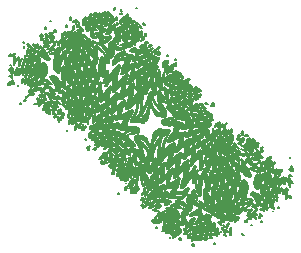
<source format=gbo>
%TF.GenerationSoftware,KiCad,Pcbnew,(6.0.4)*%
%TF.CreationDate,2022-04-07T11:47:19-07:00*%
%TF.ProjectId,2c1u,72666b76-6d2e-46b6-9963-61645f706362,rev?*%
%TF.SameCoordinates,Original*%
%TF.FileFunction,Legend,Bot*%
%TF.FilePolarity,Positive*%
%FSLAX46Y46*%
G04 Gerber Fmt 4.6, Leading zero omitted, Abs format (unit mm)*
G04 Created by KiCad (PCBNEW (6.0.4)) date 2022-04-07 11:47:19*
%MOMM*%
%LPD*%
G01*
G04 APERTURE LIST*
%ADD10C,0.200000*%
G04 APERTURE END LIST*
D10*
G36*
X158787792Y-76006780D02*
G01*
X158791554Y-76016137D01*
X158794448Y-76033464D01*
X158797413Y-76095065D01*
X158796252Y-76197652D01*
X158790527Y-76347294D01*
X158801669Y-76396925D01*
X158811170Y-76434811D01*
X158819480Y-76461834D01*
X158823328Y-76471547D01*
X158827047Y-76478876D01*
X158830693Y-76483930D01*
X158834323Y-76486820D01*
X158837991Y-76487656D01*
X158841755Y-76486549D01*
X158845671Y-76483608D01*
X158849795Y-76478944D01*
X158858891Y-76464890D01*
X158882050Y-76420959D01*
X158897012Y-76392848D01*
X158914830Y-76361816D01*
X158935951Y-76328747D01*
X158947891Y-76311724D01*
X158960826Y-76294523D01*
X158974812Y-76277254D01*
X158989905Y-76260026D01*
X159006161Y-76242951D01*
X159023636Y-76226139D01*
X159040599Y-76375631D01*
X159050515Y-76429324D01*
X159061241Y-76470275D01*
X159072670Y-76499454D01*
X159084691Y-76517831D01*
X159097195Y-76526378D01*
X159110074Y-76526065D01*
X159123218Y-76517862D01*
X159136518Y-76502739D01*
X159163149Y-76455617D01*
X159189094Y-76392461D01*
X159213479Y-76321034D01*
X159277964Y-76107891D01*
X159280505Y-76105423D01*
X159281455Y-76111562D01*
X159278147Y-76153541D01*
X159247643Y-76383480D01*
X159228450Y-76531976D01*
X159207799Y-76628451D01*
X159196975Y-76659538D01*
X159185844Y-76680448D01*
X159174427Y-76692123D01*
X159162742Y-76695506D01*
X159150809Y-76691541D01*
X159138647Y-76681169D01*
X159113714Y-76644976D01*
X159061956Y-76537193D01*
X159035440Y-76480685D01*
X159008706Y-76432489D01*
X158981911Y-76400144D01*
X158968538Y-76392274D01*
X158955208Y-76391194D01*
X158941940Y-76397848D01*
X158928753Y-76413179D01*
X158915666Y-76438129D01*
X158902700Y-76473641D01*
X158877206Y-76580122D01*
X158852425Y-76740162D01*
X158832222Y-76740261D01*
X158812225Y-76679813D01*
X158812233Y-76679798D01*
X158807956Y-76524150D01*
X158796101Y-76422323D01*
X158787699Y-76389225D01*
X158777841Y-76366741D01*
X158766674Y-76353923D01*
X158754345Y-76349826D01*
X158740999Y-76353502D01*
X158726784Y-76364003D01*
X158696329Y-76401695D01*
X158664151Y-76455326D01*
X158631419Y-76517319D01*
X158568981Y-76636085D01*
X158541616Y-76677706D01*
X158529408Y-76690761D01*
X158518380Y-76697383D01*
X158508677Y-76696625D01*
X158500445Y-76687539D01*
X158493831Y-76669180D01*
X158488981Y-76640600D01*
X158485160Y-76548987D01*
X158490151Y-76405125D01*
X158486564Y-76362514D01*
X158481028Y-76330175D01*
X158473703Y-76307343D01*
X158464747Y-76293250D01*
X158454319Y-76287130D01*
X158442578Y-76288218D01*
X158429684Y-76295747D01*
X158415796Y-76308951D01*
X158385673Y-76349319D01*
X158353482Y-76403192D01*
X158287986Y-76526936D01*
X158257227Y-76584546D01*
X158229490Y-76631144D01*
X158206050Y-76660598D01*
X158196338Y-76666981D01*
X158188178Y-76666779D01*
X158181728Y-76659227D01*
X158177147Y-76643559D01*
X158174230Y-76584806D01*
X158180700Y-76484391D01*
X158197830Y-76336185D01*
X158207200Y-76113482D01*
X158211936Y-76058827D01*
X158232839Y-76228688D01*
X158245064Y-76288303D01*
X158261674Y-76340718D01*
X158271869Y-76362027D01*
X158283458Y-76378901D01*
X158296538Y-76390458D01*
X158311209Y-76395822D01*
X158327570Y-76394112D01*
X158345719Y-76384450D01*
X158365756Y-76365958D01*
X158387780Y-76337757D01*
X158411889Y-76298967D01*
X158438182Y-76248710D01*
X158497719Y-76110279D01*
X158505110Y-76216501D01*
X158515629Y-76321536D01*
X158528112Y-76412427D01*
X158534726Y-76448519D01*
X158541394Y-76476216D01*
X158547971Y-76493898D01*
X158551179Y-76498477D01*
X158554310Y-76499946D01*
X158557346Y-76498100D01*
X158560267Y-76492739D01*
X158565696Y-76470657D01*
X158570450Y-76432083D01*
X158574386Y-76375394D01*
X158577356Y-76298973D01*
X158579216Y-76201199D01*
X158596058Y-76282217D01*
X158605089Y-76308133D01*
X158614455Y-76325331D01*
X158624100Y-76334570D01*
X158633969Y-76336609D01*
X158644009Y-76332205D01*
X158654165Y-76322119D01*
X158674604Y-76287929D01*
X158694850Y-76240109D01*
X158733014Y-76127851D01*
X158765160Y-76033892D01*
X158777884Y-76008946D01*
X158783217Y-76004636D01*
X158787792Y-76006780D01*
G37*
X158787792Y-76006780D02*
X158791554Y-76016137D01*
X158794448Y-76033464D01*
X158797413Y-76095065D01*
X158796252Y-76197652D01*
X158790527Y-76347294D01*
X158801669Y-76396925D01*
X158811170Y-76434811D01*
X158819480Y-76461834D01*
X158823328Y-76471547D01*
X158827047Y-76478876D01*
X158830693Y-76483930D01*
X158834323Y-76486820D01*
X158837991Y-76487656D01*
X158841755Y-76486549D01*
X158845671Y-76483608D01*
X158849795Y-76478944D01*
X158858891Y-76464890D01*
X158882050Y-76420959D01*
X158897012Y-76392848D01*
X158914830Y-76361816D01*
X158935951Y-76328747D01*
X158947891Y-76311724D01*
X158960826Y-76294523D01*
X158974812Y-76277254D01*
X158989905Y-76260026D01*
X159006161Y-76242951D01*
X159023636Y-76226139D01*
X159040599Y-76375631D01*
X159050515Y-76429324D01*
X159061241Y-76470275D01*
X159072670Y-76499454D01*
X159084691Y-76517831D01*
X159097195Y-76526378D01*
X159110074Y-76526065D01*
X159123218Y-76517862D01*
X159136518Y-76502739D01*
X159163149Y-76455617D01*
X159189094Y-76392461D01*
X159213479Y-76321034D01*
X159277964Y-76107891D01*
X159280505Y-76105423D01*
X159281455Y-76111562D01*
X159278147Y-76153541D01*
X159247643Y-76383480D01*
X159228450Y-76531976D01*
X159207799Y-76628451D01*
X159196975Y-76659538D01*
X159185844Y-76680448D01*
X159174427Y-76692123D01*
X159162742Y-76695506D01*
X159150809Y-76691541D01*
X159138647Y-76681169D01*
X159113714Y-76644976D01*
X159061956Y-76537193D01*
X159035440Y-76480685D01*
X159008706Y-76432489D01*
X158981911Y-76400144D01*
X158968538Y-76392274D01*
X158955208Y-76391194D01*
X158941940Y-76397848D01*
X158928753Y-76413179D01*
X158915666Y-76438129D01*
X158902700Y-76473641D01*
X158877206Y-76580122D01*
X158852425Y-76740162D01*
X158832222Y-76740261D01*
X158812225Y-76679813D01*
X158812233Y-76679798D01*
X158807956Y-76524150D01*
X158796101Y-76422323D01*
X158787699Y-76389225D01*
X158777841Y-76366741D01*
X158766674Y-76353923D01*
X158754345Y-76349826D01*
X158740999Y-76353502D01*
X158726784Y-76364003D01*
X158696329Y-76401695D01*
X158664151Y-76455326D01*
X158631419Y-76517319D01*
X158568981Y-76636085D01*
X158541616Y-76677706D01*
X158529408Y-76690761D01*
X158518380Y-76697383D01*
X158508677Y-76696625D01*
X158500445Y-76687539D01*
X158493831Y-76669180D01*
X158488981Y-76640600D01*
X158485160Y-76548987D01*
X158490151Y-76405125D01*
X158486564Y-76362514D01*
X158481028Y-76330175D01*
X158473703Y-76307343D01*
X158464747Y-76293250D01*
X158454319Y-76287130D01*
X158442578Y-76288218D01*
X158429684Y-76295747D01*
X158415796Y-76308951D01*
X158385673Y-76349319D01*
X158353482Y-76403192D01*
X158287986Y-76526936D01*
X158257227Y-76584546D01*
X158229490Y-76631144D01*
X158206050Y-76660598D01*
X158196338Y-76666981D01*
X158188178Y-76666779D01*
X158181728Y-76659227D01*
X158177147Y-76643559D01*
X158174230Y-76584806D01*
X158180700Y-76484391D01*
X158197830Y-76336185D01*
X158207200Y-76113482D01*
X158211936Y-76058827D01*
X158232839Y-76228688D01*
X158245064Y-76288303D01*
X158261674Y-76340718D01*
X158271869Y-76362027D01*
X158283458Y-76378901D01*
X158296538Y-76390458D01*
X158311209Y-76395822D01*
X158327570Y-76394112D01*
X158345719Y-76384450D01*
X158365756Y-76365958D01*
X158387780Y-76337757D01*
X158411889Y-76298967D01*
X158438182Y-76248710D01*
X158497719Y-76110279D01*
X158505110Y-76216501D01*
X158515629Y-76321536D01*
X158528112Y-76412427D01*
X158534726Y-76448519D01*
X158541394Y-76476216D01*
X158547971Y-76493898D01*
X158551179Y-76498477D01*
X158554310Y-76499946D01*
X158557346Y-76498100D01*
X158560267Y-76492739D01*
X158565696Y-76470657D01*
X158570450Y-76432083D01*
X158574386Y-76375394D01*
X158577356Y-76298973D01*
X158579216Y-76201199D01*
X158596058Y-76282217D01*
X158605089Y-76308133D01*
X158614455Y-76325331D01*
X158624100Y-76334570D01*
X158633969Y-76336609D01*
X158644009Y-76332205D01*
X158654165Y-76322119D01*
X158674604Y-76287929D01*
X158694850Y-76240109D01*
X158733014Y-76127851D01*
X158765160Y-76033892D01*
X158777884Y-76008946D01*
X158783217Y-76004636D01*
X158787792Y-76006780D01*
G36*
X155446570Y-72256603D02*
G01*
X155446517Y-72256822D01*
X155438278Y-72252541D01*
X155446570Y-72256603D01*
G37*
X155446570Y-72256603D02*
X155446517Y-72256822D01*
X155438278Y-72252541D01*
X155446570Y-72256603D01*
G36*
X150479506Y-66269606D02*
G01*
X150488677Y-66271642D01*
X150496443Y-66275124D01*
X150502823Y-66279860D01*
X150507839Y-66285657D01*
X150511511Y-66292324D01*
X150513859Y-66299667D01*
X150514904Y-66307494D01*
X150514666Y-66315614D01*
X150513165Y-66323834D01*
X150510423Y-66331962D01*
X150506459Y-66339806D01*
X150501294Y-66347173D01*
X150494949Y-66353871D01*
X150487443Y-66359709D01*
X150478798Y-66364492D01*
X150469033Y-66368031D01*
X150458169Y-66370131D01*
X150446227Y-66370602D01*
X150433227Y-66369250D01*
X150419190Y-66365884D01*
X150404135Y-66360311D01*
X150388084Y-66352340D01*
X150371056Y-66341777D01*
X150353073Y-66328430D01*
X150353088Y-66328430D01*
X150374239Y-66311980D01*
X150393821Y-66298513D01*
X150411854Y-66287838D01*
X150428359Y-66279762D01*
X150443356Y-66274093D01*
X150456866Y-66270639D01*
X150468909Y-66269207D01*
X150479506Y-66269606D01*
G37*
X150479506Y-66269606D02*
X150488677Y-66271642D01*
X150496443Y-66275124D01*
X150502823Y-66279860D01*
X150507839Y-66285657D01*
X150511511Y-66292324D01*
X150513859Y-66299667D01*
X150514904Y-66307494D01*
X150514666Y-66315614D01*
X150513165Y-66323834D01*
X150510423Y-66331962D01*
X150506459Y-66339806D01*
X150501294Y-66347173D01*
X150494949Y-66353871D01*
X150487443Y-66359709D01*
X150478798Y-66364492D01*
X150469033Y-66368031D01*
X150458169Y-66370131D01*
X150446227Y-66370602D01*
X150433227Y-66369250D01*
X150419190Y-66365884D01*
X150404135Y-66360311D01*
X150388084Y-66352340D01*
X150371056Y-66341777D01*
X150353073Y-66328430D01*
X150353088Y-66328430D01*
X150374239Y-66311980D01*
X150393821Y-66298513D01*
X150411854Y-66287838D01*
X150428359Y-66279762D01*
X150443356Y-66274093D01*
X150456866Y-66270639D01*
X150468909Y-66269207D01*
X150479506Y-66269606D01*
G36*
X148624593Y-76601188D02*
G01*
X148621792Y-76630399D01*
X148624513Y-76654293D01*
X148632172Y-76673411D01*
X148644184Y-76688292D01*
X148659966Y-76699476D01*
X148678933Y-76707502D01*
X148700501Y-76712909D01*
X148749102Y-76718028D01*
X148801098Y-76719149D01*
X148851814Y-76720587D01*
X148896578Y-76726660D01*
X148915268Y-76732784D01*
X148930717Y-76741684D01*
X148942341Y-76753902D01*
X148949556Y-76769976D01*
X148951778Y-76790446D01*
X148948423Y-76815851D01*
X148938906Y-76846732D01*
X148922644Y-76883627D01*
X148899053Y-76927077D01*
X148867547Y-76977620D01*
X148827543Y-77035797D01*
X148778458Y-77102146D01*
X148849774Y-77074499D01*
X148910598Y-77053528D01*
X148961630Y-77038807D01*
X149003565Y-77029912D01*
X149037102Y-77026418D01*
X149062940Y-77027901D01*
X149081775Y-77033936D01*
X149094305Y-77044099D01*
X149101228Y-77057965D01*
X149103242Y-77075109D01*
X149101045Y-77095107D01*
X149095334Y-77117535D01*
X149076162Y-77167979D01*
X149051309Y-77223044D01*
X149026356Y-77279335D01*
X149006886Y-77333455D01*
X149000952Y-77358639D01*
X148998481Y-77382006D01*
X149000173Y-77403132D01*
X149006723Y-77421592D01*
X149018831Y-77436962D01*
X149037194Y-77448816D01*
X149062510Y-77456731D01*
X149095477Y-77460282D01*
X149136791Y-77459044D01*
X149187152Y-77452593D01*
X149247256Y-77440504D01*
X149317803Y-77422352D01*
X149305840Y-77428288D01*
X149294139Y-77435929D01*
X149282675Y-77445144D01*
X149271430Y-77455802D01*
X149260379Y-77467770D01*
X149249504Y-77480916D01*
X149228189Y-77510219D01*
X149207314Y-77542655D01*
X149186707Y-77577171D01*
X149145609Y-77648229D01*
X149124775Y-77682662D01*
X149103522Y-77714959D01*
X149081678Y-77744067D01*
X149070481Y-77757095D01*
X149059072Y-77768931D01*
X149047430Y-77779442D01*
X149035532Y-77788498D01*
X149023358Y-77795965D01*
X149010886Y-77801713D01*
X148998094Y-77805610D01*
X148984962Y-77807523D01*
X148971467Y-77807322D01*
X148957588Y-77804874D01*
X148957581Y-77804874D01*
X149019526Y-77748226D01*
X149069123Y-77698885D01*
X149107214Y-77656372D01*
X149134644Y-77620206D01*
X149152253Y-77589904D01*
X149160887Y-77564986D01*
X149161387Y-77544972D01*
X149154597Y-77529378D01*
X149141361Y-77517725D01*
X149122519Y-77509532D01*
X149098917Y-77504317D01*
X149071397Y-77501598D01*
X149007976Y-77501728D01*
X148938998Y-77506072D01*
X148871210Y-77510781D01*
X148811355Y-77512006D01*
X148766178Y-77505898D01*
X148751202Y-77498890D01*
X148742423Y-77488607D01*
X148740687Y-77474565D01*
X148746835Y-77456284D01*
X148761711Y-77433283D01*
X148786158Y-77405080D01*
X148867136Y-77331146D01*
X148996513Y-77230633D01*
X149004687Y-77218119D01*
X149009303Y-77208103D01*
X149010645Y-77200398D01*
X149008995Y-77194813D01*
X149004638Y-77191162D01*
X148997857Y-77189254D01*
X148988934Y-77188901D01*
X148978155Y-77189915D01*
X148952156Y-77195290D01*
X148922127Y-77203868D01*
X148859050Y-77224602D01*
X148830535Y-77233739D01*
X148807059Y-77240045D01*
X148790888Y-77242011D01*
X148786250Y-77240895D01*
X148784290Y-77238128D01*
X148785289Y-77233522D01*
X148789531Y-77226887D01*
X148808879Y-77206780D01*
X148830063Y-77188703D01*
X148838317Y-77182618D01*
X148898964Y-77133930D01*
X148844601Y-77176297D01*
X148830063Y-77188703D01*
X148786774Y-77220616D01*
X148743776Y-77248650D01*
X148708766Y-77267445D01*
X148681183Y-77277727D01*
X148660468Y-77280222D01*
X148646064Y-77275654D01*
X148637411Y-77264751D01*
X148633949Y-77248238D01*
X148635121Y-77226839D01*
X148649129Y-77172291D01*
X148674962Y-77106912D01*
X148708150Y-77036508D01*
X148825022Y-76820739D01*
X148827914Y-76812286D01*
X148811333Y-76833640D01*
X148701866Y-76988987D01*
X148704730Y-76962650D01*
X148704316Y-76940031D01*
X148700906Y-76920867D01*
X148694785Y-76904899D01*
X148686238Y-76891863D01*
X148675548Y-76881498D01*
X148663000Y-76873543D01*
X148648877Y-76867735D01*
X148633464Y-76863813D01*
X148617045Y-76861515D01*
X148582325Y-76860745D01*
X148546990Y-76863330D01*
X148513312Y-76867178D01*
X148483566Y-76870194D01*
X148460022Y-76870285D01*
X148451287Y-76868579D01*
X148444955Y-76865356D01*
X148441310Y-76860355D01*
X148440637Y-76853314D01*
X148443220Y-76843972D01*
X148449342Y-76832066D01*
X148459288Y-76817335D01*
X148473341Y-76799517D01*
X148514909Y-76753574D01*
X148576317Y-76692142D01*
X148629112Y-76582365D01*
X148629860Y-76580451D01*
X148624593Y-76601188D01*
G37*
X148624593Y-76601188D02*
X148621792Y-76630399D01*
X148624513Y-76654293D01*
X148632172Y-76673411D01*
X148644184Y-76688292D01*
X148659966Y-76699476D01*
X148678933Y-76707502D01*
X148700501Y-76712909D01*
X148749102Y-76718028D01*
X148801098Y-76719149D01*
X148851814Y-76720587D01*
X148896578Y-76726660D01*
X148915268Y-76732784D01*
X148930717Y-76741684D01*
X148942341Y-76753902D01*
X148949556Y-76769976D01*
X148951778Y-76790446D01*
X148948423Y-76815851D01*
X148938906Y-76846732D01*
X148922644Y-76883627D01*
X148899053Y-76927077D01*
X148867547Y-76977620D01*
X148827543Y-77035797D01*
X148778458Y-77102146D01*
X148849774Y-77074499D01*
X148910598Y-77053528D01*
X148961630Y-77038807D01*
X149003565Y-77029912D01*
X149037102Y-77026418D01*
X149062940Y-77027901D01*
X149081775Y-77033936D01*
X149094305Y-77044099D01*
X149101228Y-77057965D01*
X149103242Y-77075109D01*
X149101045Y-77095107D01*
X149095334Y-77117535D01*
X149076162Y-77167979D01*
X149051309Y-77223044D01*
X149026356Y-77279335D01*
X149006886Y-77333455D01*
X149000952Y-77358639D01*
X148998481Y-77382006D01*
X149000173Y-77403132D01*
X149006723Y-77421592D01*
X149018831Y-77436962D01*
X149037194Y-77448816D01*
X149062510Y-77456731D01*
X149095477Y-77460282D01*
X149136791Y-77459044D01*
X149187152Y-77452593D01*
X149247256Y-77440504D01*
X149317803Y-77422352D01*
X149305840Y-77428288D01*
X149294139Y-77435929D01*
X149282675Y-77445144D01*
X149271430Y-77455802D01*
X149260379Y-77467770D01*
X149249504Y-77480916D01*
X149228189Y-77510219D01*
X149207314Y-77542655D01*
X149186707Y-77577171D01*
X149145609Y-77648229D01*
X149124775Y-77682662D01*
X149103522Y-77714959D01*
X149081678Y-77744067D01*
X149070481Y-77757095D01*
X149059072Y-77768931D01*
X149047430Y-77779442D01*
X149035532Y-77788498D01*
X149023358Y-77795965D01*
X149010886Y-77801713D01*
X148998094Y-77805610D01*
X148984962Y-77807523D01*
X148971467Y-77807322D01*
X148957588Y-77804874D01*
X148957581Y-77804874D01*
X149019526Y-77748226D01*
X149069123Y-77698885D01*
X149107214Y-77656372D01*
X149134644Y-77620206D01*
X149152253Y-77589904D01*
X149160887Y-77564986D01*
X149161387Y-77544972D01*
X149154597Y-77529378D01*
X149141361Y-77517725D01*
X149122519Y-77509532D01*
X149098917Y-77504317D01*
X149071397Y-77501598D01*
X149007976Y-77501728D01*
X148938998Y-77506072D01*
X148871210Y-77510781D01*
X148811355Y-77512006D01*
X148766178Y-77505898D01*
X148751202Y-77498890D01*
X148742423Y-77488607D01*
X148740687Y-77474565D01*
X148746835Y-77456284D01*
X148761711Y-77433283D01*
X148786158Y-77405080D01*
X148867136Y-77331146D01*
X148996513Y-77230633D01*
X149004687Y-77218119D01*
X149009303Y-77208103D01*
X149010645Y-77200398D01*
X149008995Y-77194813D01*
X149004638Y-77191162D01*
X148997857Y-77189254D01*
X148988934Y-77188901D01*
X148978155Y-77189915D01*
X148952156Y-77195290D01*
X148922127Y-77203868D01*
X148859050Y-77224602D01*
X148830535Y-77233739D01*
X148807059Y-77240045D01*
X148790888Y-77242011D01*
X148786250Y-77240895D01*
X148784290Y-77238128D01*
X148785289Y-77233522D01*
X148789531Y-77226887D01*
X148808879Y-77206780D01*
X148830063Y-77188703D01*
X148838317Y-77182618D01*
X148898964Y-77133930D01*
X148844601Y-77176297D01*
X148830063Y-77188703D01*
X148786774Y-77220616D01*
X148743776Y-77248650D01*
X148708766Y-77267445D01*
X148681183Y-77277727D01*
X148660468Y-77280222D01*
X148646064Y-77275654D01*
X148637411Y-77264751D01*
X148633949Y-77248238D01*
X148635121Y-77226839D01*
X148649129Y-77172291D01*
X148674962Y-77106912D01*
X148708150Y-77036508D01*
X148825022Y-76820739D01*
X148827914Y-76812286D01*
X148811333Y-76833640D01*
X148701866Y-76988987D01*
X148704730Y-76962650D01*
X148704316Y-76940031D01*
X148700906Y-76920867D01*
X148694785Y-76904899D01*
X148686238Y-76891863D01*
X148675548Y-76881498D01*
X148663000Y-76873543D01*
X148648877Y-76867735D01*
X148633464Y-76863813D01*
X148617045Y-76861515D01*
X148582325Y-76860745D01*
X148546990Y-76863330D01*
X148513312Y-76867178D01*
X148483566Y-76870194D01*
X148460022Y-76870285D01*
X148451287Y-76868579D01*
X148444955Y-76865356D01*
X148441310Y-76860355D01*
X148440637Y-76853314D01*
X148443220Y-76843972D01*
X148449342Y-76832066D01*
X148459288Y-76817335D01*
X148473341Y-76799517D01*
X148514909Y-76753574D01*
X148576317Y-76692142D01*
X148629112Y-76582365D01*
X148629860Y-76580451D01*
X148624593Y-76601188D01*
G36*
X163494140Y-79869299D02*
G01*
X163506090Y-79887035D01*
X163516676Y-79909442D01*
X163525709Y-79937043D01*
X163533002Y-79970360D01*
X163538364Y-80009914D01*
X163541609Y-80056227D01*
X163541869Y-80071121D01*
X163536055Y-80061613D01*
X163517611Y-80029554D01*
X163500876Y-79996332D01*
X163493609Y-79979392D01*
X163487320Y-79962291D01*
X163482192Y-79945072D01*
X163478409Y-79927776D01*
X163476154Y-79910449D01*
X163475612Y-79893132D01*
X163476965Y-79875869D01*
X163480397Y-79858703D01*
X163481298Y-79856008D01*
X163494140Y-79869299D01*
G37*
X163494140Y-79869299D02*
X163506090Y-79887035D01*
X163516676Y-79909442D01*
X163525709Y-79937043D01*
X163533002Y-79970360D01*
X163538364Y-80009914D01*
X163541609Y-80056227D01*
X163541869Y-80071121D01*
X163536055Y-80061613D01*
X163517611Y-80029554D01*
X163500876Y-79996332D01*
X163493609Y-79979392D01*
X163487320Y-79962291D01*
X163482192Y-79945072D01*
X163478409Y-79927776D01*
X163476154Y-79910449D01*
X163475612Y-79893132D01*
X163476965Y-79875869D01*
X163480397Y-79858703D01*
X163481298Y-79856008D01*
X163494140Y-79869299D01*
G36*
X145042283Y-74859727D02*
G01*
X145040451Y-74863028D01*
X145036865Y-74864873D01*
X145032218Y-74863529D01*
X145026393Y-74858754D01*
X145042283Y-74859727D01*
G37*
X145042283Y-74859727D02*
X145040451Y-74863028D01*
X145036865Y-74864873D01*
X145032218Y-74863529D01*
X145026393Y-74858754D01*
X145042283Y-74859727D01*
G36*
X149068303Y-78131892D02*
G01*
X149092295Y-78135093D01*
X149115981Y-78140500D01*
X149138927Y-78148123D01*
X149160699Y-78157971D01*
X149180866Y-78170051D01*
X149198994Y-78184373D01*
X149214649Y-78200947D01*
X149227398Y-78219780D01*
X149236809Y-78240881D01*
X149242448Y-78264260D01*
X149243882Y-78289924D01*
X149240678Y-78317884D01*
X149232403Y-78348148D01*
X149229551Y-78354890D01*
X149229355Y-78353861D01*
X149228824Y-78352523D01*
X149228066Y-78351396D01*
X149227083Y-78350473D01*
X149225882Y-78349747D01*
X149224466Y-78349211D01*
X149221010Y-78348682D01*
X149216753Y-78348831D01*
X149211731Y-78349602D01*
X149205983Y-78350939D01*
X149199545Y-78352787D01*
X149184750Y-78357794D01*
X149167645Y-78364177D01*
X149127699Y-78379299D01*
X149105455Y-78387149D01*
X149082096Y-78394598D01*
X149070092Y-78398034D01*
X149057920Y-78401204D01*
X149045619Y-78404051D01*
X149033226Y-78406521D01*
X148996161Y-78373562D01*
X148966153Y-78342660D01*
X148942769Y-78313822D01*
X148925575Y-78287059D01*
X148914138Y-78262379D01*
X148908026Y-78239790D01*
X148906804Y-78219302D01*
X148910041Y-78200923D01*
X148917302Y-78184662D01*
X148928154Y-78170528D01*
X148942165Y-78158530D01*
X148958902Y-78148677D01*
X148977930Y-78140978D01*
X148998818Y-78135441D01*
X149021131Y-78132075D01*
X149044437Y-78130889D01*
X149068303Y-78131892D01*
G37*
X149068303Y-78131892D02*
X149092295Y-78135093D01*
X149115981Y-78140500D01*
X149138927Y-78148123D01*
X149160699Y-78157971D01*
X149180866Y-78170051D01*
X149198994Y-78184373D01*
X149214649Y-78200947D01*
X149227398Y-78219780D01*
X149236809Y-78240881D01*
X149242448Y-78264260D01*
X149243882Y-78289924D01*
X149240678Y-78317884D01*
X149232403Y-78348148D01*
X149229551Y-78354890D01*
X149229355Y-78353861D01*
X149228824Y-78352523D01*
X149228066Y-78351396D01*
X149227083Y-78350473D01*
X149225882Y-78349747D01*
X149224466Y-78349211D01*
X149221010Y-78348682D01*
X149216753Y-78348831D01*
X149211731Y-78349602D01*
X149205983Y-78350939D01*
X149199545Y-78352787D01*
X149184750Y-78357794D01*
X149167645Y-78364177D01*
X149127699Y-78379299D01*
X149105455Y-78387149D01*
X149082096Y-78394598D01*
X149070092Y-78398034D01*
X149057920Y-78401204D01*
X149045619Y-78404051D01*
X149033226Y-78406521D01*
X148996161Y-78373562D01*
X148966153Y-78342660D01*
X148942769Y-78313822D01*
X148925575Y-78287059D01*
X148914138Y-78262379D01*
X148908026Y-78239790D01*
X148906804Y-78219302D01*
X148910041Y-78200923D01*
X148917302Y-78184662D01*
X148928154Y-78170528D01*
X148942165Y-78158530D01*
X148958902Y-78148677D01*
X148977930Y-78140978D01*
X148998818Y-78135441D01*
X149021131Y-78132075D01*
X149044437Y-78130889D01*
X149068303Y-78131892D01*
G36*
X155489879Y-85357535D02*
G01*
X155482326Y-85398047D01*
X155472900Y-85439979D01*
X155467507Y-85459785D01*
X155461673Y-85477917D01*
X155455408Y-85493698D01*
X155448720Y-85506450D01*
X155445221Y-85511479D01*
X155441619Y-85515498D01*
X155437917Y-85518421D01*
X155434115Y-85520164D01*
X155430214Y-85520642D01*
X155426215Y-85519772D01*
X155422121Y-85517468D01*
X155417931Y-85513645D01*
X155349375Y-85453298D01*
X155325542Y-85432007D01*
X155308259Y-85415563D01*
X155301977Y-85408906D01*
X155297217Y-85403158D01*
X155293939Y-85398217D01*
X155292106Y-85393984D01*
X155291677Y-85390357D01*
X155292616Y-85387235D01*
X155294882Y-85384517D01*
X155298437Y-85382103D01*
X155303243Y-85379891D01*
X155309261Y-85377782D01*
X155324777Y-85373464D01*
X155344675Y-85368342D01*
X155368647Y-85361609D01*
X155396382Y-85352458D01*
X155411563Y-85346724D01*
X155427570Y-85340082D01*
X155444363Y-85332432D01*
X155461902Y-85323673D01*
X155480151Y-85313705D01*
X155499069Y-85302425D01*
X155489879Y-85357535D01*
G37*
X155489879Y-85357535D02*
X155482326Y-85398047D01*
X155472900Y-85439979D01*
X155467507Y-85459785D01*
X155461673Y-85477917D01*
X155455408Y-85493698D01*
X155448720Y-85506450D01*
X155445221Y-85511479D01*
X155441619Y-85515498D01*
X155437917Y-85518421D01*
X155434115Y-85520164D01*
X155430214Y-85520642D01*
X155426215Y-85519772D01*
X155422121Y-85517468D01*
X155417931Y-85513645D01*
X155349375Y-85453298D01*
X155325542Y-85432007D01*
X155308259Y-85415563D01*
X155301977Y-85408906D01*
X155297217Y-85403158D01*
X155293939Y-85398217D01*
X155292106Y-85393984D01*
X155291677Y-85390357D01*
X155292616Y-85387235D01*
X155294882Y-85384517D01*
X155298437Y-85382103D01*
X155303243Y-85379891D01*
X155309261Y-85377782D01*
X155324777Y-85373464D01*
X155344675Y-85368342D01*
X155368647Y-85361609D01*
X155396382Y-85352458D01*
X155411563Y-85346724D01*
X155427570Y-85340082D01*
X155444363Y-85332432D01*
X155461902Y-85323673D01*
X155480151Y-85313705D01*
X155499069Y-85302425D01*
X155489879Y-85357535D01*
G36*
X156721558Y-85481350D02*
G01*
X156721535Y-85481297D01*
X156721656Y-85481287D01*
X156721558Y-85481350D01*
G37*
X156721558Y-85481350D02*
X156721535Y-85481297D01*
X156721656Y-85481287D01*
X156721558Y-85481350D01*
G36*
X159239331Y-85068401D02*
G01*
X159243158Y-85069900D01*
X159247310Y-85072177D01*
X159251684Y-85075127D01*
X159256178Y-85078644D01*
X159265121Y-85086962D01*
X159273320Y-85096290D01*
X159279961Y-85105788D01*
X159282442Y-85110338D01*
X159284227Y-85114616D01*
X159285214Y-85118517D01*
X159285301Y-85121934D01*
X159284387Y-85124764D01*
X159282368Y-85126901D01*
X159279143Y-85128241D01*
X159274610Y-85128678D01*
X159268667Y-85128107D01*
X159261211Y-85126423D01*
X159252142Y-85123522D01*
X159241356Y-85119297D01*
X159241364Y-85119297D01*
X159236332Y-85107241D01*
X159232646Y-85097014D01*
X159230203Y-85088509D01*
X159228900Y-85081623D01*
X159228637Y-85076249D01*
X159229310Y-85072284D01*
X159230818Y-85069621D01*
X159233059Y-85068157D01*
X159235931Y-85067785D01*
X159239331Y-85068401D01*
G37*
X159239331Y-85068401D02*
X159243158Y-85069900D01*
X159247310Y-85072177D01*
X159251684Y-85075127D01*
X159256178Y-85078644D01*
X159265121Y-85086962D01*
X159273320Y-85096290D01*
X159279961Y-85105788D01*
X159282442Y-85110338D01*
X159284227Y-85114616D01*
X159285214Y-85118517D01*
X159285301Y-85121934D01*
X159284387Y-85124764D01*
X159282368Y-85126901D01*
X159279143Y-85128241D01*
X159274610Y-85128678D01*
X159268667Y-85128107D01*
X159261211Y-85126423D01*
X159252142Y-85123522D01*
X159241356Y-85119297D01*
X159241364Y-85119297D01*
X159236332Y-85107241D01*
X159232646Y-85097014D01*
X159230203Y-85088509D01*
X159228900Y-85081623D01*
X159228637Y-85076249D01*
X159229310Y-85072284D01*
X159230818Y-85069621D01*
X159233059Y-85068157D01*
X159235931Y-85067785D01*
X159239331Y-85068401D01*
G36*
X142580116Y-73215343D02*
G01*
X142580525Y-73217734D01*
X142579000Y-73222096D01*
X142570377Y-73236237D01*
X142554712Y-73256770D01*
X142532469Y-73282700D01*
X142504112Y-73313032D01*
X142470104Y-73346771D01*
X142430909Y-73382922D01*
X142386991Y-73420490D01*
X142338825Y-73458472D01*
X142403224Y-73385669D01*
X142456881Y-73327205D01*
X142500250Y-73282099D01*
X142533794Y-73249354D01*
X142557978Y-73227977D01*
X142573264Y-73216971D01*
X142577715Y-73215047D01*
X142580116Y-73215343D01*
G37*
X142580116Y-73215343D02*
X142580525Y-73217734D01*
X142579000Y-73222096D01*
X142570377Y-73236237D01*
X142554712Y-73256770D01*
X142532469Y-73282700D01*
X142504112Y-73313032D01*
X142470104Y-73346771D01*
X142430909Y-73382922D01*
X142386991Y-73420490D01*
X142338825Y-73458472D01*
X142403224Y-73385669D01*
X142456881Y-73327205D01*
X142500250Y-73282099D01*
X142533794Y-73249354D01*
X142557978Y-73227977D01*
X142573264Y-73216971D01*
X142577715Y-73215047D01*
X142580116Y-73215343D01*
G36*
X157805407Y-75558151D02*
G01*
X157815469Y-75561522D01*
X157836951Y-75572056D01*
X157860594Y-75585803D01*
X157886821Y-75600558D01*
X157916053Y-75614116D01*
X157931929Y-75619756D01*
X157948714Y-75624269D01*
X157966462Y-75627381D01*
X157985225Y-75628813D01*
X158005057Y-75628292D01*
X158026009Y-75625541D01*
X158048135Y-75620285D01*
X158071488Y-75612247D01*
X158052729Y-75668296D01*
X158035405Y-75714904D01*
X158018866Y-75753301D01*
X158010689Y-75769805D01*
X158002465Y-75784717D01*
X157994114Y-75798191D01*
X157985555Y-75810381D01*
X157976705Y-75821440D01*
X157967486Y-75831522D01*
X157957815Y-75840781D01*
X157947612Y-75849370D01*
X157936795Y-75857444D01*
X157925284Y-75865155D01*
X157899854Y-75880106D01*
X157870675Y-75895453D01*
X157798477Y-75932251D01*
X157754163Y-75956162D01*
X157703507Y-75985386D01*
X157645863Y-76021153D01*
X157580582Y-76064693D01*
X157580574Y-76064693D01*
X157595821Y-75972393D01*
X157617158Y-75869695D01*
X157640972Y-75771287D01*
X157663651Y-75691858D01*
X157673435Y-75663851D01*
X157681581Y-75646096D01*
X157684899Y-75641636D01*
X157687638Y-75640429D01*
X157689741Y-75642703D01*
X157691152Y-75648687D01*
X157691673Y-75672706D01*
X157688749Y-75714321D01*
X157681929Y-75775369D01*
X157670761Y-75857685D01*
X157690151Y-75763089D01*
X157708325Y-75689356D01*
X157717087Y-75659623D01*
X157725704Y-75634278D01*
X157734228Y-75613046D01*
X157742712Y-75595651D01*
X157751208Y-75581817D01*
X157759770Y-75571268D01*
X157768450Y-75563728D01*
X157777301Y-75558923D01*
X157786375Y-75556575D01*
X157795726Y-75556409D01*
X157805407Y-75558151D01*
G37*
X157805407Y-75558151D02*
X157815469Y-75561522D01*
X157836951Y-75572056D01*
X157860594Y-75585803D01*
X157886821Y-75600558D01*
X157916053Y-75614116D01*
X157931929Y-75619756D01*
X157948714Y-75624269D01*
X157966462Y-75627381D01*
X157985225Y-75628813D01*
X158005057Y-75628292D01*
X158026009Y-75625541D01*
X158048135Y-75620285D01*
X158071488Y-75612247D01*
X158052729Y-75668296D01*
X158035405Y-75714904D01*
X158018866Y-75753301D01*
X158010689Y-75769805D01*
X158002465Y-75784717D01*
X157994114Y-75798191D01*
X157985555Y-75810381D01*
X157976705Y-75821440D01*
X157967486Y-75831522D01*
X157957815Y-75840781D01*
X157947612Y-75849370D01*
X157936795Y-75857444D01*
X157925284Y-75865155D01*
X157899854Y-75880106D01*
X157870675Y-75895453D01*
X157798477Y-75932251D01*
X157754163Y-75956162D01*
X157703507Y-75985386D01*
X157645863Y-76021153D01*
X157580582Y-76064693D01*
X157580574Y-76064693D01*
X157595821Y-75972393D01*
X157617158Y-75869695D01*
X157640972Y-75771287D01*
X157663651Y-75691858D01*
X157673435Y-75663851D01*
X157681581Y-75646096D01*
X157684899Y-75641636D01*
X157687638Y-75640429D01*
X157689741Y-75642703D01*
X157691152Y-75648687D01*
X157691673Y-75672706D01*
X157688749Y-75714321D01*
X157681929Y-75775369D01*
X157670761Y-75857685D01*
X157690151Y-75763089D01*
X157708325Y-75689356D01*
X157717087Y-75659623D01*
X157725704Y-75634278D01*
X157734228Y-75613046D01*
X157742712Y-75595651D01*
X157751208Y-75581817D01*
X157759770Y-75571268D01*
X157768450Y-75563728D01*
X157777301Y-75558923D01*
X157786375Y-75556575D01*
X157795726Y-75556409D01*
X157805407Y-75558151D01*
G36*
X151475313Y-66957281D02*
G01*
X151489674Y-66959781D01*
X151503319Y-66963864D01*
X151516087Y-66969318D01*
X151527817Y-66975931D01*
X151538351Y-66983493D01*
X151547526Y-66991792D01*
X151555183Y-67000616D01*
X151561160Y-67009754D01*
X151565299Y-67018995D01*
X151567438Y-67028128D01*
X151567417Y-67036941D01*
X151565076Y-67045223D01*
X151560254Y-67052763D01*
X151552790Y-67059349D01*
X151542525Y-67064770D01*
X151529298Y-67068814D01*
X151512948Y-67071271D01*
X151493315Y-67071929D01*
X151470239Y-67070576D01*
X151443560Y-67067002D01*
X151413116Y-67060995D01*
X151378747Y-67052344D01*
X151340298Y-67040838D01*
X151353884Y-67019595D01*
X151368201Y-67001830D01*
X151383085Y-66987338D01*
X151398376Y-66975907D01*
X151413913Y-66967327D01*
X151429535Y-66961385D01*
X151445083Y-66957871D01*
X151460396Y-66956574D01*
X151475313Y-66957281D01*
G37*
X151475313Y-66957281D02*
X151489674Y-66959781D01*
X151503319Y-66963864D01*
X151516087Y-66969318D01*
X151527817Y-66975931D01*
X151538351Y-66983493D01*
X151547526Y-66991792D01*
X151555183Y-67000616D01*
X151561160Y-67009754D01*
X151565299Y-67018995D01*
X151567438Y-67028128D01*
X151567417Y-67036941D01*
X151565076Y-67045223D01*
X151560254Y-67052763D01*
X151552790Y-67059349D01*
X151542525Y-67064770D01*
X151529298Y-67068814D01*
X151512948Y-67071271D01*
X151493315Y-67071929D01*
X151470239Y-67070576D01*
X151443560Y-67067002D01*
X151413116Y-67060995D01*
X151378747Y-67052344D01*
X151340298Y-67040838D01*
X151353884Y-67019595D01*
X151368201Y-67001830D01*
X151383085Y-66987338D01*
X151398376Y-66975907D01*
X151413913Y-66967327D01*
X151429535Y-66961385D01*
X151445083Y-66957871D01*
X151460396Y-66956574D01*
X151475313Y-66957281D01*
G36*
X144754204Y-67936024D02*
G01*
X144754189Y-67936024D01*
X144754202Y-67936016D01*
X144754204Y-67936024D01*
G37*
X144754204Y-67936024D02*
X144754189Y-67936024D01*
X144754202Y-67936016D01*
X144754204Y-67936024D01*
G36*
X161497615Y-82858525D02*
G01*
X161518405Y-82866388D01*
X161531461Y-82877702D01*
X161537426Y-82892134D01*
X161536946Y-82909355D01*
X161530665Y-82929032D01*
X161519228Y-82950835D01*
X161483463Y-82999495D01*
X161434809Y-83052686D01*
X161319459Y-83162067D01*
X161214433Y-83257791D01*
X161178684Y-83293911D01*
X161160987Y-83318671D01*
X161160520Y-83325964D01*
X161166499Y-83329423D01*
X161179570Y-83328719D01*
X161200376Y-83323519D01*
X161267776Y-83298310D01*
X161373856Y-83251148D01*
X161431962Y-83272225D01*
X161467384Y-83288662D01*
X161477641Y-83295358D01*
X161483487Y-83301155D01*
X161485345Y-83306142D01*
X161483635Y-83310404D01*
X161478777Y-83314028D01*
X161471191Y-83317103D01*
X161449522Y-83321951D01*
X161391961Y-83328882D01*
X161362799Y-83332359D01*
X161337869Y-83336774D01*
X161320534Y-83342823D01*
X161315766Y-83346678D01*
X161314159Y-83351203D01*
X161316134Y-83356486D01*
X161322110Y-83362613D01*
X161332508Y-83369671D01*
X161347749Y-83377748D01*
X161394442Y-83397307D01*
X161465553Y-83421986D01*
X161461454Y-83425461D01*
X161456795Y-83429694D01*
X161446397Y-83439479D01*
X161435561Y-83449444D01*
X161430354Y-83453901D01*
X161425489Y-83457690D01*
X161421114Y-83460576D01*
X161419158Y-83461605D01*
X161417381Y-83462320D01*
X161415801Y-83462690D01*
X161414439Y-83462685D01*
X161413311Y-83462277D01*
X161412438Y-83461434D01*
X161411838Y-83460129D01*
X161411529Y-83458331D01*
X161411531Y-83456010D01*
X161411863Y-83453136D01*
X161412542Y-83449681D01*
X161413588Y-83445615D01*
X161415019Y-83440907D01*
X161416855Y-83435528D01*
X161416817Y-83435520D01*
X161343712Y-83451292D01*
X161282493Y-83460412D01*
X161232335Y-83463368D01*
X161192410Y-83460648D01*
X161161893Y-83452741D01*
X161139957Y-83440134D01*
X161125776Y-83423316D01*
X161118523Y-83402775D01*
X161117372Y-83378998D01*
X161121496Y-83352475D01*
X161130069Y-83323693D01*
X161142265Y-83293140D01*
X161174220Y-83228674D01*
X161210748Y-83162982D01*
X161245239Y-83099970D01*
X161271081Y-83043541D01*
X161278693Y-83019017D01*
X161281664Y-82997602D01*
X161279167Y-82979787D01*
X161270376Y-82966057D01*
X161254464Y-82956903D01*
X161240307Y-82954475D01*
X161242825Y-82954377D01*
X161307062Y-82946416D01*
X161364173Y-82933899D01*
X161409602Y-82917637D01*
X161426512Y-82908354D01*
X161438794Y-82898439D01*
X161445879Y-82887992D01*
X161447196Y-82877114D01*
X161442177Y-82865908D01*
X161430252Y-82854473D01*
X161468446Y-82854443D01*
X161497615Y-82858525D01*
G37*
X161497615Y-82858525D02*
X161518405Y-82866388D01*
X161531461Y-82877702D01*
X161537426Y-82892134D01*
X161536946Y-82909355D01*
X161530665Y-82929032D01*
X161519228Y-82950835D01*
X161483463Y-82999495D01*
X161434809Y-83052686D01*
X161319459Y-83162067D01*
X161214433Y-83257791D01*
X161178684Y-83293911D01*
X161160987Y-83318671D01*
X161160520Y-83325964D01*
X161166499Y-83329423D01*
X161179570Y-83328719D01*
X161200376Y-83323519D01*
X161267776Y-83298310D01*
X161373856Y-83251148D01*
X161431962Y-83272225D01*
X161467384Y-83288662D01*
X161477641Y-83295358D01*
X161483487Y-83301155D01*
X161485345Y-83306142D01*
X161483635Y-83310404D01*
X161478777Y-83314028D01*
X161471191Y-83317103D01*
X161449522Y-83321951D01*
X161391961Y-83328882D01*
X161362799Y-83332359D01*
X161337869Y-83336774D01*
X161320534Y-83342823D01*
X161315766Y-83346678D01*
X161314159Y-83351203D01*
X161316134Y-83356486D01*
X161322110Y-83362613D01*
X161332508Y-83369671D01*
X161347749Y-83377748D01*
X161394442Y-83397307D01*
X161465553Y-83421986D01*
X161461454Y-83425461D01*
X161456795Y-83429694D01*
X161446397Y-83439479D01*
X161435561Y-83449444D01*
X161430354Y-83453901D01*
X161425489Y-83457690D01*
X161421114Y-83460576D01*
X161419158Y-83461605D01*
X161417381Y-83462320D01*
X161415801Y-83462690D01*
X161414439Y-83462685D01*
X161413311Y-83462277D01*
X161412438Y-83461434D01*
X161411838Y-83460129D01*
X161411529Y-83458331D01*
X161411531Y-83456010D01*
X161411863Y-83453136D01*
X161412542Y-83449681D01*
X161413588Y-83445615D01*
X161415019Y-83440907D01*
X161416855Y-83435528D01*
X161416817Y-83435520D01*
X161343712Y-83451292D01*
X161282493Y-83460412D01*
X161232335Y-83463368D01*
X161192410Y-83460648D01*
X161161893Y-83452741D01*
X161139957Y-83440134D01*
X161125776Y-83423316D01*
X161118523Y-83402775D01*
X161117372Y-83378998D01*
X161121496Y-83352475D01*
X161130069Y-83323693D01*
X161142265Y-83293140D01*
X161174220Y-83228674D01*
X161210748Y-83162982D01*
X161245239Y-83099970D01*
X161271081Y-83043541D01*
X161278693Y-83019017D01*
X161281664Y-82997602D01*
X161279167Y-82979787D01*
X161270376Y-82966057D01*
X161254464Y-82956903D01*
X161240307Y-82954475D01*
X161242825Y-82954377D01*
X161307062Y-82946416D01*
X161364173Y-82933899D01*
X161409602Y-82917637D01*
X161426512Y-82908354D01*
X161438794Y-82898439D01*
X161445879Y-82887992D01*
X161447196Y-82877114D01*
X161442177Y-82865908D01*
X161430252Y-82854473D01*
X161468446Y-82854443D01*
X161497615Y-82858525D01*
G36*
X152190742Y-81655855D02*
G01*
X152203012Y-81632351D01*
X152208643Y-81623139D01*
X152190742Y-81655855D01*
G37*
X152190742Y-81655855D02*
X152203012Y-81632351D01*
X152208643Y-81623139D01*
X152190742Y-81655855D01*
G36*
X148223312Y-77144169D02*
G01*
X148223290Y-77144169D01*
X148223311Y-77144156D01*
X148223312Y-77144169D01*
G37*
X148223312Y-77144169D02*
X148223290Y-77144169D01*
X148223311Y-77144156D01*
X148223312Y-77144169D01*
G36*
X163294976Y-83025775D02*
G01*
X163297287Y-83027585D01*
X163299703Y-83030201D01*
X163304636Y-83037395D01*
X163309356Y-83046448D01*
X163313443Y-83056453D01*
X163316479Y-83066502D01*
X163318045Y-83075689D01*
X163318145Y-83079675D01*
X163317720Y-83083105D01*
X163316718Y-83085866D01*
X163315086Y-83087843D01*
X163312772Y-83088925D01*
X163309724Y-83088996D01*
X163305889Y-83087944D01*
X163301215Y-83085656D01*
X163295649Y-83082018D01*
X163289139Y-83076916D01*
X163289101Y-83076908D01*
X163286510Y-83053888D01*
X163286105Y-83045173D01*
X163286222Y-83038171D01*
X163286810Y-83032769D01*
X163287816Y-83028852D01*
X163289188Y-83026308D01*
X163290874Y-83025022D01*
X163292820Y-83024883D01*
X163294976Y-83025775D01*
G37*
X163294976Y-83025775D02*
X163297287Y-83027585D01*
X163299703Y-83030201D01*
X163304636Y-83037395D01*
X163309356Y-83046448D01*
X163313443Y-83056453D01*
X163316479Y-83066502D01*
X163318045Y-83075689D01*
X163318145Y-83079675D01*
X163317720Y-83083105D01*
X163316718Y-83085866D01*
X163315086Y-83087843D01*
X163312772Y-83088925D01*
X163309724Y-83088996D01*
X163305889Y-83087944D01*
X163301215Y-83085656D01*
X163295649Y-83082018D01*
X163289139Y-83076916D01*
X163289101Y-83076908D01*
X163286510Y-83053888D01*
X163286105Y-83045173D01*
X163286222Y-83038171D01*
X163286810Y-83032769D01*
X163287816Y-83028852D01*
X163289188Y-83026308D01*
X163290874Y-83025022D01*
X163292820Y-83024883D01*
X163294976Y-83025775D01*
G36*
X142478658Y-68893880D02*
G01*
X142496268Y-68903378D01*
X142520925Y-68920481D01*
X142550329Y-68942762D01*
X142614190Y-68993144D01*
X142669464Y-69035098D01*
X142678084Y-69040521D01*
X142662994Y-69181694D01*
X142576752Y-69045464D01*
X142524653Y-68980510D01*
X142491092Y-68935303D01*
X142473772Y-68907415D01*
X142470484Y-68899206D01*
X142470393Y-68894416D01*
X142473214Y-68892742D01*
X142478658Y-68893880D01*
G37*
X142478658Y-68893880D02*
X142496268Y-68903378D01*
X142520925Y-68920481D01*
X142550329Y-68942762D01*
X142614190Y-68993144D01*
X142669464Y-69035098D01*
X142678084Y-69040521D01*
X142662994Y-69181694D01*
X142576752Y-69045464D01*
X142524653Y-68980510D01*
X142491092Y-68935303D01*
X142473772Y-68907415D01*
X142470484Y-68899206D01*
X142470393Y-68894416D01*
X142473214Y-68892742D01*
X142478658Y-68893880D01*
G36*
X162216800Y-79525832D02*
G01*
X162226560Y-79528108D01*
X162233294Y-79532013D01*
X162237141Y-79537449D01*
X162238240Y-79544321D01*
X162236731Y-79552530D01*
X162232751Y-79561982D01*
X162226439Y-79572578D01*
X162207376Y-79596819D01*
X162180652Y-79624479D01*
X162147377Y-79654785D01*
X162108661Y-79686963D01*
X162065614Y-79720241D01*
X162019347Y-79753844D01*
X161970970Y-79786999D01*
X161490278Y-79616663D01*
X161468399Y-79605311D01*
X161463165Y-79600846D01*
X161462089Y-79597243D01*
X161465435Y-79594543D01*
X161473470Y-79592785D01*
X161504667Y-79592257D01*
X161557803Y-79595985D01*
X161635001Y-79604289D01*
X161870079Y-79635921D01*
X161969924Y-79594578D01*
X162052115Y-79563616D01*
X162117765Y-79542261D01*
X162167982Y-79529741D01*
X162187650Y-79526551D01*
X162203877Y-79525281D01*
X162216800Y-79525832D01*
G37*
X162216800Y-79525832D02*
X162226560Y-79528108D01*
X162233294Y-79532013D01*
X162237141Y-79537449D01*
X162238240Y-79544321D01*
X162236731Y-79552530D01*
X162232751Y-79561982D01*
X162226439Y-79572578D01*
X162207376Y-79596819D01*
X162180652Y-79624479D01*
X162147377Y-79654785D01*
X162108661Y-79686963D01*
X162065614Y-79720241D01*
X162019347Y-79753844D01*
X161970970Y-79786999D01*
X161490278Y-79616663D01*
X161468399Y-79605311D01*
X161463165Y-79600846D01*
X161462089Y-79597243D01*
X161465435Y-79594543D01*
X161473470Y-79592785D01*
X161504667Y-79592257D01*
X161557803Y-79595985D01*
X161635001Y-79604289D01*
X161870079Y-79635921D01*
X161969924Y-79594578D01*
X162052115Y-79563616D01*
X162117765Y-79542261D01*
X162167982Y-79529741D01*
X162187650Y-79526551D01*
X162203877Y-79525281D01*
X162216800Y-79525832D01*
G36*
X164133324Y-81646000D02*
G01*
X164133163Y-81641505D01*
X164135365Y-81640559D01*
X164133324Y-81646000D01*
G37*
X164133324Y-81646000D02*
X164133163Y-81641505D01*
X164135365Y-81640559D01*
X164133324Y-81646000D01*
G36*
X154295802Y-82782026D02*
G01*
X154344485Y-82787918D01*
X154388828Y-82796008D01*
X154428932Y-82806120D01*
X154464898Y-82818081D01*
X154496827Y-82831715D01*
X154524822Y-82846848D01*
X154548983Y-82863304D01*
X154569413Y-82880910D01*
X154586212Y-82899489D01*
X154599482Y-82918868D01*
X154609324Y-82938871D01*
X154615841Y-82959324D01*
X154619133Y-82980051D01*
X154619302Y-83000879D01*
X154616449Y-83021631D01*
X154610677Y-83042134D01*
X154602086Y-83062213D01*
X154590777Y-83081692D01*
X154576853Y-83100397D01*
X154560415Y-83118153D01*
X154541565Y-83134785D01*
X154520403Y-83150119D01*
X154497031Y-83163979D01*
X154471551Y-83176191D01*
X154444064Y-83186580D01*
X154414672Y-83194971D01*
X154383476Y-83201190D01*
X154350578Y-83205061D01*
X154316079Y-83206409D01*
X154280080Y-83205061D01*
X154242683Y-83200840D01*
X154386293Y-83132151D01*
X154435424Y-83103633D01*
X154470902Y-83078846D01*
X154493824Y-83057675D01*
X154505290Y-83040003D01*
X154506395Y-83025716D01*
X154498239Y-83014699D01*
X154481918Y-83006835D01*
X154458530Y-83002011D01*
X154394944Y-83001017D01*
X154316261Y-83010794D01*
X154231264Y-83030419D01*
X154148733Y-83058971D01*
X154077449Y-83095527D01*
X154048768Y-83116517D01*
X154026193Y-83139163D01*
X154010819Y-83163348D01*
X154003746Y-83188958D01*
X154006070Y-83215876D01*
X154018889Y-83243989D01*
X154043301Y-83273179D01*
X154080404Y-83303333D01*
X154131294Y-83334334D01*
X154197070Y-83366067D01*
X154278830Y-83398418D01*
X154377670Y-83431271D01*
X154383721Y-83434476D01*
X154387397Y-83435251D01*
X154388927Y-83433836D01*
X154388536Y-83430475D01*
X154382901Y-83418880D01*
X154372311Y-83402402D01*
X154316722Y-83326391D01*
X154308600Y-83314546D01*
X154306654Y-83311029D01*
X154306421Y-83309437D01*
X154308128Y-83310014D01*
X154312001Y-83313000D01*
X154327158Y-83327173D01*
X154393465Y-83395091D01*
X154519875Y-83528683D01*
X154408398Y-83559498D01*
X154363567Y-83573924D01*
X154325430Y-83587740D01*
X154293553Y-83600979D01*
X154267504Y-83613675D01*
X154246847Y-83625861D01*
X154231150Y-83637571D01*
X154219979Y-83648836D01*
X154212901Y-83659692D01*
X154209482Y-83670171D01*
X154209288Y-83680306D01*
X154211887Y-83690131D01*
X154216843Y-83699679D01*
X154232099Y-83718079D01*
X154271835Y-83753020D01*
X154289380Y-83770096D01*
X154296055Y-83778651D01*
X154300752Y-83787263D01*
X154303039Y-83795964D01*
X154302482Y-83804788D01*
X154298648Y-83813768D01*
X154291103Y-83822938D01*
X154279413Y-83832331D01*
X154263145Y-83841980D01*
X154241866Y-83851918D01*
X154215141Y-83862179D01*
X154127781Y-83886510D01*
X154078117Y-83903239D01*
X154060489Y-83913666D01*
X154061920Y-83916922D01*
X154069235Y-83919090D01*
X154098694Y-83920808D01*
X154143202Y-83920120D01*
X154254725Y-83916721D01*
X154310415Y-83916608D01*
X154358508Y-83919283D01*
X154393344Y-83926047D01*
X154404021Y-83931367D01*
X154409260Y-83938197D01*
X154408354Y-83946698D01*
X154400595Y-83957032D01*
X154385275Y-83969363D01*
X154361687Y-83983852D01*
X154286874Y-84019955D01*
X154170494Y-84066639D01*
X154173638Y-84088172D01*
X154175280Y-84107560D01*
X154175589Y-84124917D01*
X154174732Y-84140358D01*
X154172876Y-84153998D01*
X154170188Y-84165950D01*
X154166836Y-84176330D01*
X154162987Y-84185252D01*
X154158808Y-84192830D01*
X154154467Y-84199179D01*
X154150131Y-84204412D01*
X154145968Y-84208646D01*
X154134383Y-84217867D01*
X154133591Y-84218816D01*
X154133975Y-84219452D01*
X154138942Y-84220241D01*
X154170351Y-84223093D01*
X154199472Y-84226989D01*
X154239321Y-84233751D01*
X154291238Y-84244297D01*
X154356560Y-84259541D01*
X154325724Y-84258001D01*
X154298651Y-84259348D01*
X154275083Y-84263362D01*
X154254765Y-84269824D01*
X154237441Y-84278512D01*
X154222855Y-84289208D01*
X154210752Y-84301692D01*
X154200875Y-84315742D01*
X154192969Y-84331141D01*
X154186778Y-84347668D01*
X154182045Y-84365102D01*
X154178516Y-84383225D01*
X154174044Y-84420655D01*
X154171313Y-84458199D01*
X154168278Y-84494097D01*
X154166007Y-84510880D01*
X154162891Y-84526592D01*
X154158676Y-84541013D01*
X154153106Y-84553924D01*
X154145924Y-84565104D01*
X154136875Y-84574333D01*
X154125703Y-84581392D01*
X154112152Y-84586062D01*
X154095966Y-84588121D01*
X154076890Y-84587350D01*
X154054667Y-84583530D01*
X154029042Y-84576440D01*
X153999758Y-84565860D01*
X153966560Y-84551571D01*
X153966477Y-84551517D01*
X153979325Y-84502425D01*
X153990567Y-84450823D01*
X154000300Y-84397112D01*
X154008622Y-84341689D01*
X154015632Y-84284952D01*
X154021427Y-84227300D01*
X154029763Y-84110840D01*
X154034415Y-83995494D01*
X154036166Y-83884448D01*
X154035798Y-83780885D01*
X154034096Y-83687992D01*
X154004781Y-83658579D01*
X153984118Y-83632755D01*
X153971461Y-83610300D01*
X153966167Y-83590990D01*
X153967591Y-83574606D01*
X153975090Y-83560924D01*
X153988019Y-83549723D01*
X154005734Y-83540783D01*
X154027591Y-83533880D01*
X154052945Y-83528794D01*
X154111572Y-83523185D01*
X154176460Y-83522182D01*
X154242457Y-83524013D01*
X154357167Y-83529081D01*
X154395572Y-83528773D01*
X154407784Y-83527133D01*
X154414475Y-83524207D01*
X154415002Y-83519772D01*
X154408721Y-83513608D01*
X154373159Y-83495205D01*
X154302634Y-83467223D01*
X154191994Y-83427891D01*
X154106832Y-83400307D01*
X154036946Y-83372717D01*
X153981366Y-83345169D01*
X153939125Y-83317710D01*
X153909256Y-83290388D01*
X153890790Y-83263251D01*
X153882759Y-83236347D01*
X153884196Y-83209722D01*
X153894134Y-83183424D01*
X153911603Y-83157502D01*
X153935636Y-83132003D01*
X153965267Y-83106973D01*
X154037445Y-83058517D01*
X154120395Y-83012513D01*
X154287641Y-82929389D01*
X154356451Y-82893030D01*
X154405063Y-82860648D01*
X154419375Y-82846067D01*
X154425734Y-82832623D01*
X154423172Y-82820364D01*
X154410722Y-82809338D01*
X154387415Y-82799591D01*
X154352283Y-82791172D01*
X154242676Y-82778507D01*
X154295802Y-82782026D01*
G37*
X154295802Y-82782026D02*
X154344485Y-82787918D01*
X154388828Y-82796008D01*
X154428932Y-82806120D01*
X154464898Y-82818081D01*
X154496827Y-82831715D01*
X154524822Y-82846848D01*
X154548983Y-82863304D01*
X154569413Y-82880910D01*
X154586212Y-82899489D01*
X154599482Y-82918868D01*
X154609324Y-82938871D01*
X154615841Y-82959324D01*
X154619133Y-82980051D01*
X154619302Y-83000879D01*
X154616449Y-83021631D01*
X154610677Y-83042134D01*
X154602086Y-83062213D01*
X154590777Y-83081692D01*
X154576853Y-83100397D01*
X154560415Y-83118153D01*
X154541565Y-83134785D01*
X154520403Y-83150119D01*
X154497031Y-83163979D01*
X154471551Y-83176191D01*
X154444064Y-83186580D01*
X154414672Y-83194971D01*
X154383476Y-83201190D01*
X154350578Y-83205061D01*
X154316079Y-83206409D01*
X154280080Y-83205061D01*
X154242683Y-83200840D01*
X154386293Y-83132151D01*
X154435424Y-83103633D01*
X154470902Y-83078846D01*
X154493824Y-83057675D01*
X154505290Y-83040003D01*
X154506395Y-83025716D01*
X154498239Y-83014699D01*
X154481918Y-83006835D01*
X154458530Y-83002011D01*
X154394944Y-83001017D01*
X154316261Y-83010794D01*
X154231264Y-83030419D01*
X154148733Y-83058971D01*
X154077449Y-83095527D01*
X154048768Y-83116517D01*
X154026193Y-83139163D01*
X154010819Y-83163348D01*
X154003746Y-83188958D01*
X154006070Y-83215876D01*
X154018889Y-83243989D01*
X154043301Y-83273179D01*
X154080404Y-83303333D01*
X154131294Y-83334334D01*
X154197070Y-83366067D01*
X154278830Y-83398418D01*
X154377670Y-83431271D01*
X154383721Y-83434476D01*
X154387397Y-83435251D01*
X154388927Y-83433836D01*
X154388536Y-83430475D01*
X154382901Y-83418880D01*
X154372311Y-83402402D01*
X154316722Y-83326391D01*
X154308600Y-83314546D01*
X154306654Y-83311029D01*
X154306421Y-83309437D01*
X154308128Y-83310014D01*
X154312001Y-83313000D01*
X154327158Y-83327173D01*
X154393465Y-83395091D01*
X154519875Y-83528683D01*
X154408398Y-83559498D01*
X154363567Y-83573924D01*
X154325430Y-83587740D01*
X154293553Y-83600979D01*
X154267504Y-83613675D01*
X154246847Y-83625861D01*
X154231150Y-83637571D01*
X154219979Y-83648836D01*
X154212901Y-83659692D01*
X154209482Y-83670171D01*
X154209288Y-83680306D01*
X154211887Y-83690131D01*
X154216843Y-83699679D01*
X154232099Y-83718079D01*
X154271835Y-83753020D01*
X154289380Y-83770096D01*
X154296055Y-83778651D01*
X154300752Y-83787263D01*
X154303039Y-83795964D01*
X154302482Y-83804788D01*
X154298648Y-83813768D01*
X154291103Y-83822938D01*
X154279413Y-83832331D01*
X154263145Y-83841980D01*
X154241866Y-83851918D01*
X154215141Y-83862179D01*
X154127781Y-83886510D01*
X154078117Y-83903239D01*
X154060489Y-83913666D01*
X154061920Y-83916922D01*
X154069235Y-83919090D01*
X154098694Y-83920808D01*
X154143202Y-83920120D01*
X154254725Y-83916721D01*
X154310415Y-83916608D01*
X154358508Y-83919283D01*
X154393344Y-83926047D01*
X154404021Y-83931367D01*
X154409260Y-83938197D01*
X154408354Y-83946698D01*
X154400595Y-83957032D01*
X154385275Y-83969363D01*
X154361687Y-83983852D01*
X154286874Y-84019955D01*
X154170494Y-84066639D01*
X154173638Y-84088172D01*
X154175280Y-84107560D01*
X154175589Y-84124917D01*
X154174732Y-84140358D01*
X154172876Y-84153998D01*
X154170188Y-84165950D01*
X154166836Y-84176330D01*
X154162987Y-84185252D01*
X154158808Y-84192830D01*
X154154467Y-84199179D01*
X154150131Y-84204412D01*
X154145968Y-84208646D01*
X154134383Y-84217867D01*
X154133591Y-84218816D01*
X154133975Y-84219452D01*
X154138942Y-84220241D01*
X154170351Y-84223093D01*
X154199472Y-84226989D01*
X154239321Y-84233751D01*
X154291238Y-84244297D01*
X154356560Y-84259541D01*
X154325724Y-84258001D01*
X154298651Y-84259348D01*
X154275083Y-84263362D01*
X154254765Y-84269824D01*
X154237441Y-84278512D01*
X154222855Y-84289208D01*
X154210752Y-84301692D01*
X154200875Y-84315742D01*
X154192969Y-84331141D01*
X154186778Y-84347668D01*
X154182045Y-84365102D01*
X154178516Y-84383225D01*
X154174044Y-84420655D01*
X154171313Y-84458199D01*
X154168278Y-84494097D01*
X154166007Y-84510880D01*
X154162891Y-84526592D01*
X154158676Y-84541013D01*
X154153106Y-84553924D01*
X154145924Y-84565104D01*
X154136875Y-84574333D01*
X154125703Y-84581392D01*
X154112152Y-84586062D01*
X154095966Y-84588121D01*
X154076890Y-84587350D01*
X154054667Y-84583530D01*
X154029042Y-84576440D01*
X153999758Y-84565860D01*
X153966560Y-84551571D01*
X153966477Y-84551517D01*
X153979325Y-84502425D01*
X153990567Y-84450823D01*
X154000300Y-84397112D01*
X154008622Y-84341689D01*
X154015632Y-84284952D01*
X154021427Y-84227300D01*
X154029763Y-84110840D01*
X154034415Y-83995494D01*
X154036166Y-83884448D01*
X154035798Y-83780885D01*
X154034096Y-83687992D01*
X154004781Y-83658579D01*
X153984118Y-83632755D01*
X153971461Y-83610300D01*
X153966167Y-83590990D01*
X153967591Y-83574606D01*
X153975090Y-83560924D01*
X153988019Y-83549723D01*
X154005734Y-83540783D01*
X154027591Y-83533880D01*
X154052945Y-83528794D01*
X154111572Y-83523185D01*
X154176460Y-83522182D01*
X154242457Y-83524013D01*
X154357167Y-83529081D01*
X154395572Y-83528773D01*
X154407784Y-83527133D01*
X154414475Y-83524207D01*
X154415002Y-83519772D01*
X154408721Y-83513608D01*
X154373159Y-83495205D01*
X154302634Y-83467223D01*
X154191994Y-83427891D01*
X154106832Y-83400307D01*
X154036946Y-83372717D01*
X153981366Y-83345169D01*
X153939125Y-83317710D01*
X153909256Y-83290388D01*
X153890790Y-83263251D01*
X153882759Y-83236347D01*
X153884196Y-83209722D01*
X153894134Y-83183424D01*
X153911603Y-83157502D01*
X153935636Y-83132003D01*
X153965267Y-83106973D01*
X154037445Y-83058517D01*
X154120395Y-83012513D01*
X154287641Y-82929389D01*
X154356451Y-82893030D01*
X154405063Y-82860648D01*
X154419375Y-82846067D01*
X154425734Y-82832623D01*
X154423172Y-82820364D01*
X154410722Y-82809338D01*
X154387415Y-82799591D01*
X154352283Y-82791172D01*
X154242676Y-82778507D01*
X154295802Y-82782026D01*
G36*
X156045891Y-85295300D02*
G01*
X156045883Y-85295284D01*
X156045914Y-85295257D01*
X156045891Y-85295300D01*
G37*
X156045891Y-85295300D02*
X156045883Y-85295284D01*
X156045914Y-85295257D01*
X156045891Y-85295300D01*
G36*
X152751147Y-73254792D02*
G01*
X152789746Y-73149016D01*
X152828295Y-73058856D01*
X152866647Y-72988918D01*
X152885704Y-72962973D01*
X152904657Y-72943812D01*
X152923488Y-72932011D01*
X152942178Y-72928146D01*
X152960709Y-72932794D01*
X152979064Y-72946530D01*
X152997223Y-72969930D01*
X153015168Y-73003570D01*
X153032882Y-73048027D01*
X153050345Y-73103876D01*
X153084449Y-73252057D01*
X153117333Y-73452721D01*
X153126583Y-73494588D01*
X153139034Y-73538282D01*
X153172380Y-73629557D01*
X153215048Y-73723353D01*
X153264719Y-73816475D01*
X153319070Y-73905732D01*
X153375781Y-73987930D01*
X153432531Y-74059876D01*
X153487000Y-74118378D01*
X153512653Y-74141589D01*
X153536865Y-74160242D01*
X153559346Y-74173937D01*
X153579806Y-74182275D01*
X153597954Y-74184858D01*
X153613502Y-74181285D01*
X153626158Y-74171158D01*
X153635632Y-74154078D01*
X153641634Y-74129645D01*
X153643875Y-74097461D01*
X153642064Y-74057126D01*
X153635910Y-74008242D01*
X153625125Y-73950408D01*
X153609416Y-73883227D01*
X153562073Y-73719223D01*
X153542095Y-73614738D01*
X153532469Y-73550662D01*
X153651378Y-73550662D01*
X153652869Y-73590183D01*
X153662387Y-73676042D01*
X153707581Y-74009678D01*
X153710981Y-74043582D01*
X153718816Y-74086013D01*
X153730688Y-74135239D01*
X153746196Y-74189530D01*
X153764943Y-74247154D01*
X153786529Y-74306380D01*
X153810555Y-74365479D01*
X153836622Y-74422717D01*
X153864332Y-74476365D01*
X153893285Y-74524691D01*
X153923083Y-74565964D01*
X153938174Y-74583415D01*
X153953327Y-74598454D01*
X153968491Y-74610864D01*
X153983617Y-74620429D01*
X153998655Y-74626932D01*
X154013555Y-74630157D01*
X154028267Y-74629889D01*
X154042741Y-74625909D01*
X154056928Y-74618003D01*
X154070778Y-74605953D01*
X154043400Y-74574213D01*
X154016407Y-74536159D01*
X153963838Y-74443975D01*
X153913589Y-74335127D01*
X153866180Y-74215344D01*
X153781954Y-73965880D01*
X153715312Y-73741399D01*
X153670403Y-73587720D01*
X153657396Y-73551750D01*
X153653481Y-73546487D01*
X153651378Y-73550662D01*
X153532469Y-73550662D01*
X153525839Y-73506524D01*
X153513687Y-73397545D01*
X153506023Y-73290762D01*
X153503614Y-73203109D01*
X153659395Y-73203109D01*
X153663502Y-73223161D01*
X153673087Y-73250269D01*
X153709896Y-73327215D01*
X153772233Y-73437067D01*
X153862511Y-73582947D01*
X153883446Y-73594052D01*
X153912871Y-73614364D01*
X153991501Y-73675175D01*
X154087027Y-73750504D01*
X154137571Y-73788966D01*
X154188072Y-73825479D01*
X154237110Y-73858186D01*
X154283261Y-73885226D01*
X154304810Y-73896040D01*
X154325104Y-73904740D01*
X154343966Y-73911095D01*
X154361217Y-73914870D01*
X154376681Y-73915835D01*
X154390178Y-73913756D01*
X154401532Y-73908401D01*
X154410565Y-73899538D01*
X154417099Y-73886935D01*
X154420956Y-73870358D01*
X154421959Y-73849576D01*
X154419936Y-73824435D01*
X154419848Y-73824356D01*
X154419930Y-73824356D01*
X154419936Y-73824435D01*
X154419937Y-73824436D01*
X154419930Y-73824356D01*
X154419848Y-73824356D01*
X154263070Y-73683105D01*
X154092512Y-73523594D01*
X153927566Y-73370871D01*
X153853228Y-73304858D01*
X153787530Y-73249905D01*
X153732885Y-73209132D01*
X153710462Y-73195039D01*
X153691706Y-73185661D01*
X153676920Y-73181389D01*
X153666405Y-73182613D01*
X153660463Y-73189723D01*
X153659395Y-73203109D01*
X153503614Y-73203109D01*
X153503230Y-73189137D01*
X153505691Y-73095633D01*
X153513789Y-73013213D01*
X153527906Y-72944838D01*
X153537343Y-72916844D01*
X153548427Y-72893472D01*
X153561209Y-72875092D01*
X153575735Y-72862075D01*
X153592053Y-72854792D01*
X153610211Y-72853612D01*
X153630258Y-72858905D01*
X153652240Y-72871043D01*
X153676206Y-72890395D01*
X153702205Y-72917332D01*
X153730282Y-72952223D01*
X153760488Y-72995440D01*
X153827472Y-73108330D01*
X153903542Y-73258965D01*
X154029487Y-73412012D01*
X154077228Y-73460210D01*
X154115775Y-73491312D01*
X154145848Y-73506659D01*
X154168166Y-73507593D01*
X154183450Y-73495456D01*
X154192420Y-73471587D01*
X154194298Y-73394023D01*
X154179560Y-73285632D01*
X154123281Y-73019290D01*
X154069665Y-72758403D01*
X154058257Y-72656830D01*
X154058924Y-72617956D01*
X154064797Y-72588812D01*
X154076598Y-72570740D01*
X154095045Y-72565080D01*
X154120860Y-72573173D01*
X154154762Y-72596362D01*
X154197471Y-72635987D01*
X154249708Y-72693390D01*
X154385643Y-72866894D01*
X154511386Y-73003236D01*
X154601810Y-73103604D01*
X154660568Y-73171875D01*
X154691315Y-73211927D01*
X154697327Y-73222582D01*
X154697706Y-73227638D01*
X154692909Y-73227577D01*
X154683393Y-73222886D01*
X154652032Y-73201549D01*
X154607275Y-73167504D01*
X154492193Y-73076806D01*
X154367380Y-72981815D01*
X154310460Y-72942404D01*
X154262069Y-72913553D01*
X154242213Y-72904300D01*
X154225861Y-72899141D01*
X154213467Y-72898562D01*
X154205490Y-72903046D01*
X154240890Y-72918505D01*
X154272619Y-72937750D01*
X154300816Y-72960335D01*
X154325620Y-72985816D01*
X154347172Y-73013748D01*
X154365612Y-73043686D01*
X154381078Y-73075186D01*
X154393711Y-73107804D01*
X154403650Y-73141093D01*
X154411036Y-73174610D01*
X154416007Y-73207910D01*
X154418704Y-73240549D01*
X154419266Y-73272081D01*
X154417834Y-73302062D01*
X154414546Y-73330048D01*
X154409542Y-73355593D01*
X154402963Y-73378253D01*
X154394948Y-73397583D01*
X154385636Y-73413139D01*
X154375167Y-73424476D01*
X154363682Y-73431149D01*
X154351320Y-73432714D01*
X154338220Y-73428726D01*
X154324522Y-73418740D01*
X154310367Y-73402312D01*
X154295893Y-73378996D01*
X154281240Y-73348349D01*
X154266549Y-73309925D01*
X154251959Y-73263280D01*
X154237609Y-73207970D01*
X154223639Y-73143549D01*
X154210190Y-73069572D01*
X154217492Y-73154022D01*
X154230534Y-73235536D01*
X154248380Y-73313388D01*
X154270096Y-73386854D01*
X154294746Y-73455206D01*
X154321396Y-73517718D01*
X154349112Y-73573665D01*
X154376957Y-73622320D01*
X154403998Y-73662957D01*
X154429299Y-73694850D01*
X154451926Y-73717273D01*
X154461944Y-73724706D01*
X154470944Y-73729499D01*
X154478807Y-73731562D01*
X154485417Y-73730804D01*
X154490658Y-73727133D01*
X154494412Y-73720460D01*
X154496563Y-73710693D01*
X154496993Y-73697741D01*
X154492226Y-73661922D01*
X154555029Y-73745747D01*
X154602309Y-73815983D01*
X154635112Y-73873561D01*
X154654484Y-73919412D01*
X154661472Y-73954465D01*
X154657122Y-73979652D01*
X154642480Y-73995903D01*
X154618593Y-74004148D01*
X154586508Y-74005317D01*
X154547271Y-74000342D01*
X154451525Y-73975676D01*
X154220250Y-73893538D01*
X154101464Y-73850952D01*
X153991739Y-73817278D01*
X153899449Y-73799960D01*
X153862457Y-73799760D01*
X153832963Y-73806440D01*
X153812014Y-73820931D01*
X153800655Y-73844162D01*
X153799932Y-73877064D01*
X153810893Y-73920568D01*
X153834584Y-73975603D01*
X153872052Y-74043101D01*
X153924341Y-74123991D01*
X153992500Y-74219204D01*
X154097474Y-74422039D01*
X154143544Y-74518671D01*
X154183173Y-74610736D01*
X154214737Y-74697204D01*
X154236613Y-74777041D01*
X154243410Y-74814151D01*
X154247176Y-74849217D01*
X154247709Y-74882109D01*
X154244804Y-74912699D01*
X154238261Y-74940857D01*
X154227874Y-74966455D01*
X154213442Y-74989364D01*
X154194761Y-75009454D01*
X154171630Y-75026597D01*
X154143843Y-75040664D01*
X154111200Y-75051526D01*
X154073497Y-75059053D01*
X154030530Y-75063117D01*
X153982098Y-75063589D01*
X153927996Y-75060340D01*
X153868023Y-75053240D01*
X153801975Y-75042161D01*
X153729649Y-75026975D01*
X153650843Y-75007551D01*
X153565353Y-74983761D01*
X153527349Y-74980198D01*
X153490961Y-74970434D01*
X153456128Y-74954979D01*
X153422792Y-74934347D01*
X153390893Y-74909049D01*
X153360372Y-74879599D01*
X153331169Y-74846508D01*
X153303224Y-74810290D01*
X153250873Y-74730518D01*
X153202841Y-74644382D01*
X153117832Y-74469418D01*
X153044389Y-74318190D01*
X153010815Y-74261724D01*
X152994606Y-74240072D01*
X152978703Y-74223490D01*
X152963047Y-74212491D01*
X152947578Y-74207587D01*
X152932237Y-74209290D01*
X152916964Y-74218113D01*
X152901699Y-74234568D01*
X152886384Y-74259168D01*
X152870958Y-74292424D01*
X152855362Y-74334850D01*
X152817043Y-74452363D01*
X152785992Y-74566296D01*
X152760866Y-74676060D01*
X152740320Y-74781066D01*
X152707598Y-74974442D01*
X152677078Y-75141708D01*
X152659286Y-75214076D01*
X152638014Y-75278147D01*
X152611920Y-75333332D01*
X152596644Y-75357408D01*
X152579659Y-75379041D01*
X152560796Y-75398158D01*
X152539888Y-75414684D01*
X152516767Y-75428547D01*
X152491264Y-75439673D01*
X152463213Y-75447987D01*
X152432444Y-75453417D01*
X152398790Y-75455887D01*
X152362084Y-75455326D01*
X152367680Y-75466108D01*
X152372302Y-75476816D01*
X152375985Y-75487422D01*
X152378762Y-75497898D01*
X152380669Y-75508217D01*
X152381741Y-75518350D01*
X152382011Y-75528271D01*
X152381515Y-75537950D01*
X152380287Y-75547361D01*
X152378362Y-75556475D01*
X152375775Y-75565266D01*
X152372560Y-75573703D01*
X152368753Y-75581762D01*
X152364387Y-75589412D01*
X152359497Y-75596627D01*
X152354118Y-75603378D01*
X152348286Y-75609639D01*
X152342033Y-75615380D01*
X152335396Y-75620575D01*
X152328408Y-75625195D01*
X152321105Y-75629213D01*
X152313521Y-75632601D01*
X152305690Y-75635331D01*
X152297648Y-75637375D01*
X152289429Y-75638706D01*
X152281069Y-75639295D01*
X152272600Y-75639115D01*
X152264059Y-75638138D01*
X152255479Y-75636337D01*
X152246896Y-75633683D01*
X152238344Y-75630148D01*
X152229858Y-75625706D01*
X152230026Y-75625698D01*
X152206764Y-75596926D01*
X152177586Y-75573358D01*
X152143087Y-75554532D01*
X152103863Y-75539987D01*
X152060509Y-75529258D01*
X152013620Y-75521884D01*
X151911616Y-75515349D01*
X151481209Y-75530874D01*
X151391812Y-75526668D01*
X151353118Y-75520808D01*
X151319220Y-75511825D01*
X151290712Y-75499259D01*
X151268191Y-75482646D01*
X151252250Y-75461523D01*
X151243486Y-75435429D01*
X151242494Y-75403899D01*
X151249867Y-75366473D01*
X151266202Y-75322687D01*
X151292094Y-75272078D01*
X151300556Y-75258487D01*
X151465979Y-75258487D01*
X151469465Y-75270148D01*
X151476974Y-75277750D01*
X151488817Y-75280989D01*
X151505305Y-75279564D01*
X151526750Y-75273171D01*
X151553463Y-75261509D01*
X151585754Y-75244274D01*
X151646934Y-75208290D01*
X151655829Y-75202079D01*
X151893685Y-75202079D01*
X151894688Y-75214604D01*
X151897242Y-75226404D01*
X151901437Y-75237318D01*
X151907363Y-75247187D01*
X151915110Y-75255851D01*
X151924768Y-75263151D01*
X151936426Y-75268927D01*
X151950175Y-75273019D01*
X151966103Y-75275268D01*
X151984301Y-75275513D01*
X152004859Y-75273597D01*
X152027867Y-75269358D01*
X152053413Y-75262638D01*
X152081589Y-75253277D01*
X152081581Y-75253277D01*
X152160979Y-75194959D01*
X152233864Y-75136863D01*
X152300626Y-75078442D01*
X152361654Y-75019152D01*
X152390140Y-74989011D01*
X152417338Y-74958448D01*
X152443297Y-74927395D01*
X152468066Y-74895784D01*
X152491694Y-74863547D01*
X152514229Y-74830615D01*
X152535720Y-74796921D01*
X152556215Y-74762397D01*
X152575764Y-74726973D01*
X152594415Y-74690583D01*
X152612216Y-74653158D01*
X152629216Y-74614630D01*
X152661009Y-74533991D01*
X152690183Y-74448122D01*
X152717127Y-74356477D01*
X152742231Y-74258512D01*
X152765884Y-74153681D01*
X152788475Y-74041439D01*
X152816031Y-73821331D01*
X152829719Y-73675275D01*
X152830385Y-73595465D01*
X152826098Y-73577962D01*
X152818873Y-73574094D01*
X152808815Y-73582884D01*
X152796029Y-73603356D01*
X152762698Y-73675444D01*
X152667957Y-73916876D01*
X152541412Y-74235939D01*
X152468326Y-74405067D01*
X152389824Y-74570183D01*
X152306752Y-74723482D01*
X152219955Y-74857158D01*
X152175423Y-74914197D01*
X152130278Y-74963403D01*
X152084624Y-75003800D01*
X152038567Y-75034412D01*
X152026999Y-75032714D01*
X152015366Y-75033163D01*
X152003758Y-75035599D01*
X151992264Y-75039863D01*
X151980975Y-75045795D01*
X151969981Y-75053235D01*
X151959370Y-75062024D01*
X151949234Y-75072002D01*
X151939661Y-75083010D01*
X151930741Y-75094888D01*
X151922565Y-75107476D01*
X151915222Y-75120615D01*
X151908801Y-75134146D01*
X151903393Y-75147907D01*
X151899088Y-75161741D01*
X151895975Y-75175487D01*
X151894144Y-75188987D01*
X151893685Y-75202079D01*
X151655829Y-75202079D01*
X151703385Y-75168871D01*
X151755300Y-75126197D01*
X151802870Y-75080446D01*
X151846290Y-75031798D01*
X151885750Y-74980432D01*
X151921443Y-74926527D01*
X151953561Y-74870263D01*
X151982298Y-74811818D01*
X152007844Y-74751373D01*
X152030392Y-74689105D01*
X152050134Y-74625194D01*
X152081972Y-74493162D01*
X152104896Y-74356708D01*
X152120443Y-74217267D01*
X152130152Y-74076272D01*
X152135562Y-73935158D01*
X152138211Y-73795356D01*
X152141379Y-73525427D01*
X152144975Y-73398167D01*
X152151962Y-73277954D01*
X152133974Y-73285826D01*
X152117006Y-73297583D01*
X152100998Y-73313039D01*
X152085886Y-73332007D01*
X152071610Y-73354302D01*
X152058107Y-73379736D01*
X152045316Y-73408123D01*
X152033174Y-73439277D01*
X152010592Y-73509140D01*
X151989866Y-73587833D01*
X151970502Y-73673863D01*
X151952005Y-73765741D01*
X151876782Y-74161889D01*
X151855194Y-74260629D01*
X151831503Y-74356266D01*
X151805214Y-74447310D01*
X151775833Y-74532268D01*
X151779905Y-74547119D01*
X151780218Y-74565471D01*
X151777084Y-74587024D01*
X151770815Y-74611473D01*
X151750113Y-74667854D01*
X151720602Y-74732194D01*
X151684773Y-74802074D01*
X151645115Y-74875073D01*
X151564273Y-75020751D01*
X151528069Y-75088590D01*
X151497996Y-75149869D01*
X151476545Y-75202168D01*
X151469830Y-75224194D01*
X151466204Y-75243068D01*
X151465979Y-75258487D01*
X151300556Y-75258487D01*
X151328137Y-75214185D01*
X151374928Y-75148543D01*
X151433059Y-75074692D01*
X151503128Y-74992168D01*
X151549113Y-74898018D01*
X151596086Y-74787246D01*
X151642282Y-74664607D01*
X151685935Y-74534854D01*
X151725281Y-74402744D01*
X151758554Y-74273029D01*
X151783989Y-74150466D01*
X151799821Y-74039807D01*
X151804284Y-73945809D01*
X151801701Y-73906543D01*
X151795614Y-73873224D01*
X151785801Y-73846449D01*
X151772044Y-73826809D01*
X151754120Y-73814901D01*
X151731810Y-73811317D01*
X151704892Y-73816653D01*
X151673147Y-73831503D01*
X151636352Y-73856461D01*
X151594289Y-73892122D01*
X151546735Y-73939079D01*
X151493470Y-73997928D01*
X151368927Y-74153675D01*
X151268922Y-74239600D01*
X151181340Y-74308812D01*
X151105515Y-74362206D01*
X151040785Y-74400680D01*
X150986484Y-74425128D01*
X150941948Y-74436448D01*
X150906513Y-74435535D01*
X150879514Y-74423286D01*
X150860286Y-74400596D01*
X150848166Y-74368362D01*
X150842488Y-74327480D01*
X150842589Y-74278846D01*
X150853651Y-74191903D01*
X151036616Y-74191903D01*
X151036623Y-74205748D01*
X151043348Y-74213819D01*
X151057262Y-74215686D01*
X151078832Y-74210921D01*
X151108526Y-74199096D01*
X151146813Y-74179783D01*
X151213184Y-74126024D01*
X151281002Y-74067571D01*
X151349335Y-74005232D01*
X151417251Y-73939810D01*
X151483817Y-73872112D01*
X151548102Y-73802944D01*
X151609174Y-73733112D01*
X151666101Y-73663422D01*
X151717949Y-73594678D01*
X151763789Y-73527688D01*
X151802686Y-73463257D01*
X151833710Y-73402191D01*
X151845978Y-73373172D01*
X151855928Y-73345296D01*
X151863444Y-73318664D01*
X151868409Y-73293377D01*
X151870706Y-73269535D01*
X151870219Y-73247240D01*
X151866832Y-73226592D01*
X151860428Y-73207691D01*
X151834396Y-73240434D01*
X151788401Y-73292899D01*
X151651513Y-73443294D01*
X151479740Y-73631469D01*
X151303060Y-73830016D01*
X151222247Y-73924615D01*
X151151449Y-74011528D01*
X151094413Y-74087331D01*
X151054887Y-74148598D01*
X151042860Y-74172710D01*
X151036616Y-74191903D01*
X150853651Y-74191903D01*
X150857468Y-74161907D01*
X150866753Y-74119472D01*
X150961969Y-74119472D01*
X150965686Y-74121431D01*
X150973379Y-74114721D01*
X151001963Y-74072790D01*
X151050257Y-73988674D01*
X151120796Y-73857365D01*
X151167999Y-73758926D01*
X151212678Y-73640760D01*
X151254240Y-73508554D01*
X151292095Y-73367993D01*
X151325651Y-73224762D01*
X151354317Y-73084548D01*
X151394615Y-72835913D01*
X151405064Y-72738864D01*
X151408259Y-72667574D01*
X151403607Y-72627729D01*
X151398153Y-72621376D01*
X151390517Y-72625016D01*
X151368399Y-72665119D01*
X151336660Y-72753726D01*
X151294711Y-72896521D01*
X151241959Y-73099190D01*
X151245293Y-73121427D01*
X151244998Y-73150017D01*
X151234793Y-73223753D01*
X151213878Y-73315389D01*
X151184788Y-73419920D01*
X151112224Y-73647634D01*
X151037379Y-73866836D01*
X150980535Y-74037468D01*
X150965200Y-74092052D01*
X150961969Y-74119472D01*
X150866753Y-74119472D01*
X150887487Y-74024713D01*
X151052660Y-73416780D01*
X151078650Y-73285852D01*
X151085695Y-73228475D01*
X151087887Y-73177685D01*
X151084563Y-73134377D01*
X151075057Y-73099447D01*
X151058705Y-73073792D01*
X151034844Y-73058308D01*
X150979875Y-73128277D01*
X150915889Y-73201325D01*
X150845176Y-73274947D01*
X150770025Y-73346642D01*
X150692727Y-73413907D01*
X150615571Y-73474238D01*
X150540846Y-73525132D01*
X150505110Y-73546258D01*
X150470841Y-73564086D01*
X150438325Y-73578304D01*
X150407848Y-73588599D01*
X150379696Y-73594657D01*
X150354155Y-73596165D01*
X150331512Y-73592812D01*
X150312052Y-73584284D01*
X150296062Y-73570267D01*
X150283828Y-73550451D01*
X150275637Y-73524520D01*
X150271774Y-73492163D01*
X150272526Y-73453067D01*
X150278178Y-73406919D01*
X150289018Y-73353405D01*
X150293761Y-73335615D01*
X150391514Y-73335615D01*
X150393173Y-73350757D01*
X150397262Y-73358163D01*
X150403970Y-73357187D01*
X150413486Y-73347184D01*
X150441699Y-73297516D01*
X150468111Y-73238307D01*
X150525444Y-73238307D01*
X150525862Y-73245093D01*
X150527158Y-73251764D01*
X150529259Y-73258266D01*
X150532088Y-73264545D01*
X150535572Y-73270549D01*
X150539635Y-73276224D01*
X150544202Y-73281517D01*
X150549199Y-73286374D01*
X150554550Y-73290743D01*
X150560182Y-73294569D01*
X150566019Y-73297799D01*
X150571986Y-73300381D01*
X150578009Y-73302261D01*
X150584012Y-73303386D01*
X150589921Y-73303701D01*
X150595661Y-73303155D01*
X150601157Y-73301694D01*
X150606335Y-73299264D01*
X150611119Y-73295811D01*
X150615435Y-73291284D01*
X150619208Y-73285628D01*
X150622363Y-73278790D01*
X150624825Y-73270718D01*
X150672063Y-73240784D01*
X150716139Y-73211255D01*
X150757054Y-73182263D01*
X150794810Y-73153944D01*
X150829406Y-73126433D01*
X150860845Y-73099863D01*
X150889127Y-73074371D01*
X150914254Y-73050090D01*
X150936226Y-73027154D01*
X150955045Y-73005700D01*
X150970712Y-72985860D01*
X150983228Y-72967771D01*
X150992595Y-72951566D01*
X150998812Y-72937380D01*
X151001882Y-72925348D01*
X151001805Y-72915605D01*
X150998583Y-72908285D01*
X150992217Y-72903522D01*
X150982707Y-72901453D01*
X150970056Y-72902210D01*
X150954263Y-72905928D01*
X150935331Y-72912744D01*
X150913260Y-72922790D01*
X150888051Y-72936202D01*
X150859706Y-72953114D01*
X150828226Y-72973661D01*
X150793611Y-72997977D01*
X150755863Y-73026198D01*
X150714983Y-73058458D01*
X150670972Y-73094891D01*
X150623832Y-73135632D01*
X150573563Y-73180817D01*
X150562706Y-73186246D01*
X150553402Y-73192039D01*
X150545575Y-73198143D01*
X150539150Y-73204504D01*
X150534053Y-73211069D01*
X150530209Y-73217786D01*
X150527542Y-73224600D01*
X150525979Y-73231458D01*
X150525444Y-73238307D01*
X150468111Y-73238307D01*
X150483417Y-73203995D01*
X150540154Y-73061459D01*
X150609083Y-72794793D01*
X150675959Y-72498299D01*
X150732789Y-72212305D01*
X150771583Y-71977139D01*
X150781718Y-71891218D01*
X150784346Y-71833128D01*
X150782533Y-71816094D01*
X150778469Y-71807908D01*
X150772028Y-71809200D01*
X150763087Y-71820599D01*
X150737202Y-71876244D01*
X150699813Y-71979882D01*
X150586533Y-72351303D01*
X150421977Y-73118432D01*
X150394726Y-73284702D01*
X150391514Y-73335615D01*
X150293761Y-73335615D01*
X150305331Y-73292214D01*
X150327404Y-73223032D01*
X150355522Y-73145546D01*
X150388270Y-73047566D01*
X150417060Y-72948176D01*
X150441278Y-72849771D01*
X150460311Y-72754744D01*
X150473545Y-72665491D01*
X150480364Y-72584405D01*
X150480154Y-72513881D01*
X150477222Y-72483328D01*
X150472303Y-72456313D01*
X150465319Y-72433135D01*
X150456194Y-72414094D01*
X150444851Y-72399490D01*
X150431214Y-72389621D01*
X150415206Y-72384786D01*
X150396749Y-72385286D01*
X150375768Y-72391418D01*
X150352185Y-72403483D01*
X150325923Y-72421780D01*
X150296906Y-72446608D01*
X150265057Y-72478267D01*
X150230300Y-72517055D01*
X150151751Y-72617217D01*
X150060646Y-72749489D01*
X149918447Y-72891147D01*
X149862315Y-72939896D01*
X149815450Y-72974882D01*
X149777319Y-72996825D01*
X149747388Y-73006442D01*
X149725123Y-73004452D01*
X149709992Y-72991573D01*
X149701461Y-72968525D01*
X149698996Y-72936025D01*
X149702064Y-72894792D01*
X149710131Y-72845544D01*
X149739130Y-72725880D01*
X149747862Y-72696547D01*
X149931346Y-72696547D01*
X149932014Y-72712251D01*
X149934316Y-72725589D01*
X149938311Y-72736284D01*
X149944055Y-72744062D01*
X149951608Y-72748649D01*
X149961027Y-72749770D01*
X149972370Y-72747150D01*
X149985695Y-72740515D01*
X150001060Y-72729589D01*
X150018523Y-72714099D01*
X150038141Y-72693768D01*
X150059974Y-72668324D01*
X150084078Y-72637491D01*
X150110512Y-72600994D01*
X150110512Y-72600990D01*
X150144830Y-72560987D01*
X150184437Y-72511061D01*
X150271221Y-72392529D01*
X150314250Y-72329466D01*
X150354271Y-72267565D01*
X150389209Y-72209598D01*
X150416991Y-72158338D01*
X150435542Y-72116553D01*
X150440708Y-72100081D01*
X150442788Y-72087017D01*
X150441524Y-72077708D01*
X150436655Y-72072500D01*
X150427923Y-72071739D01*
X150415068Y-72075773D01*
X150397831Y-72084947D01*
X150375953Y-72099608D01*
X150317236Y-72146775D01*
X150236842Y-72220047D01*
X150132698Y-72322193D01*
X150113861Y-72333538D01*
X150095615Y-72347460D01*
X150078018Y-72363685D01*
X150061128Y-72381937D01*
X150045003Y-72401942D01*
X150029700Y-72423425D01*
X150001795Y-72469728D01*
X149977877Y-72518648D01*
X149958410Y-72567988D01*
X149943856Y-72615549D01*
X149934680Y-72659134D01*
X149931346Y-72696547D01*
X149747862Y-72696547D01*
X149781726Y-72582779D01*
X149890635Y-72249260D01*
X150002718Y-71890969D01*
X150049280Y-71716905D01*
X150083833Y-71553891D01*
X150095272Y-71478325D01*
X150102108Y-71407676D01*
X150103808Y-71342665D01*
X150099838Y-71284008D01*
X150074241Y-71280874D01*
X150049638Y-71291041D01*
X150026013Y-71313387D01*
X150003352Y-71346792D01*
X149960856Y-71442300D01*
X149922027Y-71568602D01*
X149886740Y-71716735D01*
X149854871Y-71877736D01*
X149800889Y-72202497D01*
X149759089Y-72471185D01*
X149742446Y-72562096D01*
X149728476Y-72612101D01*
X149722454Y-72618963D01*
X149717054Y-72612237D01*
X149708057Y-72553544D01*
X149701360Y-72427058D01*
X149696838Y-72223816D01*
X149740776Y-72094097D01*
X149771475Y-71992130D01*
X149789886Y-71915477D01*
X149794780Y-71885882D01*
X149796959Y-71861701D01*
X149796541Y-71842630D01*
X149793645Y-71828364D01*
X149788390Y-71818598D01*
X149780894Y-71813028D01*
X149771277Y-71811348D01*
X149759657Y-71813254D01*
X149746152Y-71818441D01*
X149730883Y-71826605D01*
X149695523Y-71850643D01*
X149654528Y-71882930D01*
X149559432Y-71962500D01*
X149507232Y-72004907D01*
X149453198Y-72045812D01*
X149398281Y-72082776D01*
X149370787Y-72099018D01*
X149343430Y-72113361D01*
X149376804Y-72052100D01*
X149415874Y-71985772D01*
X149506289Y-71842567D01*
X149702507Y-71546483D01*
X149789052Y-71412195D01*
X149825221Y-71352556D01*
X149855049Y-71299469D01*
X149877333Y-71254096D01*
X149890868Y-71217599D01*
X149893979Y-71203042D01*
X149894451Y-71191140D01*
X149892135Y-71182038D01*
X149886879Y-71175880D01*
X149829263Y-71204736D01*
X149776122Y-71238848D01*
X149727214Y-71277754D01*
X149682295Y-71320994D01*
X149641122Y-71368109D01*
X149603451Y-71418638D01*
X149569040Y-71472121D01*
X149537645Y-71528097D01*
X149482932Y-71645688D01*
X149437366Y-71767730D01*
X149399001Y-71890539D01*
X149365892Y-72010435D01*
X149307659Y-72226753D01*
X149278644Y-72315811D01*
X149247102Y-72387226D01*
X149229776Y-72415166D01*
X149211089Y-72437314D01*
X149190798Y-72453211D01*
X149168659Y-72462395D01*
X149144429Y-72464406D01*
X149117865Y-72458785D01*
X149088724Y-72445070D01*
X149056763Y-72422802D01*
X149079652Y-72401404D01*
X149100845Y-72371984D01*
X149120420Y-72335242D01*
X149138455Y-72291877D01*
X149170224Y-72188076D01*
X149196784Y-72066174D01*
X149218765Y-71931764D01*
X149236798Y-71790439D01*
X149263549Y-71509423D01*
X149282085Y-71267874D01*
X149297457Y-71110540D01*
X149305534Y-71077437D01*
X149309946Y-71074725D01*
X149314714Y-71082170D01*
X149325627Y-71130330D01*
X149338905Y-71227512D01*
X149327201Y-71325771D01*
X149323615Y-71403303D01*
X149327607Y-71461498D01*
X149338640Y-71501742D01*
X149356173Y-71525422D01*
X149379667Y-71533926D01*
X149408584Y-71528642D01*
X149442385Y-71510957D01*
X149522479Y-71443932D01*
X149615637Y-71343952D01*
X149823892Y-71089520D01*
X150032646Y-70836456D01*
X150126429Y-70738185D01*
X150168784Y-70700971D01*
X150207397Y-70673554D01*
X150241728Y-70657322D01*
X150271239Y-70653662D01*
X150295389Y-70663961D01*
X150313640Y-70689608D01*
X150325453Y-70731989D01*
X150330289Y-70792491D01*
X150327608Y-70872503D01*
X150316872Y-70973412D01*
X150269665Y-71085476D01*
X150223501Y-71209377D01*
X150179884Y-71340816D01*
X150140322Y-71475491D01*
X150106320Y-71609105D01*
X150079384Y-71737356D01*
X150061020Y-71855946D01*
X150052734Y-71960574D01*
X150056033Y-72046940D01*
X150062497Y-72081932D01*
X150072422Y-72110746D01*
X150085996Y-72132844D01*
X150103408Y-72147690D01*
X150124845Y-72154746D01*
X150150495Y-72153475D01*
X150180548Y-72143338D01*
X150215192Y-72123798D01*
X150254614Y-72094319D01*
X150299002Y-72054362D01*
X150348546Y-72003390D01*
X150403433Y-71940866D01*
X150529991Y-71779011D01*
X150722251Y-71579453D01*
X150794962Y-71517507D01*
X150853515Y-71478421D01*
X150899000Y-71460424D01*
X150932509Y-71461742D01*
X150955133Y-71480605D01*
X150967961Y-71515240D01*
X150972086Y-71563876D01*
X150968597Y-71624740D01*
X150943142Y-71776067D01*
X150848867Y-72147502D01*
X150754948Y-72516147D01*
X150729938Y-72663985D01*
X150726738Y-72722582D01*
X150731196Y-72768601D01*
X150744402Y-72800270D01*
X150767447Y-72815818D01*
X150801423Y-72813473D01*
X150847420Y-72791464D01*
X150906528Y-72748017D01*
X150979839Y-72681361D01*
X151173431Y-72471336D01*
X151332230Y-72289626D01*
X151392503Y-72235616D01*
X151441236Y-72203802D01*
X151479335Y-72192408D01*
X151507710Y-72199658D01*
X151527266Y-72223776D01*
X151538912Y-72262987D01*
X151542105Y-72379583D01*
X151524548Y-72535239D01*
X151456229Y-72906906D01*
X151392043Y-73264333D01*
X151379651Y-73402191D01*
X151381558Y-73454690D01*
X151390076Y-73493869D01*
X151406113Y-73517951D01*
X151430576Y-73525161D01*
X151464374Y-73513723D01*
X151508414Y-73481860D01*
X151563604Y-73427798D01*
X151630850Y-73349760D01*
X151805145Y-73114655D01*
X151878086Y-72990894D01*
X151945147Y-72883009D01*
X152006328Y-72791202D01*
X152061631Y-72715673D01*
X152087079Y-72684076D01*
X152111057Y-72656624D01*
X152133567Y-72633343D01*
X152154607Y-72614257D01*
X152174179Y-72599392D01*
X152192282Y-72588773D01*
X152208916Y-72582425D01*
X152224082Y-72580374D01*
X152237780Y-72582644D01*
X152250010Y-72589260D01*
X152260771Y-72600249D01*
X152270065Y-72615634D01*
X152277891Y-72635442D01*
X152284249Y-72659697D01*
X152289140Y-72688424D01*
X152292564Y-72721650D01*
X152294520Y-72759398D01*
X152295009Y-72801694D01*
X152291587Y-72900032D01*
X152282298Y-73016865D01*
X152267143Y-73152393D01*
X152228778Y-74153770D01*
X152233775Y-74253336D01*
X152245345Y-74328647D01*
X152254007Y-74355467D01*
X152264807Y-74374134D01*
X152277910Y-74383953D01*
X152293482Y-74384227D01*
X152311685Y-74374260D01*
X152332687Y-74353357D01*
X152356651Y-74320820D01*
X152383742Y-74275954D01*
X152447967Y-74146450D01*
X152526680Y-73959274D01*
X152599170Y-73741869D01*
X152659297Y-73544316D01*
X152946319Y-73544316D01*
X152947577Y-73610747D01*
X152951444Y-73676097D01*
X152957874Y-73740320D01*
X152966824Y-73803367D01*
X152978246Y-73865190D01*
X152992096Y-73925743D01*
X153008329Y-73984978D01*
X153026899Y-74042846D01*
X153047760Y-74099301D01*
X153070867Y-74154294D01*
X153096175Y-74207778D01*
X153123639Y-74259706D01*
X153153212Y-74310029D01*
X153184850Y-74358701D01*
X153218508Y-74405673D01*
X153254139Y-74450897D01*
X153291699Y-74494327D01*
X153331142Y-74535915D01*
X153372423Y-74575613D01*
X153415496Y-74613373D01*
X153460316Y-74649148D01*
X153506837Y-74682889D01*
X153555015Y-74714551D01*
X153604804Y-74744084D01*
X153656158Y-74771441D01*
X153709032Y-74796575D01*
X153763380Y-74819438D01*
X153819158Y-74839982D01*
X153876320Y-74858160D01*
X153934820Y-74873924D01*
X153994614Y-74887226D01*
X153997457Y-74886422D01*
X154001429Y-74886292D01*
X154012323Y-74887790D01*
X154026422Y-74891182D01*
X154042852Y-74895932D01*
X154079208Y-74907356D01*
X154114398Y-74917765D01*
X154129371Y-74921245D01*
X154141432Y-74922861D01*
X154146096Y-74922802D01*
X154149704Y-74922074D01*
X154152147Y-74920612D01*
X154153316Y-74918348D01*
X154153100Y-74915215D01*
X154151392Y-74911146D01*
X154148081Y-74906073D01*
X154143059Y-74899930D01*
X154136215Y-74892649D01*
X154127442Y-74884163D01*
X154103668Y-74863308D01*
X154054775Y-74834772D01*
X154005653Y-74801796D01*
X153956407Y-74764728D01*
X153907142Y-74723916D01*
X153808977Y-74632457D01*
X153712002Y-74530208D01*
X153617058Y-74419958D01*
X153524988Y-74304497D01*
X153436635Y-74186613D01*
X153352841Y-74069096D01*
X153202300Y-73846318D01*
X153080105Y-73658476D01*
X152992997Y-73527883D01*
X152964707Y-73491028D01*
X152947716Y-73476852D01*
X152946319Y-73544316D01*
X152659297Y-73544316D01*
X152674382Y-73494752D01*
X152751147Y-73254792D01*
G37*
X152751147Y-73254792D02*
X152789746Y-73149016D01*
X152828295Y-73058856D01*
X152866647Y-72988918D01*
X152885704Y-72962973D01*
X152904657Y-72943812D01*
X152923488Y-72932011D01*
X152942178Y-72928146D01*
X152960709Y-72932794D01*
X152979064Y-72946530D01*
X152997223Y-72969930D01*
X153015168Y-73003570D01*
X153032882Y-73048027D01*
X153050345Y-73103876D01*
X153084449Y-73252057D01*
X153117333Y-73452721D01*
X153126583Y-73494588D01*
X153139034Y-73538282D01*
X153172380Y-73629557D01*
X153215048Y-73723353D01*
X153264719Y-73816475D01*
X153319070Y-73905732D01*
X153375781Y-73987930D01*
X153432531Y-74059876D01*
X153487000Y-74118378D01*
X153512653Y-74141589D01*
X153536865Y-74160242D01*
X153559346Y-74173937D01*
X153579806Y-74182275D01*
X153597954Y-74184858D01*
X153613502Y-74181285D01*
X153626158Y-74171158D01*
X153635632Y-74154078D01*
X153641634Y-74129645D01*
X153643875Y-74097461D01*
X153642064Y-74057126D01*
X153635910Y-74008242D01*
X153625125Y-73950408D01*
X153609416Y-73883227D01*
X153562073Y-73719223D01*
X153542095Y-73614738D01*
X153532469Y-73550662D01*
X153651378Y-73550662D01*
X153652869Y-73590183D01*
X153662387Y-73676042D01*
X153707581Y-74009678D01*
X153710981Y-74043582D01*
X153718816Y-74086013D01*
X153730688Y-74135239D01*
X153746196Y-74189530D01*
X153764943Y-74247154D01*
X153786529Y-74306380D01*
X153810555Y-74365479D01*
X153836622Y-74422717D01*
X153864332Y-74476365D01*
X153893285Y-74524691D01*
X153923083Y-74565964D01*
X153938174Y-74583415D01*
X153953327Y-74598454D01*
X153968491Y-74610864D01*
X153983617Y-74620429D01*
X153998655Y-74626932D01*
X154013555Y-74630157D01*
X154028267Y-74629889D01*
X154042741Y-74625909D01*
X154056928Y-74618003D01*
X154070778Y-74605953D01*
X154043400Y-74574213D01*
X154016407Y-74536159D01*
X153963838Y-74443975D01*
X153913589Y-74335127D01*
X153866180Y-74215344D01*
X153781954Y-73965880D01*
X153715312Y-73741399D01*
X153670403Y-73587720D01*
X153657396Y-73551750D01*
X153653481Y-73546487D01*
X153651378Y-73550662D01*
X153532469Y-73550662D01*
X153525839Y-73506524D01*
X153513687Y-73397545D01*
X153506023Y-73290762D01*
X153503614Y-73203109D01*
X153659395Y-73203109D01*
X153663502Y-73223161D01*
X153673087Y-73250269D01*
X153709896Y-73327215D01*
X153772233Y-73437067D01*
X153862511Y-73582947D01*
X153883446Y-73594052D01*
X153912871Y-73614364D01*
X153991501Y-73675175D01*
X154087027Y-73750504D01*
X154137571Y-73788966D01*
X154188072Y-73825479D01*
X154237110Y-73858186D01*
X154283261Y-73885226D01*
X154304810Y-73896040D01*
X154325104Y-73904740D01*
X154343966Y-73911095D01*
X154361217Y-73914870D01*
X154376681Y-73915835D01*
X154390178Y-73913756D01*
X154401532Y-73908401D01*
X154410565Y-73899538D01*
X154417099Y-73886935D01*
X154420956Y-73870358D01*
X154421959Y-73849576D01*
X154419936Y-73824435D01*
X154419848Y-73824356D01*
X154419930Y-73824356D01*
X154419936Y-73824435D01*
X154419937Y-73824436D01*
X154419930Y-73824356D01*
X154419848Y-73824356D01*
X154263070Y-73683105D01*
X154092512Y-73523594D01*
X153927566Y-73370871D01*
X153853228Y-73304858D01*
X153787530Y-73249905D01*
X153732885Y-73209132D01*
X153710462Y-73195039D01*
X153691706Y-73185661D01*
X153676920Y-73181389D01*
X153666405Y-73182613D01*
X153660463Y-73189723D01*
X153659395Y-73203109D01*
X153503614Y-73203109D01*
X153503230Y-73189137D01*
X153505691Y-73095633D01*
X153513789Y-73013213D01*
X153527906Y-72944838D01*
X153537343Y-72916844D01*
X153548427Y-72893472D01*
X153561209Y-72875092D01*
X153575735Y-72862075D01*
X153592053Y-72854792D01*
X153610211Y-72853612D01*
X153630258Y-72858905D01*
X153652240Y-72871043D01*
X153676206Y-72890395D01*
X153702205Y-72917332D01*
X153730282Y-72952223D01*
X153760488Y-72995440D01*
X153827472Y-73108330D01*
X153903542Y-73258965D01*
X154029487Y-73412012D01*
X154077228Y-73460210D01*
X154115775Y-73491312D01*
X154145848Y-73506659D01*
X154168166Y-73507593D01*
X154183450Y-73495456D01*
X154192420Y-73471587D01*
X154194298Y-73394023D01*
X154179560Y-73285632D01*
X154123281Y-73019290D01*
X154069665Y-72758403D01*
X154058257Y-72656830D01*
X154058924Y-72617956D01*
X154064797Y-72588812D01*
X154076598Y-72570740D01*
X154095045Y-72565080D01*
X154120860Y-72573173D01*
X154154762Y-72596362D01*
X154197471Y-72635987D01*
X154249708Y-72693390D01*
X154385643Y-72866894D01*
X154511386Y-73003236D01*
X154601810Y-73103604D01*
X154660568Y-73171875D01*
X154691315Y-73211927D01*
X154697327Y-73222582D01*
X154697706Y-73227638D01*
X154692909Y-73227577D01*
X154683393Y-73222886D01*
X154652032Y-73201549D01*
X154607275Y-73167504D01*
X154492193Y-73076806D01*
X154367380Y-72981815D01*
X154310460Y-72942404D01*
X154262069Y-72913553D01*
X154242213Y-72904300D01*
X154225861Y-72899141D01*
X154213467Y-72898562D01*
X154205490Y-72903046D01*
X154240890Y-72918505D01*
X154272619Y-72937750D01*
X154300816Y-72960335D01*
X154325620Y-72985816D01*
X154347172Y-73013748D01*
X154365612Y-73043686D01*
X154381078Y-73075186D01*
X154393711Y-73107804D01*
X154403650Y-73141093D01*
X154411036Y-73174610D01*
X154416007Y-73207910D01*
X154418704Y-73240549D01*
X154419266Y-73272081D01*
X154417834Y-73302062D01*
X154414546Y-73330048D01*
X154409542Y-73355593D01*
X154402963Y-73378253D01*
X154394948Y-73397583D01*
X154385636Y-73413139D01*
X154375167Y-73424476D01*
X154363682Y-73431149D01*
X154351320Y-73432714D01*
X154338220Y-73428726D01*
X154324522Y-73418740D01*
X154310367Y-73402312D01*
X154295893Y-73378996D01*
X154281240Y-73348349D01*
X154266549Y-73309925D01*
X154251959Y-73263280D01*
X154237609Y-73207970D01*
X154223639Y-73143549D01*
X154210190Y-73069572D01*
X154217492Y-73154022D01*
X154230534Y-73235536D01*
X154248380Y-73313388D01*
X154270096Y-73386854D01*
X154294746Y-73455206D01*
X154321396Y-73517718D01*
X154349112Y-73573665D01*
X154376957Y-73622320D01*
X154403998Y-73662957D01*
X154429299Y-73694850D01*
X154451926Y-73717273D01*
X154461944Y-73724706D01*
X154470944Y-73729499D01*
X154478807Y-73731562D01*
X154485417Y-73730804D01*
X154490658Y-73727133D01*
X154494412Y-73720460D01*
X154496563Y-73710693D01*
X154496993Y-73697741D01*
X154492226Y-73661922D01*
X154555029Y-73745747D01*
X154602309Y-73815983D01*
X154635112Y-73873561D01*
X154654484Y-73919412D01*
X154661472Y-73954465D01*
X154657122Y-73979652D01*
X154642480Y-73995903D01*
X154618593Y-74004148D01*
X154586508Y-74005317D01*
X154547271Y-74000342D01*
X154451525Y-73975676D01*
X154220250Y-73893538D01*
X154101464Y-73850952D01*
X153991739Y-73817278D01*
X153899449Y-73799960D01*
X153862457Y-73799760D01*
X153832963Y-73806440D01*
X153812014Y-73820931D01*
X153800655Y-73844162D01*
X153799932Y-73877064D01*
X153810893Y-73920568D01*
X153834584Y-73975603D01*
X153872052Y-74043101D01*
X153924341Y-74123991D01*
X153992500Y-74219204D01*
X154097474Y-74422039D01*
X154143544Y-74518671D01*
X154183173Y-74610736D01*
X154214737Y-74697204D01*
X154236613Y-74777041D01*
X154243410Y-74814151D01*
X154247176Y-74849217D01*
X154247709Y-74882109D01*
X154244804Y-74912699D01*
X154238261Y-74940857D01*
X154227874Y-74966455D01*
X154213442Y-74989364D01*
X154194761Y-75009454D01*
X154171630Y-75026597D01*
X154143843Y-75040664D01*
X154111200Y-75051526D01*
X154073497Y-75059053D01*
X154030530Y-75063117D01*
X153982098Y-75063589D01*
X153927996Y-75060340D01*
X153868023Y-75053240D01*
X153801975Y-75042161D01*
X153729649Y-75026975D01*
X153650843Y-75007551D01*
X153565353Y-74983761D01*
X153527349Y-74980198D01*
X153490961Y-74970434D01*
X153456128Y-74954979D01*
X153422792Y-74934347D01*
X153390893Y-74909049D01*
X153360372Y-74879599D01*
X153331169Y-74846508D01*
X153303224Y-74810290D01*
X153250873Y-74730518D01*
X153202841Y-74644382D01*
X153117832Y-74469418D01*
X153044389Y-74318190D01*
X153010815Y-74261724D01*
X152994606Y-74240072D01*
X152978703Y-74223490D01*
X152963047Y-74212491D01*
X152947578Y-74207587D01*
X152932237Y-74209290D01*
X152916964Y-74218113D01*
X152901699Y-74234568D01*
X152886384Y-74259168D01*
X152870958Y-74292424D01*
X152855362Y-74334850D01*
X152817043Y-74452363D01*
X152785992Y-74566296D01*
X152760866Y-74676060D01*
X152740320Y-74781066D01*
X152707598Y-74974442D01*
X152677078Y-75141708D01*
X152659286Y-75214076D01*
X152638014Y-75278147D01*
X152611920Y-75333332D01*
X152596644Y-75357408D01*
X152579659Y-75379041D01*
X152560796Y-75398158D01*
X152539888Y-75414684D01*
X152516767Y-75428547D01*
X152491264Y-75439673D01*
X152463213Y-75447987D01*
X152432444Y-75453417D01*
X152398790Y-75455887D01*
X152362084Y-75455326D01*
X152367680Y-75466108D01*
X152372302Y-75476816D01*
X152375985Y-75487422D01*
X152378762Y-75497898D01*
X152380669Y-75508217D01*
X152381741Y-75518350D01*
X152382011Y-75528271D01*
X152381515Y-75537950D01*
X152380287Y-75547361D01*
X152378362Y-75556475D01*
X152375775Y-75565266D01*
X152372560Y-75573703D01*
X152368753Y-75581762D01*
X152364387Y-75589412D01*
X152359497Y-75596627D01*
X152354118Y-75603378D01*
X152348286Y-75609639D01*
X152342033Y-75615380D01*
X152335396Y-75620575D01*
X152328408Y-75625195D01*
X152321105Y-75629213D01*
X152313521Y-75632601D01*
X152305690Y-75635331D01*
X152297648Y-75637375D01*
X152289429Y-75638706D01*
X152281069Y-75639295D01*
X152272600Y-75639115D01*
X152264059Y-75638138D01*
X152255479Y-75636337D01*
X152246896Y-75633683D01*
X152238344Y-75630148D01*
X152229858Y-75625706D01*
X152230026Y-75625698D01*
X152206764Y-75596926D01*
X152177586Y-75573358D01*
X152143087Y-75554532D01*
X152103863Y-75539987D01*
X152060509Y-75529258D01*
X152013620Y-75521884D01*
X151911616Y-75515349D01*
X151481209Y-75530874D01*
X151391812Y-75526668D01*
X151353118Y-75520808D01*
X151319220Y-75511825D01*
X151290712Y-75499259D01*
X151268191Y-75482646D01*
X151252250Y-75461523D01*
X151243486Y-75435429D01*
X151242494Y-75403899D01*
X151249867Y-75366473D01*
X151266202Y-75322687D01*
X151292094Y-75272078D01*
X151300556Y-75258487D01*
X151465979Y-75258487D01*
X151469465Y-75270148D01*
X151476974Y-75277750D01*
X151488817Y-75280989D01*
X151505305Y-75279564D01*
X151526750Y-75273171D01*
X151553463Y-75261509D01*
X151585754Y-75244274D01*
X151646934Y-75208290D01*
X151655829Y-75202079D01*
X151893685Y-75202079D01*
X151894688Y-75214604D01*
X151897242Y-75226404D01*
X151901437Y-75237318D01*
X151907363Y-75247187D01*
X151915110Y-75255851D01*
X151924768Y-75263151D01*
X151936426Y-75268927D01*
X151950175Y-75273019D01*
X151966103Y-75275268D01*
X151984301Y-75275513D01*
X152004859Y-75273597D01*
X152027867Y-75269358D01*
X152053413Y-75262638D01*
X152081589Y-75253277D01*
X152081581Y-75253277D01*
X152160979Y-75194959D01*
X152233864Y-75136863D01*
X152300626Y-75078442D01*
X152361654Y-75019152D01*
X152390140Y-74989011D01*
X152417338Y-74958448D01*
X152443297Y-74927395D01*
X152468066Y-74895784D01*
X152491694Y-74863547D01*
X152514229Y-74830615D01*
X152535720Y-74796921D01*
X152556215Y-74762397D01*
X152575764Y-74726973D01*
X152594415Y-74690583D01*
X152612216Y-74653158D01*
X152629216Y-74614630D01*
X152661009Y-74533991D01*
X152690183Y-74448122D01*
X152717127Y-74356477D01*
X152742231Y-74258512D01*
X152765884Y-74153681D01*
X152788475Y-74041439D01*
X152816031Y-73821331D01*
X152829719Y-73675275D01*
X152830385Y-73595465D01*
X152826098Y-73577962D01*
X152818873Y-73574094D01*
X152808815Y-73582884D01*
X152796029Y-73603356D01*
X152762698Y-73675444D01*
X152667957Y-73916876D01*
X152541412Y-74235939D01*
X152468326Y-74405067D01*
X152389824Y-74570183D01*
X152306752Y-74723482D01*
X152219955Y-74857158D01*
X152175423Y-74914197D01*
X152130278Y-74963403D01*
X152084624Y-75003800D01*
X152038567Y-75034412D01*
X152026999Y-75032714D01*
X152015366Y-75033163D01*
X152003758Y-75035599D01*
X151992264Y-75039863D01*
X151980975Y-75045795D01*
X151969981Y-75053235D01*
X151959370Y-75062024D01*
X151949234Y-75072002D01*
X151939661Y-75083010D01*
X151930741Y-75094888D01*
X151922565Y-75107476D01*
X151915222Y-75120615D01*
X151908801Y-75134146D01*
X151903393Y-75147907D01*
X151899088Y-75161741D01*
X151895975Y-75175487D01*
X151894144Y-75188987D01*
X151893685Y-75202079D01*
X151655829Y-75202079D01*
X151703385Y-75168871D01*
X151755300Y-75126197D01*
X151802870Y-75080446D01*
X151846290Y-75031798D01*
X151885750Y-74980432D01*
X151921443Y-74926527D01*
X151953561Y-74870263D01*
X151982298Y-74811818D01*
X152007844Y-74751373D01*
X152030392Y-74689105D01*
X152050134Y-74625194D01*
X152081972Y-74493162D01*
X152104896Y-74356708D01*
X152120443Y-74217267D01*
X152130152Y-74076272D01*
X152135562Y-73935158D01*
X152138211Y-73795356D01*
X152141379Y-73525427D01*
X152144975Y-73398167D01*
X152151962Y-73277954D01*
X152133974Y-73285826D01*
X152117006Y-73297583D01*
X152100998Y-73313039D01*
X152085886Y-73332007D01*
X152071610Y-73354302D01*
X152058107Y-73379736D01*
X152045316Y-73408123D01*
X152033174Y-73439277D01*
X152010592Y-73509140D01*
X151989866Y-73587833D01*
X151970502Y-73673863D01*
X151952005Y-73765741D01*
X151876782Y-74161889D01*
X151855194Y-74260629D01*
X151831503Y-74356266D01*
X151805214Y-74447310D01*
X151775833Y-74532268D01*
X151779905Y-74547119D01*
X151780218Y-74565471D01*
X151777084Y-74587024D01*
X151770815Y-74611473D01*
X151750113Y-74667854D01*
X151720602Y-74732194D01*
X151684773Y-74802074D01*
X151645115Y-74875073D01*
X151564273Y-75020751D01*
X151528069Y-75088590D01*
X151497996Y-75149869D01*
X151476545Y-75202168D01*
X151469830Y-75224194D01*
X151466204Y-75243068D01*
X151465979Y-75258487D01*
X151300556Y-75258487D01*
X151328137Y-75214185D01*
X151374928Y-75148543D01*
X151433059Y-75074692D01*
X151503128Y-74992168D01*
X151549113Y-74898018D01*
X151596086Y-74787246D01*
X151642282Y-74664607D01*
X151685935Y-74534854D01*
X151725281Y-74402744D01*
X151758554Y-74273029D01*
X151783989Y-74150466D01*
X151799821Y-74039807D01*
X151804284Y-73945809D01*
X151801701Y-73906543D01*
X151795614Y-73873224D01*
X151785801Y-73846449D01*
X151772044Y-73826809D01*
X151754120Y-73814901D01*
X151731810Y-73811317D01*
X151704892Y-73816653D01*
X151673147Y-73831503D01*
X151636352Y-73856461D01*
X151594289Y-73892122D01*
X151546735Y-73939079D01*
X151493470Y-73997928D01*
X151368927Y-74153675D01*
X151268922Y-74239600D01*
X151181340Y-74308812D01*
X151105515Y-74362206D01*
X151040785Y-74400680D01*
X150986484Y-74425128D01*
X150941948Y-74436448D01*
X150906513Y-74435535D01*
X150879514Y-74423286D01*
X150860286Y-74400596D01*
X150848166Y-74368362D01*
X150842488Y-74327480D01*
X150842589Y-74278846D01*
X150853651Y-74191903D01*
X151036616Y-74191903D01*
X151036623Y-74205748D01*
X151043348Y-74213819D01*
X151057262Y-74215686D01*
X151078832Y-74210921D01*
X151108526Y-74199096D01*
X151146813Y-74179783D01*
X151213184Y-74126024D01*
X151281002Y-74067571D01*
X151349335Y-74005232D01*
X151417251Y-73939810D01*
X151483817Y-73872112D01*
X151548102Y-73802944D01*
X151609174Y-73733112D01*
X151666101Y-73663422D01*
X151717949Y-73594678D01*
X151763789Y-73527688D01*
X151802686Y-73463257D01*
X151833710Y-73402191D01*
X151845978Y-73373172D01*
X151855928Y-73345296D01*
X151863444Y-73318664D01*
X151868409Y-73293377D01*
X151870706Y-73269535D01*
X151870219Y-73247240D01*
X151866832Y-73226592D01*
X151860428Y-73207691D01*
X151834396Y-73240434D01*
X151788401Y-73292899D01*
X151651513Y-73443294D01*
X151479740Y-73631469D01*
X151303060Y-73830016D01*
X151222247Y-73924615D01*
X151151449Y-74011528D01*
X151094413Y-74087331D01*
X151054887Y-74148598D01*
X151042860Y-74172710D01*
X151036616Y-74191903D01*
X150853651Y-74191903D01*
X150857468Y-74161907D01*
X150866753Y-74119472D01*
X150961969Y-74119472D01*
X150965686Y-74121431D01*
X150973379Y-74114721D01*
X151001963Y-74072790D01*
X151050257Y-73988674D01*
X151120796Y-73857365D01*
X151167999Y-73758926D01*
X151212678Y-73640760D01*
X151254240Y-73508554D01*
X151292095Y-73367993D01*
X151325651Y-73224762D01*
X151354317Y-73084548D01*
X151394615Y-72835913D01*
X151405064Y-72738864D01*
X151408259Y-72667574D01*
X151403607Y-72627729D01*
X151398153Y-72621376D01*
X151390517Y-72625016D01*
X151368399Y-72665119D01*
X151336660Y-72753726D01*
X151294711Y-72896521D01*
X151241959Y-73099190D01*
X151245293Y-73121427D01*
X151244998Y-73150017D01*
X151234793Y-73223753D01*
X151213878Y-73315389D01*
X151184788Y-73419920D01*
X151112224Y-73647634D01*
X151037379Y-73866836D01*
X150980535Y-74037468D01*
X150965200Y-74092052D01*
X150961969Y-74119472D01*
X150866753Y-74119472D01*
X150887487Y-74024713D01*
X151052660Y-73416780D01*
X151078650Y-73285852D01*
X151085695Y-73228475D01*
X151087887Y-73177685D01*
X151084563Y-73134377D01*
X151075057Y-73099447D01*
X151058705Y-73073792D01*
X151034844Y-73058308D01*
X150979875Y-73128277D01*
X150915889Y-73201325D01*
X150845176Y-73274947D01*
X150770025Y-73346642D01*
X150692727Y-73413907D01*
X150615571Y-73474238D01*
X150540846Y-73525132D01*
X150505110Y-73546258D01*
X150470841Y-73564086D01*
X150438325Y-73578304D01*
X150407848Y-73588599D01*
X150379696Y-73594657D01*
X150354155Y-73596165D01*
X150331512Y-73592812D01*
X150312052Y-73584284D01*
X150296062Y-73570267D01*
X150283828Y-73550451D01*
X150275637Y-73524520D01*
X150271774Y-73492163D01*
X150272526Y-73453067D01*
X150278178Y-73406919D01*
X150289018Y-73353405D01*
X150293761Y-73335615D01*
X150391514Y-73335615D01*
X150393173Y-73350757D01*
X150397262Y-73358163D01*
X150403970Y-73357187D01*
X150413486Y-73347184D01*
X150441699Y-73297516D01*
X150468111Y-73238307D01*
X150525444Y-73238307D01*
X150525862Y-73245093D01*
X150527158Y-73251764D01*
X150529259Y-73258266D01*
X150532088Y-73264545D01*
X150535572Y-73270549D01*
X150539635Y-73276224D01*
X150544202Y-73281517D01*
X150549199Y-73286374D01*
X150554550Y-73290743D01*
X150560182Y-73294569D01*
X150566019Y-73297799D01*
X150571986Y-73300381D01*
X150578009Y-73302261D01*
X150584012Y-73303386D01*
X150589921Y-73303701D01*
X150595661Y-73303155D01*
X150601157Y-73301694D01*
X150606335Y-73299264D01*
X150611119Y-73295811D01*
X150615435Y-73291284D01*
X150619208Y-73285628D01*
X150622363Y-73278790D01*
X150624825Y-73270718D01*
X150672063Y-73240784D01*
X150716139Y-73211255D01*
X150757054Y-73182263D01*
X150794810Y-73153944D01*
X150829406Y-73126433D01*
X150860845Y-73099863D01*
X150889127Y-73074371D01*
X150914254Y-73050090D01*
X150936226Y-73027154D01*
X150955045Y-73005700D01*
X150970712Y-72985860D01*
X150983228Y-72967771D01*
X150992595Y-72951566D01*
X150998812Y-72937380D01*
X151001882Y-72925348D01*
X151001805Y-72915605D01*
X150998583Y-72908285D01*
X150992217Y-72903522D01*
X150982707Y-72901453D01*
X150970056Y-72902210D01*
X150954263Y-72905928D01*
X150935331Y-72912744D01*
X150913260Y-72922790D01*
X150888051Y-72936202D01*
X150859706Y-72953114D01*
X150828226Y-72973661D01*
X150793611Y-72997977D01*
X150755863Y-73026198D01*
X150714983Y-73058458D01*
X150670972Y-73094891D01*
X150623832Y-73135632D01*
X150573563Y-73180817D01*
X150562706Y-73186246D01*
X150553402Y-73192039D01*
X150545575Y-73198143D01*
X150539150Y-73204504D01*
X150534053Y-73211069D01*
X150530209Y-73217786D01*
X150527542Y-73224600D01*
X150525979Y-73231458D01*
X150525444Y-73238307D01*
X150468111Y-73238307D01*
X150483417Y-73203995D01*
X150540154Y-73061459D01*
X150609083Y-72794793D01*
X150675959Y-72498299D01*
X150732789Y-72212305D01*
X150771583Y-71977139D01*
X150781718Y-71891218D01*
X150784346Y-71833128D01*
X150782533Y-71816094D01*
X150778469Y-71807908D01*
X150772028Y-71809200D01*
X150763087Y-71820599D01*
X150737202Y-71876244D01*
X150699813Y-71979882D01*
X150586533Y-72351303D01*
X150421977Y-73118432D01*
X150394726Y-73284702D01*
X150391514Y-73335615D01*
X150293761Y-73335615D01*
X150305331Y-73292214D01*
X150327404Y-73223032D01*
X150355522Y-73145546D01*
X150388270Y-73047566D01*
X150417060Y-72948176D01*
X150441278Y-72849771D01*
X150460311Y-72754744D01*
X150473545Y-72665491D01*
X150480364Y-72584405D01*
X150480154Y-72513881D01*
X150477222Y-72483328D01*
X150472303Y-72456313D01*
X150465319Y-72433135D01*
X150456194Y-72414094D01*
X150444851Y-72399490D01*
X150431214Y-72389621D01*
X150415206Y-72384786D01*
X150396749Y-72385286D01*
X150375768Y-72391418D01*
X150352185Y-72403483D01*
X150325923Y-72421780D01*
X150296906Y-72446608D01*
X150265057Y-72478267D01*
X150230300Y-72517055D01*
X150151751Y-72617217D01*
X150060646Y-72749489D01*
X149918447Y-72891147D01*
X149862315Y-72939896D01*
X149815450Y-72974882D01*
X149777319Y-72996825D01*
X149747388Y-73006442D01*
X149725123Y-73004452D01*
X149709992Y-72991573D01*
X149701461Y-72968525D01*
X149698996Y-72936025D01*
X149702064Y-72894792D01*
X149710131Y-72845544D01*
X149739130Y-72725880D01*
X149747862Y-72696547D01*
X149931346Y-72696547D01*
X149932014Y-72712251D01*
X149934316Y-72725589D01*
X149938311Y-72736284D01*
X149944055Y-72744062D01*
X149951608Y-72748649D01*
X149961027Y-72749770D01*
X149972370Y-72747150D01*
X149985695Y-72740515D01*
X150001060Y-72729589D01*
X150018523Y-72714099D01*
X150038141Y-72693768D01*
X150059974Y-72668324D01*
X150084078Y-72637491D01*
X150110512Y-72600994D01*
X150110512Y-72600990D01*
X150144830Y-72560987D01*
X150184437Y-72511061D01*
X150271221Y-72392529D01*
X150314250Y-72329466D01*
X150354271Y-72267565D01*
X150389209Y-72209598D01*
X150416991Y-72158338D01*
X150435542Y-72116553D01*
X150440708Y-72100081D01*
X150442788Y-72087017D01*
X150441524Y-72077708D01*
X150436655Y-72072500D01*
X150427923Y-72071739D01*
X150415068Y-72075773D01*
X150397831Y-72084947D01*
X150375953Y-72099608D01*
X150317236Y-72146775D01*
X150236842Y-72220047D01*
X150132698Y-72322193D01*
X150113861Y-72333538D01*
X150095615Y-72347460D01*
X150078018Y-72363685D01*
X150061128Y-72381937D01*
X150045003Y-72401942D01*
X150029700Y-72423425D01*
X150001795Y-72469728D01*
X149977877Y-72518648D01*
X149958410Y-72567988D01*
X149943856Y-72615549D01*
X149934680Y-72659134D01*
X149931346Y-72696547D01*
X149747862Y-72696547D01*
X149781726Y-72582779D01*
X149890635Y-72249260D01*
X150002718Y-71890969D01*
X150049280Y-71716905D01*
X150083833Y-71553891D01*
X150095272Y-71478325D01*
X150102108Y-71407676D01*
X150103808Y-71342665D01*
X150099838Y-71284008D01*
X150074241Y-71280874D01*
X150049638Y-71291041D01*
X150026013Y-71313387D01*
X150003352Y-71346792D01*
X149960856Y-71442300D01*
X149922027Y-71568602D01*
X149886740Y-71716735D01*
X149854871Y-71877736D01*
X149800889Y-72202497D01*
X149759089Y-72471185D01*
X149742446Y-72562096D01*
X149728476Y-72612101D01*
X149722454Y-72618963D01*
X149717054Y-72612237D01*
X149708057Y-72553544D01*
X149701360Y-72427058D01*
X149696838Y-72223816D01*
X149740776Y-72094097D01*
X149771475Y-71992130D01*
X149789886Y-71915477D01*
X149794780Y-71885882D01*
X149796959Y-71861701D01*
X149796541Y-71842630D01*
X149793645Y-71828364D01*
X149788390Y-71818598D01*
X149780894Y-71813028D01*
X149771277Y-71811348D01*
X149759657Y-71813254D01*
X149746152Y-71818441D01*
X149730883Y-71826605D01*
X149695523Y-71850643D01*
X149654528Y-71882930D01*
X149559432Y-71962500D01*
X149507232Y-72004907D01*
X149453198Y-72045812D01*
X149398281Y-72082776D01*
X149370787Y-72099018D01*
X149343430Y-72113361D01*
X149376804Y-72052100D01*
X149415874Y-71985772D01*
X149506289Y-71842567D01*
X149702507Y-71546483D01*
X149789052Y-71412195D01*
X149825221Y-71352556D01*
X149855049Y-71299469D01*
X149877333Y-71254096D01*
X149890868Y-71217599D01*
X149893979Y-71203042D01*
X149894451Y-71191140D01*
X149892135Y-71182038D01*
X149886879Y-71175880D01*
X149829263Y-71204736D01*
X149776122Y-71238848D01*
X149727214Y-71277754D01*
X149682295Y-71320994D01*
X149641122Y-71368109D01*
X149603451Y-71418638D01*
X149569040Y-71472121D01*
X149537645Y-71528097D01*
X149482932Y-71645688D01*
X149437366Y-71767730D01*
X149399001Y-71890539D01*
X149365892Y-72010435D01*
X149307659Y-72226753D01*
X149278644Y-72315811D01*
X149247102Y-72387226D01*
X149229776Y-72415166D01*
X149211089Y-72437314D01*
X149190798Y-72453211D01*
X149168659Y-72462395D01*
X149144429Y-72464406D01*
X149117865Y-72458785D01*
X149088724Y-72445070D01*
X149056763Y-72422802D01*
X149079652Y-72401404D01*
X149100845Y-72371984D01*
X149120420Y-72335242D01*
X149138455Y-72291877D01*
X149170224Y-72188076D01*
X149196784Y-72066174D01*
X149218765Y-71931764D01*
X149236798Y-71790439D01*
X149263549Y-71509423D01*
X149282085Y-71267874D01*
X149297457Y-71110540D01*
X149305534Y-71077437D01*
X149309946Y-71074725D01*
X149314714Y-71082170D01*
X149325627Y-71130330D01*
X149338905Y-71227512D01*
X149327201Y-71325771D01*
X149323615Y-71403303D01*
X149327607Y-71461498D01*
X149338640Y-71501742D01*
X149356173Y-71525422D01*
X149379667Y-71533926D01*
X149408584Y-71528642D01*
X149442385Y-71510957D01*
X149522479Y-71443932D01*
X149615637Y-71343952D01*
X149823892Y-71089520D01*
X150032646Y-70836456D01*
X150126429Y-70738185D01*
X150168784Y-70700971D01*
X150207397Y-70673554D01*
X150241728Y-70657322D01*
X150271239Y-70653662D01*
X150295389Y-70663961D01*
X150313640Y-70689608D01*
X150325453Y-70731989D01*
X150330289Y-70792491D01*
X150327608Y-70872503D01*
X150316872Y-70973412D01*
X150269665Y-71085476D01*
X150223501Y-71209377D01*
X150179884Y-71340816D01*
X150140322Y-71475491D01*
X150106320Y-71609105D01*
X150079384Y-71737356D01*
X150061020Y-71855946D01*
X150052734Y-71960574D01*
X150056033Y-72046940D01*
X150062497Y-72081932D01*
X150072422Y-72110746D01*
X150085996Y-72132844D01*
X150103408Y-72147690D01*
X150124845Y-72154746D01*
X150150495Y-72153475D01*
X150180548Y-72143338D01*
X150215192Y-72123798D01*
X150254614Y-72094319D01*
X150299002Y-72054362D01*
X150348546Y-72003390D01*
X150403433Y-71940866D01*
X150529991Y-71779011D01*
X150722251Y-71579453D01*
X150794962Y-71517507D01*
X150853515Y-71478421D01*
X150899000Y-71460424D01*
X150932509Y-71461742D01*
X150955133Y-71480605D01*
X150967961Y-71515240D01*
X150972086Y-71563876D01*
X150968597Y-71624740D01*
X150943142Y-71776067D01*
X150848867Y-72147502D01*
X150754948Y-72516147D01*
X150729938Y-72663985D01*
X150726738Y-72722582D01*
X150731196Y-72768601D01*
X150744402Y-72800270D01*
X150767447Y-72815818D01*
X150801423Y-72813473D01*
X150847420Y-72791464D01*
X150906528Y-72748017D01*
X150979839Y-72681361D01*
X151173431Y-72471336D01*
X151332230Y-72289626D01*
X151392503Y-72235616D01*
X151441236Y-72203802D01*
X151479335Y-72192408D01*
X151507710Y-72199658D01*
X151527266Y-72223776D01*
X151538912Y-72262987D01*
X151542105Y-72379583D01*
X151524548Y-72535239D01*
X151456229Y-72906906D01*
X151392043Y-73264333D01*
X151379651Y-73402191D01*
X151381558Y-73454690D01*
X151390076Y-73493869D01*
X151406113Y-73517951D01*
X151430576Y-73525161D01*
X151464374Y-73513723D01*
X151508414Y-73481860D01*
X151563604Y-73427798D01*
X151630850Y-73349760D01*
X151805145Y-73114655D01*
X151878086Y-72990894D01*
X151945147Y-72883009D01*
X152006328Y-72791202D01*
X152061631Y-72715673D01*
X152087079Y-72684076D01*
X152111057Y-72656624D01*
X152133567Y-72633343D01*
X152154607Y-72614257D01*
X152174179Y-72599392D01*
X152192282Y-72588773D01*
X152208916Y-72582425D01*
X152224082Y-72580374D01*
X152237780Y-72582644D01*
X152250010Y-72589260D01*
X152260771Y-72600249D01*
X152270065Y-72615634D01*
X152277891Y-72635442D01*
X152284249Y-72659697D01*
X152289140Y-72688424D01*
X152292564Y-72721650D01*
X152294520Y-72759398D01*
X152295009Y-72801694D01*
X152291587Y-72900032D01*
X152282298Y-73016865D01*
X152267143Y-73152393D01*
X152228778Y-74153770D01*
X152233775Y-74253336D01*
X152245345Y-74328647D01*
X152254007Y-74355467D01*
X152264807Y-74374134D01*
X152277910Y-74383953D01*
X152293482Y-74384227D01*
X152311685Y-74374260D01*
X152332687Y-74353357D01*
X152356651Y-74320820D01*
X152383742Y-74275954D01*
X152447967Y-74146450D01*
X152526680Y-73959274D01*
X152599170Y-73741869D01*
X152659297Y-73544316D01*
X152946319Y-73544316D01*
X152947577Y-73610747D01*
X152951444Y-73676097D01*
X152957874Y-73740320D01*
X152966824Y-73803367D01*
X152978246Y-73865190D01*
X152992096Y-73925743D01*
X153008329Y-73984978D01*
X153026899Y-74042846D01*
X153047760Y-74099301D01*
X153070867Y-74154294D01*
X153096175Y-74207778D01*
X153123639Y-74259706D01*
X153153212Y-74310029D01*
X153184850Y-74358701D01*
X153218508Y-74405673D01*
X153254139Y-74450897D01*
X153291699Y-74494327D01*
X153331142Y-74535915D01*
X153372423Y-74575613D01*
X153415496Y-74613373D01*
X153460316Y-74649148D01*
X153506837Y-74682889D01*
X153555015Y-74714551D01*
X153604804Y-74744084D01*
X153656158Y-74771441D01*
X153709032Y-74796575D01*
X153763380Y-74819438D01*
X153819158Y-74839982D01*
X153876320Y-74858160D01*
X153934820Y-74873924D01*
X153994614Y-74887226D01*
X153997457Y-74886422D01*
X154001429Y-74886292D01*
X154012323Y-74887790D01*
X154026422Y-74891182D01*
X154042852Y-74895932D01*
X154079208Y-74907356D01*
X154114398Y-74917765D01*
X154129371Y-74921245D01*
X154141432Y-74922861D01*
X154146096Y-74922802D01*
X154149704Y-74922074D01*
X154152147Y-74920612D01*
X154153316Y-74918348D01*
X154153100Y-74915215D01*
X154151392Y-74911146D01*
X154148081Y-74906073D01*
X154143059Y-74899930D01*
X154136215Y-74892649D01*
X154127442Y-74884163D01*
X154103668Y-74863308D01*
X154054775Y-74834772D01*
X154005653Y-74801796D01*
X153956407Y-74764728D01*
X153907142Y-74723916D01*
X153808977Y-74632457D01*
X153712002Y-74530208D01*
X153617058Y-74419958D01*
X153524988Y-74304497D01*
X153436635Y-74186613D01*
X153352841Y-74069096D01*
X153202300Y-73846318D01*
X153080105Y-73658476D01*
X152992997Y-73527883D01*
X152964707Y-73491028D01*
X152947716Y-73476852D01*
X152946319Y-73544316D01*
X152659297Y-73544316D01*
X152674382Y-73494752D01*
X152751147Y-73254792D01*
G36*
X147442068Y-72066079D02*
G01*
X147467277Y-71993437D01*
X147480228Y-71968591D01*
X147493467Y-71952878D01*
X147507034Y-71947409D01*
X147520971Y-71953294D01*
X147535320Y-71971645D01*
X147550122Y-72003574D01*
X147581252Y-72112608D01*
X147614693Y-72289288D01*
X147638237Y-72474129D01*
X147662416Y-72604878D01*
X147674763Y-72651770D01*
X147687292Y-72687303D01*
X147700012Y-72712196D01*
X147712931Y-72727171D01*
X147726056Y-72732950D01*
X147739396Y-72730252D01*
X147752958Y-72719799D01*
X147766750Y-72702312D01*
X147795059Y-72649120D01*
X147824387Y-72576445D01*
X147953157Y-72206260D01*
X147988536Y-72122684D01*
X148025316Y-72054232D01*
X148044252Y-72027480D01*
X148063563Y-72006671D01*
X148083256Y-71992528D01*
X148103340Y-71985771D01*
X148121889Y-72084200D01*
X148138548Y-72189976D01*
X148168612Y-72409306D01*
X148198367Y-72615242D01*
X148214640Y-72704276D01*
X148232649Y-72779267D01*
X148252998Y-72836651D01*
X148264239Y-72857625D01*
X148276291Y-72872861D01*
X148289231Y-72881913D01*
X148303133Y-72884335D01*
X148318074Y-72879681D01*
X148334128Y-72867506D01*
X148351372Y-72847364D01*
X148369881Y-72818809D01*
X148410995Y-72734681D01*
X148458076Y-72611556D01*
X148511726Y-72445869D01*
X148579831Y-72286902D01*
X148608183Y-72231443D01*
X148633058Y-72190692D01*
X148654700Y-72163668D01*
X148673351Y-72149389D01*
X148689254Y-72146873D01*
X148702652Y-72155139D01*
X148713788Y-72173206D01*
X148722904Y-72200092D01*
X148736050Y-72276393D01*
X148744033Y-72376192D01*
X148748796Y-72491635D01*
X148756430Y-72738046D01*
X148763188Y-72853310D01*
X148774496Y-72952809D01*
X148792298Y-73028691D01*
X148804241Y-73055322D01*
X148818536Y-73073104D01*
X148835425Y-73081056D01*
X148855152Y-73078196D01*
X148877960Y-73063542D01*
X148904091Y-73036114D01*
X148909683Y-73077282D01*
X148919425Y-73105654D01*
X148932986Y-73122226D01*
X148950033Y-73127993D01*
X148970231Y-73123949D01*
X148993250Y-73111091D01*
X149046416Y-73062910D01*
X149106869Y-72991412D01*
X149171946Y-72904559D01*
X149305324Y-72716634D01*
X149368300Y-72631485D01*
X149425253Y-72562828D01*
X149473519Y-72518624D01*
X149493563Y-72508180D01*
X149510436Y-72506836D01*
X149523808Y-72515585D01*
X149533343Y-72535424D01*
X149538711Y-72567347D01*
X149539577Y-72612350D01*
X149526477Y-72745577D01*
X149491379Y-72943066D01*
X149458248Y-73062850D01*
X149432688Y-73171658D01*
X149414741Y-73268877D01*
X149404453Y-73353892D01*
X149402194Y-73391631D01*
X149401865Y-73426090D01*
X149403473Y-73457191D01*
X149407023Y-73484858D01*
X149412520Y-73509013D01*
X149419969Y-73529582D01*
X149429376Y-73546485D01*
X149440747Y-73559648D01*
X149454087Y-73568993D01*
X149469401Y-73574444D01*
X149486695Y-73575923D01*
X149505975Y-73573355D01*
X149527245Y-73566662D01*
X149550511Y-73555768D01*
X149575779Y-73540596D01*
X149603054Y-73521069D01*
X149632342Y-73497112D01*
X149663648Y-73468646D01*
X149696977Y-73435596D01*
X149732335Y-73397884D01*
X149809159Y-73308170D01*
X149894165Y-73198891D01*
X149959017Y-73139743D01*
X150012585Y-73098495D01*
X150055680Y-73073880D01*
X150089116Y-73064628D01*
X150113703Y-73069471D01*
X150130254Y-73087141D01*
X150139581Y-73116370D01*
X150142496Y-73155890D01*
X150132337Y-73260728D01*
X150106272Y-73391509D01*
X150032409Y-73690316D01*
X149997602Y-73838051D01*
X149972874Y-73971144D01*
X149964718Y-74079450D01*
X149968886Y-74121138D01*
X149979632Y-74152824D01*
X149997770Y-74173240D01*
X150024111Y-74181118D01*
X150059467Y-74175190D01*
X150104650Y-74154187D01*
X150160473Y-74116842D01*
X150227746Y-74061885D01*
X150307283Y-73988049D01*
X150399895Y-73894066D01*
X150580395Y-73749076D01*
X150646394Y-73705894D01*
X150697776Y-73680449D01*
X150735704Y-73671388D01*
X150761338Y-73677360D01*
X150775843Y-73697011D01*
X150780381Y-73728989D01*
X150776113Y-73771940D01*
X150764202Y-73824512D01*
X150722102Y-73953107D01*
X150597333Y-74266227D01*
X150533263Y-74429106D01*
X150480468Y-74581768D01*
X150448248Y-74713392D01*
X150442759Y-74767932D01*
X150445901Y-74813154D01*
X150458836Y-74847705D01*
X150482727Y-74870232D01*
X150518736Y-74879383D01*
X150568025Y-74873805D01*
X150631757Y-74852144D01*
X150711094Y-74813049D01*
X150807199Y-74755166D01*
X150921234Y-74677143D01*
X151052650Y-74611071D01*
X151161666Y-74562658D01*
X151249754Y-74530813D01*
X151318383Y-74514442D01*
X151369025Y-74512451D01*
X151403148Y-74523748D01*
X151422225Y-74547239D01*
X151427726Y-74581831D01*
X151421120Y-74626431D01*
X151403879Y-74679946D01*
X151343371Y-74809346D01*
X151159429Y-75127022D01*
X151059521Y-75297806D01*
X150970008Y-75464894D01*
X150902652Y-75619539D01*
X150880959Y-75689463D01*
X150869218Y-75752996D01*
X150868897Y-75809047D01*
X150881468Y-75856520D01*
X150908402Y-75894324D01*
X150951168Y-75921365D01*
X151011237Y-75936550D01*
X151090079Y-75938786D01*
X151189166Y-75926979D01*
X151309967Y-75900036D01*
X151381685Y-75901248D01*
X151449715Y-75905490D01*
X151513981Y-75912574D01*
X151574407Y-75922310D01*
X151630915Y-75934510D01*
X151683429Y-75948986D01*
X151731873Y-75965548D01*
X151776168Y-75984009D01*
X151816240Y-76004179D01*
X151852010Y-76025871D01*
X151883402Y-76048895D01*
X151910340Y-76073062D01*
X151932747Y-76098185D01*
X151950545Y-76124075D01*
X151963659Y-76150543D01*
X151972011Y-76177400D01*
X151975525Y-76204458D01*
X151974123Y-76231528D01*
X151967730Y-76258421D01*
X151956269Y-76284950D01*
X151939662Y-76310925D01*
X151917833Y-76336158D01*
X151890706Y-76360461D01*
X151858203Y-76383643D01*
X151820248Y-76405518D01*
X151776764Y-76425897D01*
X151727674Y-76444590D01*
X151672902Y-76461409D01*
X151612371Y-76476166D01*
X151546004Y-76488672D01*
X151473724Y-76498738D01*
X151395454Y-76506176D01*
X151272095Y-76517888D01*
X151171217Y-76535385D01*
X151091301Y-76558220D01*
X151030830Y-76585951D01*
X150988287Y-76618131D01*
X150962153Y-76654316D01*
X150950911Y-76694061D01*
X150953044Y-76736921D01*
X150967032Y-76782452D01*
X150991360Y-76830208D01*
X151064959Y-76930616D01*
X151161700Y-77034589D01*
X151269442Y-77138566D01*
X151469356Y-77332300D01*
X151537245Y-77414938D01*
X151557861Y-77451144D01*
X151567566Y-77483347D01*
X151564845Y-77511102D01*
X151548178Y-77533966D01*
X151516048Y-77551492D01*
X151466938Y-77563237D01*
X151399329Y-77568754D01*
X151311705Y-77567601D01*
X151070335Y-77543499D01*
X151003795Y-77533134D01*
X150950656Y-77530761D01*
X150909939Y-77535769D01*
X150880662Y-77547546D01*
X150861847Y-77565482D01*
X150852513Y-77588965D01*
X150851680Y-77617384D01*
X150858368Y-77650128D01*
X150871598Y-77686587D01*
X150890388Y-77726149D01*
X150940731Y-77812138D01*
X151065028Y-77994469D01*
X151123301Y-78081033D01*
X151168537Y-78158012D01*
X151183815Y-78191380D01*
X151192894Y-78220518D01*
X151194794Y-78244815D01*
X151188534Y-78263661D01*
X151173134Y-78276445D01*
X151147615Y-78282555D01*
X151110996Y-78281380D01*
X151062297Y-78272309D01*
X151000539Y-78254732D01*
X150924741Y-78228036D01*
X150727104Y-78144848D01*
X150734458Y-78286804D01*
X150737289Y-78321425D01*
X150741160Y-78356680D01*
X150746392Y-78393058D01*
X150753306Y-78431051D01*
X150762222Y-78471149D01*
X150773462Y-78513842D01*
X150787348Y-78559620D01*
X150804200Y-78608975D01*
X150824339Y-78662396D01*
X150848086Y-78720374D01*
X150875764Y-78783400D01*
X150907692Y-78851963D01*
X150826252Y-78805205D01*
X150756705Y-78768683D01*
X150698276Y-78741736D01*
X150656733Y-78726159D01*
X150659040Y-78725525D01*
X150667401Y-78719123D01*
X150671187Y-78710044D01*
X150670721Y-78698372D01*
X150666326Y-78684191D01*
X150658324Y-78667585D01*
X150632791Y-78627435D01*
X150596702Y-78578591D01*
X150503180Y-78457508D01*
X150450909Y-78386611D01*
X150398406Y-78309705D01*
X150348250Y-78227462D01*
X150324860Y-78184549D01*
X150303024Y-78140553D01*
X150401994Y-78174070D01*
X150468702Y-78191876D01*
X150491513Y-78195505D01*
X150508124Y-78195947D01*
X150519156Y-78193448D01*
X150525231Y-78188256D01*
X150526971Y-78180618D01*
X150524997Y-78170779D01*
X150512394Y-78145491D01*
X150469974Y-78079381D01*
X150450102Y-78042509D01*
X150442677Y-78023983D01*
X150437754Y-78005725D01*
X150435955Y-77987984D01*
X150437902Y-77971005D01*
X150444216Y-77955036D01*
X150455519Y-77940323D01*
X150472432Y-77927114D01*
X150495577Y-77915655D01*
X150525576Y-77906193D01*
X150563050Y-77898975D01*
X150608622Y-77894248D01*
X150662911Y-77892258D01*
X150726541Y-77893254D01*
X150800133Y-77897480D01*
X150899415Y-77901460D01*
X150930198Y-77898477D01*
X150949656Y-77892456D01*
X150958724Y-77883603D01*
X150958338Y-77872127D01*
X150949434Y-77858234D01*
X150932947Y-77842133D01*
X150880967Y-77804133D01*
X150809882Y-77759786D01*
X150640334Y-77658689D01*
X150556840Y-77605257D01*
X150484179Y-77552116D01*
X150429833Y-77500924D01*
X150411869Y-77476578D01*
X150401289Y-77453342D01*
X150400206Y-77442824D01*
X150539755Y-77442824D01*
X150548912Y-77449406D01*
X150607302Y-77459281D01*
X150726896Y-77463617D01*
X150917023Y-77461033D01*
X151115288Y-77445484D01*
X151226856Y-77401668D01*
X151259535Y-77384503D01*
X151278365Y-77370269D01*
X151284513Y-77358795D01*
X151279144Y-77349907D01*
X151263425Y-77343432D01*
X151238521Y-77339199D01*
X151165823Y-77336766D01*
X151070379Y-77341225D01*
X150848562Y-77365296D01*
X150647695Y-77400363D01*
X150578437Y-77418566D01*
X150542400Y-77435374D01*
X150539755Y-77442824D01*
X150400206Y-77442824D01*
X150399032Y-77431422D01*
X150406031Y-77411027D01*
X150423222Y-77392364D01*
X150451541Y-77375641D01*
X150491924Y-77361063D01*
X150545306Y-77348841D01*
X150612623Y-77339179D01*
X150694809Y-77332287D01*
X150752402Y-77304028D01*
X150796386Y-77276522D01*
X150827737Y-77249706D01*
X150847433Y-77223518D01*
X150856451Y-77197896D01*
X150855769Y-77172775D01*
X150846364Y-77148094D01*
X150829212Y-77123790D01*
X150805292Y-77099801D01*
X150775580Y-77076062D01*
X150702690Y-77029089D01*
X150530411Y-76935399D01*
X150446657Y-76887679D01*
X150394500Y-76852075D01*
X150598112Y-76852075D01*
X150602560Y-76863650D01*
X150612054Y-76877966D01*
X150626841Y-76895057D01*
X150673265Y-76937692D01*
X150743787Y-76991813D01*
X150840362Y-77057679D01*
X150964943Y-77135548D01*
X150969124Y-77131745D01*
X150974769Y-77129458D01*
X150981761Y-77128569D01*
X150989981Y-77128962D01*
X150999311Y-77130519D01*
X151009632Y-77133123D01*
X151032774Y-77141005D01*
X151058459Y-77151673D01*
X151085742Y-77164191D01*
X151141308Y-77191030D01*
X151167697Y-77203481D01*
X151191895Y-77214037D01*
X151212952Y-77221763D01*
X151222008Y-77224273D01*
X151229924Y-77225723D01*
X151236581Y-77225999D01*
X151241861Y-77224982D01*
X151245646Y-77222555D01*
X151247818Y-77218602D01*
X151248257Y-77213005D01*
X151246846Y-77205648D01*
X151243466Y-77196413D01*
X151237999Y-77185184D01*
X151147688Y-77110165D01*
X151058023Y-77043527D01*
X150970958Y-76985529D01*
X150888447Y-76936431D01*
X150812445Y-76896491D01*
X150744906Y-76865967D01*
X150687785Y-76845118D01*
X150643035Y-76834204D01*
X150625910Y-76832552D01*
X150612611Y-76833482D01*
X150603382Y-76837024D01*
X150598468Y-76843211D01*
X150598112Y-76852075D01*
X150394500Y-76852075D01*
X150374917Y-76838707D01*
X150345995Y-76813595D01*
X150323009Y-76787981D01*
X150306936Y-76761803D01*
X150298752Y-76734999D01*
X150299435Y-76707505D01*
X150305759Y-76690536D01*
X150485441Y-76690536D01*
X150486702Y-76699700D01*
X150491809Y-76707366D01*
X150500494Y-76713558D01*
X150512492Y-76718298D01*
X150527538Y-76721607D01*
X150545365Y-76723507D01*
X150565708Y-76724021D01*
X150588301Y-76723170D01*
X150639173Y-76717465D01*
X150695854Y-76706566D01*
X150756218Y-76690652D01*
X150818139Y-76669898D01*
X150849018Y-76657761D01*
X150879489Y-76644481D01*
X150909286Y-76630079D01*
X150938143Y-76614577D01*
X150965794Y-76597998D01*
X150991974Y-76580364D01*
X151078363Y-76548542D01*
X151155127Y-76517550D01*
X151222622Y-76487499D01*
X151281201Y-76458495D01*
X151331221Y-76430648D01*
X151373035Y-76404065D01*
X151407000Y-76378856D01*
X151433468Y-76355128D01*
X151452797Y-76332989D01*
X151465339Y-76312549D01*
X151471451Y-76293915D01*
X151471487Y-76277195D01*
X151465802Y-76262499D01*
X151454750Y-76249934D01*
X151438688Y-76239609D01*
X151417969Y-76231631D01*
X151392948Y-76226110D01*
X151363981Y-76223154D01*
X151331422Y-76222871D01*
X151295626Y-76225369D01*
X151256948Y-76230756D01*
X151215743Y-76239142D01*
X151172365Y-76250634D01*
X151127170Y-76265341D01*
X151080513Y-76283371D01*
X151032747Y-76304832D01*
X150984229Y-76329832D01*
X150935313Y-76358481D01*
X150886354Y-76390886D01*
X150837707Y-76427156D01*
X150789726Y-76467399D01*
X150742767Y-76511723D01*
X150690961Y-76537068D01*
X150645658Y-76560695D01*
X150606592Y-76582628D01*
X150573497Y-76602887D01*
X150546108Y-76621494D01*
X150524159Y-76638473D01*
X150507383Y-76653844D01*
X150495515Y-76667630D01*
X150488290Y-76679854D01*
X150485441Y-76690536D01*
X150305759Y-76690536D01*
X150309963Y-76679259D01*
X150331312Y-76650198D01*
X150364459Y-76620259D01*
X150410383Y-76589380D01*
X150470060Y-76557498D01*
X150544467Y-76524551D01*
X150634583Y-76490475D01*
X150702902Y-76444748D01*
X150756241Y-76404130D01*
X150795611Y-76368252D01*
X150822026Y-76336750D01*
X150836496Y-76309258D01*
X150840033Y-76285409D01*
X150833650Y-76264837D01*
X150818359Y-76247176D01*
X150795172Y-76232060D01*
X150765100Y-76219123D01*
X150688351Y-76198323D01*
X150496768Y-76166764D01*
X150398127Y-76150149D01*
X150308380Y-76129072D01*
X150269371Y-76115945D01*
X150235623Y-76100604D01*
X150208146Y-76082684D01*
X150187953Y-76061818D01*
X150176055Y-76037640D01*
X150175215Y-76028605D01*
X150532302Y-76028605D01*
X150532506Y-76037030D01*
X150545760Y-76046862D01*
X150616628Y-76070930D01*
X150755338Y-76101182D01*
X150972321Y-76137989D01*
X151020851Y-76151386D01*
X151051910Y-76127560D01*
X151051888Y-76127552D01*
X151190050Y-76105060D01*
X151260448Y-76083918D01*
X151273496Y-76073971D01*
X151273515Y-76064500D01*
X151261808Y-76055554D01*
X151239680Y-76047177D01*
X151169375Y-76032320D01*
X151073032Y-76020301D01*
X150843953Y-76006265D01*
X150635893Y-76008041D01*
X150565824Y-76015789D01*
X150543842Y-76021540D01*
X150532302Y-76028605D01*
X150175215Y-76028605D01*
X150173465Y-76009784D01*
X150181195Y-75977885D01*
X150197843Y-75946172D01*
X150385990Y-75946172D01*
X150389982Y-75953827D01*
X150400671Y-75955438D01*
X150418568Y-75950561D01*
X150444186Y-75938752D01*
X150520633Y-75892572D01*
X150634110Y-75813351D01*
X150694436Y-75746557D01*
X150757961Y-75665151D01*
X150822870Y-75572902D01*
X150887349Y-75473576D01*
X150949585Y-75370941D01*
X151007764Y-75268765D01*
X151060072Y-75170815D01*
X151104695Y-75080860D01*
X151139820Y-75002667D01*
X151163633Y-74940004D01*
X151174319Y-74896638D01*
X151174173Y-74883369D01*
X151170065Y-74876337D01*
X151161769Y-74876013D01*
X151149058Y-74882869D01*
X151109484Y-74920002D01*
X151049528Y-74991502D01*
X150967377Y-75101139D01*
X150964314Y-75120934D01*
X150955655Y-75145318D01*
X150923598Y-75206085D01*
X150875302Y-75279893D01*
X150814865Y-75363199D01*
X150533655Y-75720499D01*
X150473975Y-75798119D01*
X150426739Y-75863968D01*
X150396045Y-75914501D01*
X150388181Y-75932916D01*
X150385990Y-75946172D01*
X150197843Y-75946172D01*
X150200256Y-75941575D01*
X150231661Y-75900489D01*
X150276421Y-75854261D01*
X150335549Y-75802525D01*
X150410057Y-75744915D01*
X150460580Y-75686953D01*
X150505580Y-75632960D01*
X150545188Y-75582838D01*
X150579539Y-75536489D01*
X150608765Y-75493815D01*
X150633000Y-75454716D01*
X150652377Y-75419096D01*
X150667029Y-75386855D01*
X150677089Y-75357897D01*
X150682691Y-75332121D01*
X150683966Y-75309431D01*
X150681050Y-75289728D01*
X150674074Y-75272913D01*
X150663171Y-75258889D01*
X150648476Y-75247558D01*
X150630121Y-75238820D01*
X150608240Y-75232578D01*
X150582964Y-75228735D01*
X150554429Y-75227190D01*
X150522766Y-75227847D01*
X150488109Y-75230607D01*
X150450591Y-75235372D01*
X150410345Y-75242043D01*
X150367504Y-75250523D01*
X150274572Y-75272515D01*
X150172859Y-75300561D01*
X150063429Y-75333878D01*
X149947350Y-75371677D01*
X149987487Y-75291550D01*
X150027496Y-75201611D01*
X150044195Y-75159705D01*
X150061708Y-75159705D01*
X150064266Y-75164495D01*
X150070365Y-75164017D01*
X150080282Y-75157880D01*
X150094295Y-75145690D01*
X150135722Y-75101582D01*
X150154334Y-75079354D01*
X150375991Y-75079354D01*
X150382039Y-75084802D01*
X150397183Y-75086812D01*
X150458194Y-75078847D01*
X150565893Y-75052116D01*
X150727150Y-75003277D01*
X150727181Y-75003277D01*
X150806343Y-74935146D01*
X150829515Y-74910544D01*
X150842894Y-74891695D01*
X150847336Y-74878180D01*
X150843702Y-74869583D01*
X150832849Y-74865484D01*
X150815637Y-74865466D01*
X150765568Y-74876004D01*
X150700365Y-74897853D01*
X150626896Y-74927673D01*
X150552031Y-74962121D01*
X150482638Y-74997855D01*
X150425588Y-75031533D01*
X150387749Y-75059813D01*
X150378181Y-75070885D01*
X150375991Y-75079354D01*
X150154334Y-75079354D01*
X150196869Y-75028553D01*
X150247089Y-74946250D01*
X150298262Y-74847912D01*
X150349004Y-74738357D01*
X150397933Y-74622402D01*
X150484817Y-74390562D01*
X150547847Y-74190931D01*
X150566959Y-74115237D01*
X150575958Y-74062049D01*
X150576233Y-74045399D01*
X150573461Y-74036182D01*
X150567469Y-74035000D01*
X150558084Y-74042454D01*
X150528445Y-74085684D01*
X150483160Y-74170687D01*
X150420845Y-74302282D01*
X150340118Y-74485287D01*
X150341054Y-74498714D01*
X150338862Y-74516296D01*
X150326207Y-74562355D01*
X150304375Y-74620323D01*
X150275590Y-74687059D01*
X150206049Y-74834273D01*
X150135367Y-74978869D01*
X150081327Y-75095722D01*
X150066103Y-75135892D01*
X150062413Y-75150040D01*
X150061708Y-75159705D01*
X150044195Y-75159705D01*
X150065950Y-75105109D01*
X150101421Y-75005293D01*
X150132480Y-74905414D01*
X150157700Y-74808721D01*
X150175653Y-74718462D01*
X150184912Y-74637889D01*
X150185834Y-74602249D01*
X150184048Y-74570250D01*
X150179374Y-74542296D01*
X150171634Y-74518794D01*
X150160649Y-74500151D01*
X150146241Y-74486772D01*
X150128232Y-74479063D01*
X150106443Y-74477432D01*
X150080696Y-74482284D01*
X150050811Y-74494025D01*
X150016612Y-74513061D01*
X149977918Y-74539799D01*
X149934552Y-74574645D01*
X149886335Y-74618005D01*
X149833089Y-74670285D01*
X149774635Y-74731892D01*
X149714051Y-74774474D01*
X149663674Y-74801922D01*
X149622773Y-74815371D01*
X149590620Y-74815953D01*
X149566486Y-74804803D01*
X149549640Y-74783055D01*
X149539355Y-74751842D01*
X149534900Y-74712299D01*
X149540566Y-74612757D01*
X149545601Y-74583087D01*
X149613457Y-74583087D01*
X149615228Y-74594187D01*
X149619356Y-74599877D01*
X149626035Y-74599706D01*
X149635457Y-74593222D01*
X149647817Y-74579976D01*
X149682123Y-74531389D01*
X149730499Y-74450336D01*
X149772795Y-74347441D01*
X149777099Y-74335402D01*
X150016264Y-74335402D01*
X150019539Y-74341598D01*
X150027180Y-74346144D01*
X150039592Y-74348795D01*
X150057185Y-74349309D01*
X150080364Y-74347440D01*
X150109538Y-74342947D01*
X150145114Y-74335583D01*
X150187500Y-74325108D01*
X150187508Y-74325108D01*
X150208285Y-74297810D01*
X150223647Y-74274711D01*
X150234001Y-74255566D01*
X150239755Y-74240131D01*
X150241315Y-74228164D01*
X150239090Y-74219420D01*
X150233486Y-74213656D01*
X150224913Y-74210628D01*
X150213776Y-74210092D01*
X150200483Y-74211804D01*
X150169062Y-74221000D01*
X150133908Y-74236265D01*
X150098283Y-74255650D01*
X150065446Y-74277207D01*
X150038657Y-74298984D01*
X150028549Y-74309346D01*
X150021176Y-74319032D01*
X150016945Y-74327798D01*
X150016264Y-74335402D01*
X149777099Y-74335402D01*
X149814343Y-74231220D01*
X149854180Y-74106437D01*
X149891344Y-73977855D01*
X149953805Y-73728346D01*
X149994026Y-73520798D01*
X150003391Y-73444668D01*
X150004308Y-73393318D01*
X150001298Y-73378424D01*
X149995816Y-73371511D01*
X149987740Y-73373175D01*
X149976951Y-73384011D01*
X149946753Y-73435580D01*
X149904257Y-73530982D01*
X149848503Y-73674980D01*
X149778526Y-73872337D01*
X149778297Y-73899320D01*
X149770478Y-73944365D01*
X149738260Y-74074202D01*
X149650821Y-74391814D01*
X149620355Y-74521842D01*
X149613851Y-74567029D01*
X149613457Y-74583087D01*
X149545601Y-74583087D01*
X149560803Y-74493500D01*
X149621656Y-74232123D01*
X149650604Y-74108146D01*
X149670787Y-74000738D01*
X149676372Y-73918971D01*
X149671866Y-73890537D01*
X149661523Y-73871914D01*
X149644614Y-73864237D01*
X149620408Y-73868640D01*
X149588177Y-73886256D01*
X149547192Y-73918219D01*
X149496723Y-73965664D01*
X149436041Y-74029723D01*
X149281120Y-74212223D01*
X149245322Y-74257006D01*
X149216894Y-74283692D01*
X149195323Y-74293630D01*
X149180097Y-74288170D01*
X149170705Y-74268664D01*
X149166634Y-74236462D01*
X149172406Y-74139369D01*
X149193316Y-74007693D01*
X149225267Y-73852238D01*
X149305902Y-73513201D01*
X149381531Y-73208676D01*
X149419378Y-73025086D01*
X149419094Y-73008212D01*
X149413888Y-73005647D01*
X149386661Y-73048850D01*
X149333598Y-73165497D01*
X149250603Y-73366390D01*
X149212398Y-73660711D01*
X149188940Y-73821899D01*
X149181618Y-73860572D01*
X149176636Y-73875569D01*
X149174881Y-73875189D01*
X149173544Y-73870091D01*
X149171894Y-73847339D01*
X149170733Y-73647645D01*
X149167130Y-73527414D01*
X149163002Y-73473410D01*
X149156723Y-73427750D01*
X149149109Y-73421110D01*
X149138027Y-73421146D01*
X149123804Y-73427232D01*
X149106765Y-73438742D01*
X149065545Y-73475537D01*
X149016976Y-73526527D01*
X148801385Y-73772417D01*
X148755203Y-73819361D01*
X148717324Y-73850491D01*
X148702314Y-73858562D01*
X148690358Y-73860804D01*
X148681783Y-73856591D01*
X148676913Y-73845298D01*
X148676077Y-73826300D01*
X148679599Y-73798971D01*
X148687806Y-73762687D01*
X148701023Y-73716822D01*
X148743795Y-73593848D01*
X148810524Y-73425049D01*
X148819046Y-73332791D01*
X148818427Y-73283607D01*
X148815073Y-73273088D01*
X148809893Y-73270842D01*
X148803041Y-73276037D01*
X148794669Y-73287840D01*
X148773983Y-73327947D01*
X148749060Y-73384507D01*
X148691406Y-73520368D01*
X148661128Y-73586357D01*
X148631517Y-73642180D01*
X148603799Y-73681180D01*
X148591033Y-73692292D01*
X148579200Y-73696703D01*
X148568453Y-73693581D01*
X148558946Y-73682093D01*
X148550831Y-73661409D01*
X148544263Y-73630696D01*
X148536377Y-73535856D01*
X148536514Y-73390919D01*
X148538933Y-73360121D01*
X148569874Y-73360121D01*
X148569988Y-73390892D01*
X148571350Y-73403340D01*
X148573720Y-73413514D01*
X148577203Y-73421180D01*
X148581903Y-73426100D01*
X148587924Y-73428039D01*
X148595370Y-73426761D01*
X148604346Y-73422031D01*
X148614956Y-73413611D01*
X148627304Y-73401267D01*
X148641495Y-73384762D01*
X148656211Y-73340558D01*
X148668556Y-73294608D01*
X148686654Y-73199012D01*
X148696835Y-73101064D01*
X148700144Y-73003854D01*
X148697626Y-72910470D01*
X148690327Y-72824004D01*
X148679290Y-72747544D01*
X148665562Y-72684181D01*
X148650187Y-72637004D01*
X148642209Y-72620451D01*
X148634211Y-72609103D01*
X148626324Y-72603347D01*
X148618678Y-72603568D01*
X148611405Y-72610153D01*
X148604635Y-72623489D01*
X148593125Y-72671954D01*
X148585195Y-72752055D01*
X148581888Y-72866880D01*
X148584251Y-73019520D01*
X148589793Y-73022279D01*
X148594050Y-73027956D01*
X148597127Y-73036315D01*
X148599129Y-73047121D01*
X148600320Y-73075125D01*
X148598459Y-73110083D01*
X148588914Y-73193304D01*
X148577162Y-73281684D01*
X148572543Y-73323090D01*
X148569874Y-73360121D01*
X148538933Y-73360121D01*
X148545081Y-73281850D01*
X148549684Y-73182212D01*
X148550416Y-73092831D01*
X148547365Y-73014533D01*
X148540625Y-72948146D01*
X148530285Y-72894497D01*
X148523794Y-72872707D01*
X148516437Y-72854411D01*
X148508226Y-72839713D01*
X148499171Y-72828716D01*
X148489285Y-72821523D01*
X148478579Y-72818238D01*
X148467064Y-72818964D01*
X148454752Y-72823804D01*
X148441654Y-72832863D01*
X148427780Y-72846242D01*
X148413144Y-72864045D01*
X148397755Y-72886376D01*
X148364767Y-72945035D01*
X148328908Y-73023045D01*
X148290269Y-73121233D01*
X148248940Y-73240425D01*
X148234600Y-73379195D01*
X148229908Y-73407262D01*
X148229364Y-73409217D01*
X148229593Y-73409146D01*
X148218862Y-73473335D01*
X148210632Y-73505529D01*
X148202247Y-73528799D01*
X148193774Y-73543888D01*
X148185277Y-73551543D01*
X148176821Y-73552506D01*
X148168472Y-73547522D01*
X148160295Y-73537335D01*
X148152354Y-73522691D01*
X148137444Y-73483006D01*
X148124263Y-73434422D01*
X148105174Y-73334377D01*
X148099256Y-73270198D01*
X148100324Y-73265341D01*
X148102540Y-73266447D01*
X148110680Y-73289527D01*
X148143616Y-73440006D01*
X148151520Y-73409222D01*
X148229363Y-73409222D01*
X148229364Y-73409217D01*
X148229363Y-73409218D01*
X148229363Y-73409222D01*
X148151520Y-73409222D01*
X148159216Y-73379243D01*
X148171626Y-73316654D01*
X148187707Y-73187888D01*
X148193528Y-73057483D01*
X148190758Y-72929217D01*
X148181068Y-72806865D01*
X148166125Y-72694203D01*
X148147599Y-72595008D01*
X148127160Y-72513056D01*
X148106477Y-72452123D01*
X148087219Y-72415986D01*
X148078646Y-72408395D01*
X148071055Y-72408419D01*
X148064655Y-72416531D01*
X148059655Y-72433201D01*
X148054688Y-72494106D01*
X148057823Y-72594912D01*
X148070730Y-72739394D01*
X148095078Y-72931328D01*
X147867409Y-73072113D01*
X147828405Y-73213420D01*
X147810305Y-73271096D01*
X147793075Y-73320582D01*
X147776665Y-73362226D01*
X147761029Y-73396375D01*
X147746115Y-73423375D01*
X147731877Y-73443573D01*
X147718265Y-73457316D01*
X147705230Y-73464951D01*
X147692723Y-73466824D01*
X147680697Y-73463283D01*
X147669102Y-73454675D01*
X147657889Y-73441346D01*
X147647009Y-73423643D01*
X147636415Y-73401913D01*
X147615885Y-73347759D01*
X147595911Y-73281659D01*
X147556066Y-73124722D01*
X147513760Y-72953299D01*
X147490709Y-72869092D01*
X147465874Y-72789589D01*
X147435389Y-72937704D01*
X147404886Y-73059721D01*
X147389628Y-73111309D01*
X147374364Y-73156811D01*
X147359096Y-73196374D01*
X147343822Y-73230143D01*
X147328542Y-73258267D01*
X147313256Y-73280890D01*
X147297964Y-73298159D01*
X147282666Y-73310221D01*
X147267361Y-73317221D01*
X147252049Y-73319307D01*
X147236730Y-73316624D01*
X147221404Y-73309319D01*
X147206070Y-73297538D01*
X147190729Y-73281427D01*
X147175380Y-73261133D01*
X147160022Y-73236803D01*
X147129281Y-73176617D01*
X147098505Y-73102039D01*
X147067691Y-73014241D01*
X147036837Y-72914394D01*
X147005943Y-72803667D01*
X146975006Y-72683231D01*
X146959220Y-72833048D01*
X146941635Y-72957571D01*
X146922180Y-73058478D01*
X146911730Y-73100599D01*
X146900785Y-73137445D01*
X146889338Y-73169225D01*
X146877379Y-73196149D01*
X146864900Y-73218426D01*
X146851892Y-73236267D01*
X146838345Y-73249881D01*
X146824252Y-73259477D01*
X146809603Y-73265265D01*
X146794389Y-73267454D01*
X146778602Y-73266255D01*
X146762232Y-73261877D01*
X146745271Y-73254529D01*
X146727711Y-73244421D01*
X146690755Y-73216764D01*
X146651293Y-73180584D01*
X146466972Y-72984158D01*
X146475810Y-73108879D01*
X146478355Y-73214887D01*
X146477381Y-73261069D01*
X146474969Y-73302806D01*
X146471164Y-73340178D01*
X146466011Y-73373262D01*
X146459555Y-73402136D01*
X146451841Y-73426879D01*
X146442915Y-73447568D01*
X146432821Y-73464282D01*
X146421604Y-73477099D01*
X146409309Y-73486098D01*
X146395981Y-73491355D01*
X146381666Y-73492950D01*
X146366408Y-73490960D01*
X146350253Y-73485464D01*
X146333245Y-73476540D01*
X146315429Y-73464266D01*
X146296851Y-73448720D01*
X146277555Y-73429980D01*
X146257587Y-73408125D01*
X146236991Y-73383232D01*
X146194097Y-73324647D01*
X146149234Y-73254849D01*
X146102761Y-73174464D01*
X146055039Y-73084118D01*
X146042563Y-73286897D01*
X146035819Y-73454950D01*
X146028665Y-73579600D01*
X146023015Y-73622936D01*
X146014958Y-73652168D01*
X146009788Y-73661155D01*
X146003728Y-73666209D01*
X145996683Y-73667195D01*
X145988556Y-73663976D01*
X145979252Y-73656418D01*
X145968675Y-73644383D01*
X145943316Y-73606347D01*
X145911712Y-73548781D01*
X145873095Y-73470601D01*
X145771751Y-73248062D01*
X145721716Y-73182928D01*
X145680873Y-73133802D01*
X145663589Y-73114723D01*
X145648231Y-73099022D01*
X145634675Y-73086492D01*
X145622798Y-73076924D01*
X145612476Y-73070110D01*
X145603583Y-73065843D01*
X145595997Y-73063914D01*
X145589594Y-73064115D01*
X145584249Y-73066239D01*
X145579838Y-73070078D01*
X145576238Y-73075423D01*
X145573324Y-73082066D01*
X145569060Y-73098417D01*
X145566055Y-73117466D01*
X145563315Y-73137549D01*
X145559851Y-73157004D01*
X145554668Y-73174165D01*
X145551123Y-73181366D01*
X145546777Y-73187369D01*
X145541505Y-73191968D01*
X145535184Y-73194953D01*
X145527690Y-73196117D01*
X145518898Y-73195251D01*
X145593308Y-73245026D01*
X145650105Y-73285285D01*
X145672501Y-73302428D01*
X145691218Y-73317890D01*
X145706495Y-73331903D01*
X145718574Y-73344701D01*
X145727696Y-73356516D01*
X145734101Y-73367580D01*
X145738031Y-73378127D01*
X145739727Y-73388389D01*
X145739429Y-73398599D01*
X145737379Y-73408989D01*
X145733817Y-73419793D01*
X145728985Y-73431242D01*
X145701769Y-73488150D01*
X145694198Y-73506318D01*
X145686803Y-73526529D01*
X145679823Y-73549013D01*
X145673501Y-73574005D01*
X145668076Y-73601737D01*
X145663791Y-73632441D01*
X145660885Y-73666351D01*
X145659601Y-73703698D01*
X145660178Y-73744716D01*
X145662859Y-73789637D01*
X145667883Y-73838695D01*
X145675491Y-73892120D01*
X145616329Y-73763735D01*
X145572799Y-73678262D01*
X145542709Y-73629684D01*
X145532018Y-73617352D01*
X145523865Y-73611988D01*
X145517975Y-73612841D01*
X145514074Y-73619159D01*
X145511142Y-73645183D01*
X145517081Y-73729729D01*
X145524137Y-73817509D01*
X145522599Y-73847576D01*
X145519604Y-73856522D01*
X145514760Y-73860407D01*
X145507791Y-73858480D01*
X145498425Y-73849988D01*
X145471403Y-73810305D01*
X145431498Y-73735343D01*
X145376518Y-73619087D01*
X145341989Y-73582179D01*
X145311028Y-73551980D01*
X145283423Y-73527990D01*
X145258961Y-73509709D01*
X145237432Y-73496638D01*
X145218622Y-73488276D01*
X145202320Y-73484123D01*
X145188314Y-73483681D01*
X145176391Y-73486449D01*
X145166340Y-73491927D01*
X145157949Y-73499616D01*
X145151005Y-73509016D01*
X145140613Y-73530949D01*
X145133467Y-73553727D01*
X145127871Y-73573353D01*
X145122129Y-73585828D01*
X145118673Y-73588134D01*
X145114545Y-73587154D01*
X145109532Y-73582386D01*
X145103422Y-73573332D01*
X145087065Y-73540364D01*
X145063777Y-73484252D01*
X144989624Y-73286602D01*
X145089888Y-73354103D01*
X145134977Y-73382507D01*
X145176823Y-73407380D01*
X145215518Y-73428748D01*
X145251151Y-73446633D01*
X145283812Y-73461062D01*
X145313590Y-73472058D01*
X145340577Y-73479648D01*
X145364862Y-73483854D01*
X145386536Y-73484703D01*
X145405687Y-73482219D01*
X145422407Y-73476427D01*
X145436785Y-73467351D01*
X145448911Y-73455016D01*
X145458876Y-73439447D01*
X145466769Y-73420669D01*
X145472680Y-73398707D01*
X145476700Y-73373584D01*
X145478919Y-73345327D01*
X145479426Y-73313959D01*
X145478311Y-73279505D01*
X145475666Y-73241991D01*
X145471578Y-73201441D01*
X145459440Y-73111331D01*
X145442617Y-73009374D01*
X145397797Y-72770710D01*
X145529526Y-72920487D01*
X145588585Y-72985296D01*
X145642831Y-73041911D01*
X145692058Y-73089223D01*
X145736059Y-73126127D01*
X145756035Y-73140330D01*
X145774626Y-73151515D01*
X145791808Y-73159545D01*
X145807554Y-73164281D01*
X145821839Y-73165584D01*
X145834636Y-73163317D01*
X145845920Y-73157341D01*
X145855665Y-73147517D01*
X145863845Y-73133707D01*
X145870434Y-73115774D01*
X145875406Y-73093577D01*
X145878736Y-73066980D01*
X145880398Y-73035844D01*
X145880365Y-73000030D01*
X145878613Y-72959400D01*
X145875115Y-72913816D01*
X145862778Y-72807231D01*
X145843147Y-72679169D01*
X145842970Y-72674751D01*
X145950455Y-72674751D01*
X145951806Y-72690228D01*
X145956384Y-72711347D01*
X145976036Y-72771351D01*
X146011041Y-72856445D01*
X146063028Y-72968313D01*
X146133629Y-73108639D01*
X146133434Y-73097567D01*
X146134702Y-73091067D01*
X146137327Y-73088802D01*
X146141203Y-73090429D01*
X146152277Y-73104001D01*
X146167074Y-73129064D01*
X146204424Y-73202778D01*
X146246435Y-73289803D01*
X146286288Y-73368373D01*
X146303275Y-73397684D01*
X146317165Y-73416718D01*
X146322683Y-73421531D01*
X146327106Y-73422755D01*
X146330330Y-73420049D01*
X146332247Y-73413073D01*
X146332750Y-73401488D01*
X146331734Y-73384952D01*
X146324715Y-73335670D01*
X146287283Y-73225881D01*
X146245642Y-73120982D01*
X146201423Y-73022659D01*
X146156255Y-72932593D01*
X146111769Y-72852469D01*
X146069595Y-72783969D01*
X146031362Y-72728776D01*
X145998702Y-72688575D01*
X145973244Y-72665048D01*
X145963725Y-72660064D01*
X145956618Y-72659879D01*
X145952127Y-72664705D01*
X145950455Y-72674751D01*
X145842970Y-72674751D01*
X145837889Y-72547855D01*
X145840978Y-72503784D01*
X145847514Y-72472696D01*
X145857224Y-72453534D01*
X145869833Y-72445244D01*
X145885070Y-72446768D01*
X145902661Y-72457051D01*
X145943808Y-72499671D01*
X145991089Y-72564655D01*
X146095299Y-72727930D01*
X146147854Y-72809325D01*
X146197792Y-72879296D01*
X146242927Y-72929396D01*
X146263009Y-72944354D01*
X146281071Y-72951176D01*
X146296837Y-72948806D01*
X146310035Y-72936190D01*
X146320392Y-72912269D01*
X146327634Y-72875989D01*
X146331488Y-72826294D01*
X146331680Y-72762128D01*
X146319985Y-72586159D01*
X146317885Y-72421368D01*
X146322576Y-72300493D01*
X146327266Y-72255180D01*
X146333412Y-72219232D01*
X146340931Y-72192112D01*
X146349745Y-72173281D01*
X146359770Y-72162203D01*
X146370928Y-72158338D01*
X146383137Y-72161149D01*
X146396316Y-72170099D01*
X146410384Y-72184649D01*
X146425261Y-72204261D01*
X146457116Y-72256521D01*
X146491236Y-72322576D01*
X146526972Y-72398122D01*
X146600710Y-72560479D01*
X146637418Y-72638682D01*
X146673156Y-72709165D01*
X146707277Y-72767625D01*
X146723530Y-72791001D01*
X146739136Y-72809757D01*
X146749893Y-72688803D01*
X146764092Y-72573269D01*
X146781458Y-72465080D01*
X146795647Y-72395801D01*
X146988948Y-72395801D01*
X146993435Y-72440368D01*
X147007217Y-72506766D01*
X147031446Y-72596325D01*
X147067269Y-72710374D01*
X147115837Y-72850243D01*
X147119287Y-72872465D01*
X147125152Y-72899583D01*
X147133010Y-72930119D01*
X147142438Y-72962598D01*
X147153015Y-72995541D01*
X147164317Y-73027471D01*
X147175924Y-73056912D01*
X147187411Y-73082387D01*
X147198358Y-73102418D01*
X147208342Y-73115529D01*
X147212841Y-73119027D01*
X147216941Y-73120241D01*
X147220589Y-73118987D01*
X147223732Y-73115080D01*
X147226317Y-73108334D01*
X147228293Y-73098566D01*
X147230201Y-73069224D01*
X147229036Y-73025576D01*
X147228920Y-73024103D01*
X147293497Y-73024103D01*
X147293724Y-73060526D01*
X147295746Y-73096962D01*
X147335259Y-72991203D01*
X147372449Y-72872089D01*
X147398434Y-72777668D01*
X147414482Y-72706241D01*
X147421861Y-72656108D01*
X147422696Y-72638496D01*
X147421839Y-72625571D01*
X147419448Y-72617120D01*
X147415683Y-72612930D01*
X147410701Y-72612790D01*
X147404662Y-72616487D01*
X147397723Y-72623807D01*
X147390043Y-72634540D01*
X147373095Y-72665392D01*
X147355086Y-72707342D01*
X147337283Y-72758693D01*
X147320955Y-72817743D01*
X147307369Y-72882795D01*
X147297794Y-72952148D01*
X147294906Y-72987907D01*
X147293497Y-73024103D01*
X147228920Y-73024103D01*
X147224373Y-72966145D01*
X147202471Y-72858324D01*
X147177221Y-72757709D01*
X147149772Y-72665629D01*
X147121272Y-72583414D01*
X147092873Y-72512392D01*
X147065723Y-72453895D01*
X147040972Y-72409251D01*
X147019770Y-72379790D01*
X147010858Y-72371168D01*
X147003265Y-72366841D01*
X146997134Y-72366975D01*
X146992608Y-72371735D01*
X146989832Y-72381288D01*
X146988948Y-72395801D01*
X146795647Y-72395801D01*
X146801719Y-72366155D01*
X146824599Y-72278416D01*
X146849826Y-72203787D01*
X146877124Y-72144187D01*
X146891465Y-72120624D01*
X146906221Y-72101540D01*
X146921359Y-72087173D01*
X146936843Y-72077766D01*
X146952640Y-72073557D01*
X146968715Y-72074788D01*
X146985034Y-72081698D01*
X147001563Y-72094527D01*
X147018268Y-72113516D01*
X147035114Y-72138906D01*
X147052068Y-72170935D01*
X147069094Y-72209845D01*
X147086160Y-72255875D01*
X147103229Y-72309267D01*
X147137245Y-72439093D01*
X147170868Y-72601246D01*
X147188016Y-72656647D01*
X147204537Y-72696731D01*
X147220472Y-72722611D01*
X147235864Y-72735398D01*
X147250753Y-72736202D01*
X147265182Y-72726136D01*
X147279192Y-72706310D01*
X147292823Y-72677835D01*
X147319120Y-72599386D01*
X147344405Y-72499679D01*
X147354637Y-72452012D01*
X147508205Y-72452012D01*
X147512205Y-72525575D01*
X147522124Y-72618328D01*
X147538659Y-72730720D01*
X147562508Y-72863201D01*
X147570731Y-72931152D01*
X147580647Y-72994136D01*
X147591848Y-73051346D01*
X147603924Y-73101975D01*
X147616465Y-73145217D01*
X147629062Y-73180265D01*
X147641306Y-73206311D01*
X147647167Y-73215707D01*
X147652787Y-73222549D01*
X147658114Y-73226738D01*
X147663097Y-73228172D01*
X147667684Y-73226751D01*
X147671825Y-73222373D01*
X147673541Y-73218873D01*
X147720372Y-73218873D01*
X147721603Y-73242966D01*
X147724393Y-73262298D01*
X147726384Y-73269690D01*
X147728779Y-73275305D01*
X147731582Y-73278947D01*
X147734798Y-73280422D01*
X147738432Y-73279534D01*
X147742489Y-73276088D01*
X147746972Y-73269887D01*
X147751887Y-73260737D01*
X147763031Y-73232807D01*
X147797886Y-73147712D01*
X147829020Y-73062886D01*
X147856252Y-72980371D01*
X147879403Y-72902205D01*
X147898292Y-72830427D01*
X147912740Y-72767076D01*
X147922566Y-72714192D01*
X147927589Y-72673814D01*
X147927631Y-72647981D01*
X147925727Y-72641156D01*
X147922511Y-72638732D01*
X147917958Y-72640965D01*
X147912048Y-72648108D01*
X147896062Y-72678146D01*
X147874374Y-72730886D01*
X147846803Y-72808367D01*
X147813169Y-72912630D01*
X147773293Y-73045711D01*
X147767582Y-73042748D01*
X147762172Y-73042307D01*
X147757067Y-73044194D01*
X147752274Y-73048212D01*
X147747795Y-73054167D01*
X147743636Y-73061862D01*
X147736297Y-73081695D01*
X147730293Y-73106147D01*
X147725661Y-73133654D01*
X147722438Y-73162653D01*
X147720663Y-73191580D01*
X147720372Y-73218873D01*
X147673541Y-73218873D01*
X147675469Y-73214938D01*
X147678563Y-73204345D01*
X147682901Y-73173282D01*
X147684430Y-73128375D01*
X147682740Y-73068819D01*
X147677423Y-72993807D01*
X147668068Y-72902531D01*
X147668060Y-72902531D01*
X147655423Y-72780859D01*
X147640337Y-72672985D01*
X147623499Y-72579360D01*
X147605608Y-72500431D01*
X147587359Y-72436649D01*
X147569452Y-72388462D01*
X147552582Y-72356321D01*
X147544754Y-72346407D01*
X147537447Y-72340673D01*
X147530748Y-72339175D01*
X147524745Y-72341970D01*
X147519524Y-72349112D01*
X147515172Y-72360658D01*
X147511777Y-72376666D01*
X147509426Y-72397189D01*
X147508205Y-72452012D01*
X147354637Y-72452012D01*
X147393267Y-72272053D01*
X147442068Y-72066079D01*
G37*
X147442068Y-72066079D02*
X147467277Y-71993437D01*
X147480228Y-71968591D01*
X147493467Y-71952878D01*
X147507034Y-71947409D01*
X147520971Y-71953294D01*
X147535320Y-71971645D01*
X147550122Y-72003574D01*
X147581252Y-72112608D01*
X147614693Y-72289288D01*
X147638237Y-72474129D01*
X147662416Y-72604878D01*
X147674763Y-72651770D01*
X147687292Y-72687303D01*
X147700012Y-72712196D01*
X147712931Y-72727171D01*
X147726056Y-72732950D01*
X147739396Y-72730252D01*
X147752958Y-72719799D01*
X147766750Y-72702312D01*
X147795059Y-72649120D01*
X147824387Y-72576445D01*
X147953157Y-72206260D01*
X147988536Y-72122684D01*
X148025316Y-72054232D01*
X148044252Y-72027480D01*
X148063563Y-72006671D01*
X148083256Y-71992528D01*
X148103340Y-71985771D01*
X148121889Y-72084200D01*
X148138548Y-72189976D01*
X148168612Y-72409306D01*
X148198367Y-72615242D01*
X148214640Y-72704276D01*
X148232649Y-72779267D01*
X148252998Y-72836651D01*
X148264239Y-72857625D01*
X148276291Y-72872861D01*
X148289231Y-72881913D01*
X148303133Y-72884335D01*
X148318074Y-72879681D01*
X148334128Y-72867506D01*
X148351372Y-72847364D01*
X148369881Y-72818809D01*
X148410995Y-72734681D01*
X148458076Y-72611556D01*
X148511726Y-72445869D01*
X148579831Y-72286902D01*
X148608183Y-72231443D01*
X148633058Y-72190692D01*
X148654700Y-72163668D01*
X148673351Y-72149389D01*
X148689254Y-72146873D01*
X148702652Y-72155139D01*
X148713788Y-72173206D01*
X148722904Y-72200092D01*
X148736050Y-72276393D01*
X148744033Y-72376192D01*
X148748796Y-72491635D01*
X148756430Y-72738046D01*
X148763188Y-72853310D01*
X148774496Y-72952809D01*
X148792298Y-73028691D01*
X148804241Y-73055322D01*
X148818536Y-73073104D01*
X148835425Y-73081056D01*
X148855152Y-73078196D01*
X148877960Y-73063542D01*
X148904091Y-73036114D01*
X148909683Y-73077282D01*
X148919425Y-73105654D01*
X148932986Y-73122226D01*
X148950033Y-73127993D01*
X148970231Y-73123949D01*
X148993250Y-73111091D01*
X149046416Y-73062910D01*
X149106869Y-72991412D01*
X149171946Y-72904559D01*
X149305324Y-72716634D01*
X149368300Y-72631485D01*
X149425253Y-72562828D01*
X149473519Y-72518624D01*
X149493563Y-72508180D01*
X149510436Y-72506836D01*
X149523808Y-72515585D01*
X149533343Y-72535424D01*
X149538711Y-72567347D01*
X149539577Y-72612350D01*
X149526477Y-72745577D01*
X149491379Y-72943066D01*
X149458248Y-73062850D01*
X149432688Y-73171658D01*
X149414741Y-73268877D01*
X149404453Y-73353892D01*
X149402194Y-73391631D01*
X149401865Y-73426090D01*
X149403473Y-73457191D01*
X149407023Y-73484858D01*
X149412520Y-73509013D01*
X149419969Y-73529582D01*
X149429376Y-73546485D01*
X149440747Y-73559648D01*
X149454087Y-73568993D01*
X149469401Y-73574444D01*
X149486695Y-73575923D01*
X149505975Y-73573355D01*
X149527245Y-73566662D01*
X149550511Y-73555768D01*
X149575779Y-73540596D01*
X149603054Y-73521069D01*
X149632342Y-73497112D01*
X149663648Y-73468646D01*
X149696977Y-73435596D01*
X149732335Y-73397884D01*
X149809159Y-73308170D01*
X149894165Y-73198891D01*
X149959017Y-73139743D01*
X150012585Y-73098495D01*
X150055680Y-73073880D01*
X150089116Y-73064628D01*
X150113703Y-73069471D01*
X150130254Y-73087141D01*
X150139581Y-73116370D01*
X150142496Y-73155890D01*
X150132337Y-73260728D01*
X150106272Y-73391509D01*
X150032409Y-73690316D01*
X149997602Y-73838051D01*
X149972874Y-73971144D01*
X149964718Y-74079450D01*
X149968886Y-74121138D01*
X149979632Y-74152824D01*
X149997770Y-74173240D01*
X150024111Y-74181118D01*
X150059467Y-74175190D01*
X150104650Y-74154187D01*
X150160473Y-74116842D01*
X150227746Y-74061885D01*
X150307283Y-73988049D01*
X150399895Y-73894066D01*
X150580395Y-73749076D01*
X150646394Y-73705894D01*
X150697776Y-73680449D01*
X150735704Y-73671388D01*
X150761338Y-73677360D01*
X150775843Y-73697011D01*
X150780381Y-73728989D01*
X150776113Y-73771940D01*
X150764202Y-73824512D01*
X150722102Y-73953107D01*
X150597333Y-74266227D01*
X150533263Y-74429106D01*
X150480468Y-74581768D01*
X150448248Y-74713392D01*
X150442759Y-74767932D01*
X150445901Y-74813154D01*
X150458836Y-74847705D01*
X150482727Y-74870232D01*
X150518736Y-74879383D01*
X150568025Y-74873805D01*
X150631757Y-74852144D01*
X150711094Y-74813049D01*
X150807199Y-74755166D01*
X150921234Y-74677143D01*
X151052650Y-74611071D01*
X151161666Y-74562658D01*
X151249754Y-74530813D01*
X151318383Y-74514442D01*
X151369025Y-74512451D01*
X151403148Y-74523748D01*
X151422225Y-74547239D01*
X151427726Y-74581831D01*
X151421120Y-74626431D01*
X151403879Y-74679946D01*
X151343371Y-74809346D01*
X151159429Y-75127022D01*
X151059521Y-75297806D01*
X150970008Y-75464894D01*
X150902652Y-75619539D01*
X150880959Y-75689463D01*
X150869218Y-75752996D01*
X150868897Y-75809047D01*
X150881468Y-75856520D01*
X150908402Y-75894324D01*
X150951168Y-75921365D01*
X151011237Y-75936550D01*
X151090079Y-75938786D01*
X151189166Y-75926979D01*
X151309967Y-75900036D01*
X151381685Y-75901248D01*
X151449715Y-75905490D01*
X151513981Y-75912574D01*
X151574407Y-75922310D01*
X151630915Y-75934510D01*
X151683429Y-75948986D01*
X151731873Y-75965548D01*
X151776168Y-75984009D01*
X151816240Y-76004179D01*
X151852010Y-76025871D01*
X151883402Y-76048895D01*
X151910340Y-76073062D01*
X151932747Y-76098185D01*
X151950545Y-76124075D01*
X151963659Y-76150543D01*
X151972011Y-76177400D01*
X151975525Y-76204458D01*
X151974123Y-76231528D01*
X151967730Y-76258421D01*
X151956269Y-76284950D01*
X151939662Y-76310925D01*
X151917833Y-76336158D01*
X151890706Y-76360461D01*
X151858203Y-76383643D01*
X151820248Y-76405518D01*
X151776764Y-76425897D01*
X151727674Y-76444590D01*
X151672902Y-76461409D01*
X151612371Y-76476166D01*
X151546004Y-76488672D01*
X151473724Y-76498738D01*
X151395454Y-76506176D01*
X151272095Y-76517888D01*
X151171217Y-76535385D01*
X151091301Y-76558220D01*
X151030830Y-76585951D01*
X150988287Y-76618131D01*
X150962153Y-76654316D01*
X150950911Y-76694061D01*
X150953044Y-76736921D01*
X150967032Y-76782452D01*
X150991360Y-76830208D01*
X151064959Y-76930616D01*
X151161700Y-77034589D01*
X151269442Y-77138566D01*
X151469356Y-77332300D01*
X151537245Y-77414938D01*
X151557861Y-77451144D01*
X151567566Y-77483347D01*
X151564845Y-77511102D01*
X151548178Y-77533966D01*
X151516048Y-77551492D01*
X151466938Y-77563237D01*
X151399329Y-77568754D01*
X151311705Y-77567601D01*
X151070335Y-77543499D01*
X151003795Y-77533134D01*
X150950656Y-77530761D01*
X150909939Y-77535769D01*
X150880662Y-77547546D01*
X150861847Y-77565482D01*
X150852513Y-77588965D01*
X150851680Y-77617384D01*
X150858368Y-77650128D01*
X150871598Y-77686587D01*
X150890388Y-77726149D01*
X150940731Y-77812138D01*
X151065028Y-77994469D01*
X151123301Y-78081033D01*
X151168537Y-78158012D01*
X151183815Y-78191380D01*
X151192894Y-78220518D01*
X151194794Y-78244815D01*
X151188534Y-78263661D01*
X151173134Y-78276445D01*
X151147615Y-78282555D01*
X151110996Y-78281380D01*
X151062297Y-78272309D01*
X151000539Y-78254732D01*
X150924741Y-78228036D01*
X150727104Y-78144848D01*
X150734458Y-78286804D01*
X150737289Y-78321425D01*
X150741160Y-78356680D01*
X150746392Y-78393058D01*
X150753306Y-78431051D01*
X150762222Y-78471149D01*
X150773462Y-78513842D01*
X150787348Y-78559620D01*
X150804200Y-78608975D01*
X150824339Y-78662396D01*
X150848086Y-78720374D01*
X150875764Y-78783400D01*
X150907692Y-78851963D01*
X150826252Y-78805205D01*
X150756705Y-78768683D01*
X150698276Y-78741736D01*
X150656733Y-78726159D01*
X150659040Y-78725525D01*
X150667401Y-78719123D01*
X150671187Y-78710044D01*
X150670721Y-78698372D01*
X150666326Y-78684191D01*
X150658324Y-78667585D01*
X150632791Y-78627435D01*
X150596702Y-78578591D01*
X150503180Y-78457508D01*
X150450909Y-78386611D01*
X150398406Y-78309705D01*
X150348250Y-78227462D01*
X150324860Y-78184549D01*
X150303024Y-78140553D01*
X150401994Y-78174070D01*
X150468702Y-78191876D01*
X150491513Y-78195505D01*
X150508124Y-78195947D01*
X150519156Y-78193448D01*
X150525231Y-78188256D01*
X150526971Y-78180618D01*
X150524997Y-78170779D01*
X150512394Y-78145491D01*
X150469974Y-78079381D01*
X150450102Y-78042509D01*
X150442677Y-78023983D01*
X150437754Y-78005725D01*
X150435955Y-77987984D01*
X150437902Y-77971005D01*
X150444216Y-77955036D01*
X150455519Y-77940323D01*
X150472432Y-77927114D01*
X150495577Y-77915655D01*
X150525576Y-77906193D01*
X150563050Y-77898975D01*
X150608622Y-77894248D01*
X150662911Y-77892258D01*
X150726541Y-77893254D01*
X150800133Y-77897480D01*
X150899415Y-77901460D01*
X150930198Y-77898477D01*
X150949656Y-77892456D01*
X150958724Y-77883603D01*
X150958338Y-77872127D01*
X150949434Y-77858234D01*
X150932947Y-77842133D01*
X150880967Y-77804133D01*
X150809882Y-77759786D01*
X150640334Y-77658689D01*
X150556840Y-77605257D01*
X150484179Y-77552116D01*
X150429833Y-77500924D01*
X150411869Y-77476578D01*
X150401289Y-77453342D01*
X150400206Y-77442824D01*
X150539755Y-77442824D01*
X150548912Y-77449406D01*
X150607302Y-77459281D01*
X150726896Y-77463617D01*
X150917023Y-77461033D01*
X151115288Y-77445484D01*
X151226856Y-77401668D01*
X151259535Y-77384503D01*
X151278365Y-77370269D01*
X151284513Y-77358795D01*
X151279144Y-77349907D01*
X151263425Y-77343432D01*
X151238521Y-77339199D01*
X151165823Y-77336766D01*
X151070379Y-77341225D01*
X150848562Y-77365296D01*
X150647695Y-77400363D01*
X150578437Y-77418566D01*
X150542400Y-77435374D01*
X150539755Y-77442824D01*
X150400206Y-77442824D01*
X150399032Y-77431422D01*
X150406031Y-77411027D01*
X150423222Y-77392364D01*
X150451541Y-77375641D01*
X150491924Y-77361063D01*
X150545306Y-77348841D01*
X150612623Y-77339179D01*
X150694809Y-77332287D01*
X150752402Y-77304028D01*
X150796386Y-77276522D01*
X150827737Y-77249706D01*
X150847433Y-77223518D01*
X150856451Y-77197896D01*
X150855769Y-77172775D01*
X150846364Y-77148094D01*
X150829212Y-77123790D01*
X150805292Y-77099801D01*
X150775580Y-77076062D01*
X150702690Y-77029089D01*
X150530411Y-76935399D01*
X150446657Y-76887679D01*
X150394500Y-76852075D01*
X150598112Y-76852075D01*
X150602560Y-76863650D01*
X150612054Y-76877966D01*
X150626841Y-76895057D01*
X150673265Y-76937692D01*
X150743787Y-76991813D01*
X150840362Y-77057679D01*
X150964943Y-77135548D01*
X150969124Y-77131745D01*
X150974769Y-77129458D01*
X150981761Y-77128569D01*
X150989981Y-77128962D01*
X150999311Y-77130519D01*
X151009632Y-77133123D01*
X151032774Y-77141005D01*
X151058459Y-77151673D01*
X151085742Y-77164191D01*
X151141308Y-77191030D01*
X151167697Y-77203481D01*
X151191895Y-77214037D01*
X151212952Y-77221763D01*
X151222008Y-77224273D01*
X151229924Y-77225723D01*
X151236581Y-77225999D01*
X151241861Y-77224982D01*
X151245646Y-77222555D01*
X151247818Y-77218602D01*
X151248257Y-77213005D01*
X151246846Y-77205648D01*
X151243466Y-77196413D01*
X151237999Y-77185184D01*
X151147688Y-77110165D01*
X151058023Y-77043527D01*
X150970958Y-76985529D01*
X150888447Y-76936431D01*
X150812445Y-76896491D01*
X150744906Y-76865967D01*
X150687785Y-76845118D01*
X150643035Y-76834204D01*
X150625910Y-76832552D01*
X150612611Y-76833482D01*
X150603382Y-76837024D01*
X150598468Y-76843211D01*
X150598112Y-76852075D01*
X150394500Y-76852075D01*
X150374917Y-76838707D01*
X150345995Y-76813595D01*
X150323009Y-76787981D01*
X150306936Y-76761803D01*
X150298752Y-76734999D01*
X150299435Y-76707505D01*
X150305759Y-76690536D01*
X150485441Y-76690536D01*
X150486702Y-76699700D01*
X150491809Y-76707366D01*
X150500494Y-76713558D01*
X150512492Y-76718298D01*
X150527538Y-76721607D01*
X150545365Y-76723507D01*
X150565708Y-76724021D01*
X150588301Y-76723170D01*
X150639173Y-76717465D01*
X150695854Y-76706566D01*
X150756218Y-76690652D01*
X150818139Y-76669898D01*
X150849018Y-76657761D01*
X150879489Y-76644481D01*
X150909286Y-76630079D01*
X150938143Y-76614577D01*
X150965794Y-76597998D01*
X150991974Y-76580364D01*
X151078363Y-76548542D01*
X151155127Y-76517550D01*
X151222622Y-76487499D01*
X151281201Y-76458495D01*
X151331221Y-76430648D01*
X151373035Y-76404065D01*
X151407000Y-76378856D01*
X151433468Y-76355128D01*
X151452797Y-76332989D01*
X151465339Y-76312549D01*
X151471451Y-76293915D01*
X151471487Y-76277195D01*
X151465802Y-76262499D01*
X151454750Y-76249934D01*
X151438688Y-76239609D01*
X151417969Y-76231631D01*
X151392948Y-76226110D01*
X151363981Y-76223154D01*
X151331422Y-76222871D01*
X151295626Y-76225369D01*
X151256948Y-76230756D01*
X151215743Y-76239142D01*
X151172365Y-76250634D01*
X151127170Y-76265341D01*
X151080513Y-76283371D01*
X151032747Y-76304832D01*
X150984229Y-76329832D01*
X150935313Y-76358481D01*
X150886354Y-76390886D01*
X150837707Y-76427156D01*
X150789726Y-76467399D01*
X150742767Y-76511723D01*
X150690961Y-76537068D01*
X150645658Y-76560695D01*
X150606592Y-76582628D01*
X150573497Y-76602887D01*
X150546108Y-76621494D01*
X150524159Y-76638473D01*
X150507383Y-76653844D01*
X150495515Y-76667630D01*
X150488290Y-76679854D01*
X150485441Y-76690536D01*
X150305759Y-76690536D01*
X150309963Y-76679259D01*
X150331312Y-76650198D01*
X150364459Y-76620259D01*
X150410383Y-76589380D01*
X150470060Y-76557498D01*
X150544467Y-76524551D01*
X150634583Y-76490475D01*
X150702902Y-76444748D01*
X150756241Y-76404130D01*
X150795611Y-76368252D01*
X150822026Y-76336750D01*
X150836496Y-76309258D01*
X150840033Y-76285409D01*
X150833650Y-76264837D01*
X150818359Y-76247176D01*
X150795172Y-76232060D01*
X150765100Y-76219123D01*
X150688351Y-76198323D01*
X150496768Y-76166764D01*
X150398127Y-76150149D01*
X150308380Y-76129072D01*
X150269371Y-76115945D01*
X150235623Y-76100604D01*
X150208146Y-76082684D01*
X150187953Y-76061818D01*
X150176055Y-76037640D01*
X150175215Y-76028605D01*
X150532302Y-76028605D01*
X150532506Y-76037030D01*
X150545760Y-76046862D01*
X150616628Y-76070930D01*
X150755338Y-76101182D01*
X150972321Y-76137989D01*
X151020851Y-76151386D01*
X151051910Y-76127560D01*
X151051888Y-76127552D01*
X151190050Y-76105060D01*
X151260448Y-76083918D01*
X151273496Y-76073971D01*
X151273515Y-76064500D01*
X151261808Y-76055554D01*
X151239680Y-76047177D01*
X151169375Y-76032320D01*
X151073032Y-76020301D01*
X150843953Y-76006265D01*
X150635893Y-76008041D01*
X150565824Y-76015789D01*
X150543842Y-76021540D01*
X150532302Y-76028605D01*
X150175215Y-76028605D01*
X150173465Y-76009784D01*
X150181195Y-75977885D01*
X150197843Y-75946172D01*
X150385990Y-75946172D01*
X150389982Y-75953827D01*
X150400671Y-75955438D01*
X150418568Y-75950561D01*
X150444186Y-75938752D01*
X150520633Y-75892572D01*
X150634110Y-75813351D01*
X150694436Y-75746557D01*
X150757961Y-75665151D01*
X150822870Y-75572902D01*
X150887349Y-75473576D01*
X150949585Y-75370941D01*
X151007764Y-75268765D01*
X151060072Y-75170815D01*
X151104695Y-75080860D01*
X151139820Y-75002667D01*
X151163633Y-74940004D01*
X151174319Y-74896638D01*
X151174173Y-74883369D01*
X151170065Y-74876337D01*
X151161769Y-74876013D01*
X151149058Y-74882869D01*
X151109484Y-74920002D01*
X151049528Y-74991502D01*
X150967377Y-75101139D01*
X150964314Y-75120934D01*
X150955655Y-75145318D01*
X150923598Y-75206085D01*
X150875302Y-75279893D01*
X150814865Y-75363199D01*
X150533655Y-75720499D01*
X150473975Y-75798119D01*
X150426739Y-75863968D01*
X150396045Y-75914501D01*
X150388181Y-75932916D01*
X150385990Y-75946172D01*
X150197843Y-75946172D01*
X150200256Y-75941575D01*
X150231661Y-75900489D01*
X150276421Y-75854261D01*
X150335549Y-75802525D01*
X150410057Y-75744915D01*
X150460580Y-75686953D01*
X150505580Y-75632960D01*
X150545188Y-75582838D01*
X150579539Y-75536489D01*
X150608765Y-75493815D01*
X150633000Y-75454716D01*
X150652377Y-75419096D01*
X150667029Y-75386855D01*
X150677089Y-75357897D01*
X150682691Y-75332121D01*
X150683966Y-75309431D01*
X150681050Y-75289728D01*
X150674074Y-75272913D01*
X150663171Y-75258889D01*
X150648476Y-75247558D01*
X150630121Y-75238820D01*
X150608240Y-75232578D01*
X150582964Y-75228735D01*
X150554429Y-75227190D01*
X150522766Y-75227847D01*
X150488109Y-75230607D01*
X150450591Y-75235372D01*
X150410345Y-75242043D01*
X150367504Y-75250523D01*
X150274572Y-75272515D01*
X150172859Y-75300561D01*
X150063429Y-75333878D01*
X149947350Y-75371677D01*
X149987487Y-75291550D01*
X150027496Y-75201611D01*
X150044195Y-75159705D01*
X150061708Y-75159705D01*
X150064266Y-75164495D01*
X150070365Y-75164017D01*
X150080282Y-75157880D01*
X150094295Y-75145690D01*
X150135722Y-75101582D01*
X150154334Y-75079354D01*
X150375991Y-75079354D01*
X150382039Y-75084802D01*
X150397183Y-75086812D01*
X150458194Y-75078847D01*
X150565893Y-75052116D01*
X150727150Y-75003277D01*
X150727181Y-75003277D01*
X150806343Y-74935146D01*
X150829515Y-74910544D01*
X150842894Y-74891695D01*
X150847336Y-74878180D01*
X150843702Y-74869583D01*
X150832849Y-74865484D01*
X150815637Y-74865466D01*
X150765568Y-74876004D01*
X150700365Y-74897853D01*
X150626896Y-74927673D01*
X150552031Y-74962121D01*
X150482638Y-74997855D01*
X150425588Y-75031533D01*
X150387749Y-75059813D01*
X150378181Y-75070885D01*
X150375991Y-75079354D01*
X150154334Y-75079354D01*
X150196869Y-75028553D01*
X150247089Y-74946250D01*
X150298262Y-74847912D01*
X150349004Y-74738357D01*
X150397933Y-74622402D01*
X150484817Y-74390562D01*
X150547847Y-74190931D01*
X150566959Y-74115237D01*
X150575958Y-74062049D01*
X150576233Y-74045399D01*
X150573461Y-74036182D01*
X150567469Y-74035000D01*
X150558084Y-74042454D01*
X150528445Y-74085684D01*
X150483160Y-74170687D01*
X150420845Y-74302282D01*
X150340118Y-74485287D01*
X150341054Y-74498714D01*
X150338862Y-74516296D01*
X150326207Y-74562355D01*
X150304375Y-74620323D01*
X150275590Y-74687059D01*
X150206049Y-74834273D01*
X150135367Y-74978869D01*
X150081327Y-75095722D01*
X150066103Y-75135892D01*
X150062413Y-75150040D01*
X150061708Y-75159705D01*
X150044195Y-75159705D01*
X150065950Y-75105109D01*
X150101421Y-75005293D01*
X150132480Y-74905414D01*
X150157700Y-74808721D01*
X150175653Y-74718462D01*
X150184912Y-74637889D01*
X150185834Y-74602249D01*
X150184048Y-74570250D01*
X150179374Y-74542296D01*
X150171634Y-74518794D01*
X150160649Y-74500151D01*
X150146241Y-74486772D01*
X150128232Y-74479063D01*
X150106443Y-74477432D01*
X150080696Y-74482284D01*
X150050811Y-74494025D01*
X150016612Y-74513061D01*
X149977918Y-74539799D01*
X149934552Y-74574645D01*
X149886335Y-74618005D01*
X149833089Y-74670285D01*
X149774635Y-74731892D01*
X149714051Y-74774474D01*
X149663674Y-74801922D01*
X149622773Y-74815371D01*
X149590620Y-74815953D01*
X149566486Y-74804803D01*
X149549640Y-74783055D01*
X149539355Y-74751842D01*
X149534900Y-74712299D01*
X149540566Y-74612757D01*
X149545601Y-74583087D01*
X149613457Y-74583087D01*
X149615228Y-74594187D01*
X149619356Y-74599877D01*
X149626035Y-74599706D01*
X149635457Y-74593222D01*
X149647817Y-74579976D01*
X149682123Y-74531389D01*
X149730499Y-74450336D01*
X149772795Y-74347441D01*
X149777099Y-74335402D01*
X150016264Y-74335402D01*
X150019539Y-74341598D01*
X150027180Y-74346144D01*
X150039592Y-74348795D01*
X150057185Y-74349309D01*
X150080364Y-74347440D01*
X150109538Y-74342947D01*
X150145114Y-74335583D01*
X150187500Y-74325108D01*
X150187508Y-74325108D01*
X150208285Y-74297810D01*
X150223647Y-74274711D01*
X150234001Y-74255566D01*
X150239755Y-74240131D01*
X150241315Y-74228164D01*
X150239090Y-74219420D01*
X150233486Y-74213656D01*
X150224913Y-74210628D01*
X150213776Y-74210092D01*
X150200483Y-74211804D01*
X150169062Y-74221000D01*
X150133908Y-74236265D01*
X150098283Y-74255650D01*
X150065446Y-74277207D01*
X150038657Y-74298984D01*
X150028549Y-74309346D01*
X150021176Y-74319032D01*
X150016945Y-74327798D01*
X150016264Y-74335402D01*
X149777099Y-74335402D01*
X149814343Y-74231220D01*
X149854180Y-74106437D01*
X149891344Y-73977855D01*
X149953805Y-73728346D01*
X149994026Y-73520798D01*
X150003391Y-73444668D01*
X150004308Y-73393318D01*
X150001298Y-73378424D01*
X149995816Y-73371511D01*
X149987740Y-73373175D01*
X149976951Y-73384011D01*
X149946753Y-73435580D01*
X149904257Y-73530982D01*
X149848503Y-73674980D01*
X149778526Y-73872337D01*
X149778297Y-73899320D01*
X149770478Y-73944365D01*
X149738260Y-74074202D01*
X149650821Y-74391814D01*
X149620355Y-74521842D01*
X149613851Y-74567029D01*
X149613457Y-74583087D01*
X149545601Y-74583087D01*
X149560803Y-74493500D01*
X149621656Y-74232123D01*
X149650604Y-74108146D01*
X149670787Y-74000738D01*
X149676372Y-73918971D01*
X149671866Y-73890537D01*
X149661523Y-73871914D01*
X149644614Y-73864237D01*
X149620408Y-73868640D01*
X149588177Y-73886256D01*
X149547192Y-73918219D01*
X149496723Y-73965664D01*
X149436041Y-74029723D01*
X149281120Y-74212223D01*
X149245322Y-74257006D01*
X149216894Y-74283692D01*
X149195323Y-74293630D01*
X149180097Y-74288170D01*
X149170705Y-74268664D01*
X149166634Y-74236462D01*
X149172406Y-74139369D01*
X149193316Y-74007693D01*
X149225267Y-73852238D01*
X149305902Y-73513201D01*
X149381531Y-73208676D01*
X149419378Y-73025086D01*
X149419094Y-73008212D01*
X149413888Y-73005647D01*
X149386661Y-73048850D01*
X149333598Y-73165497D01*
X149250603Y-73366390D01*
X149212398Y-73660711D01*
X149188940Y-73821899D01*
X149181618Y-73860572D01*
X149176636Y-73875569D01*
X149174881Y-73875189D01*
X149173544Y-73870091D01*
X149171894Y-73847339D01*
X149170733Y-73647645D01*
X149167130Y-73527414D01*
X149163002Y-73473410D01*
X149156723Y-73427750D01*
X149149109Y-73421110D01*
X149138027Y-73421146D01*
X149123804Y-73427232D01*
X149106765Y-73438742D01*
X149065545Y-73475537D01*
X149016976Y-73526527D01*
X148801385Y-73772417D01*
X148755203Y-73819361D01*
X148717324Y-73850491D01*
X148702314Y-73858562D01*
X148690358Y-73860804D01*
X148681783Y-73856591D01*
X148676913Y-73845298D01*
X148676077Y-73826300D01*
X148679599Y-73798971D01*
X148687806Y-73762687D01*
X148701023Y-73716822D01*
X148743795Y-73593848D01*
X148810524Y-73425049D01*
X148819046Y-73332791D01*
X148818427Y-73283607D01*
X148815073Y-73273088D01*
X148809893Y-73270842D01*
X148803041Y-73276037D01*
X148794669Y-73287840D01*
X148773983Y-73327947D01*
X148749060Y-73384507D01*
X148691406Y-73520368D01*
X148661128Y-73586357D01*
X148631517Y-73642180D01*
X148603799Y-73681180D01*
X148591033Y-73692292D01*
X148579200Y-73696703D01*
X148568453Y-73693581D01*
X148558946Y-73682093D01*
X148550831Y-73661409D01*
X148544263Y-73630696D01*
X148536377Y-73535856D01*
X148536514Y-73390919D01*
X148538933Y-73360121D01*
X148569874Y-73360121D01*
X148569988Y-73390892D01*
X148571350Y-73403340D01*
X148573720Y-73413514D01*
X148577203Y-73421180D01*
X148581903Y-73426100D01*
X148587924Y-73428039D01*
X148595370Y-73426761D01*
X148604346Y-73422031D01*
X148614956Y-73413611D01*
X148627304Y-73401267D01*
X148641495Y-73384762D01*
X148656211Y-73340558D01*
X148668556Y-73294608D01*
X148686654Y-73199012D01*
X148696835Y-73101064D01*
X148700144Y-73003854D01*
X148697626Y-72910470D01*
X148690327Y-72824004D01*
X148679290Y-72747544D01*
X148665562Y-72684181D01*
X148650187Y-72637004D01*
X148642209Y-72620451D01*
X148634211Y-72609103D01*
X148626324Y-72603347D01*
X148618678Y-72603568D01*
X148611405Y-72610153D01*
X148604635Y-72623489D01*
X148593125Y-72671954D01*
X148585195Y-72752055D01*
X148581888Y-72866880D01*
X148584251Y-73019520D01*
X148589793Y-73022279D01*
X148594050Y-73027956D01*
X148597127Y-73036315D01*
X148599129Y-73047121D01*
X148600320Y-73075125D01*
X148598459Y-73110083D01*
X148588914Y-73193304D01*
X148577162Y-73281684D01*
X148572543Y-73323090D01*
X148569874Y-73360121D01*
X148538933Y-73360121D01*
X148545081Y-73281850D01*
X148549684Y-73182212D01*
X148550416Y-73092831D01*
X148547365Y-73014533D01*
X148540625Y-72948146D01*
X148530285Y-72894497D01*
X148523794Y-72872707D01*
X148516437Y-72854411D01*
X148508226Y-72839713D01*
X148499171Y-72828716D01*
X148489285Y-72821523D01*
X148478579Y-72818238D01*
X148467064Y-72818964D01*
X148454752Y-72823804D01*
X148441654Y-72832863D01*
X148427780Y-72846242D01*
X148413144Y-72864045D01*
X148397755Y-72886376D01*
X148364767Y-72945035D01*
X148328908Y-73023045D01*
X148290269Y-73121233D01*
X148248940Y-73240425D01*
X148234600Y-73379195D01*
X148229908Y-73407262D01*
X148229364Y-73409217D01*
X148229593Y-73409146D01*
X148218862Y-73473335D01*
X148210632Y-73505529D01*
X148202247Y-73528799D01*
X148193774Y-73543888D01*
X148185277Y-73551543D01*
X148176821Y-73552506D01*
X148168472Y-73547522D01*
X148160295Y-73537335D01*
X148152354Y-73522691D01*
X148137444Y-73483006D01*
X148124263Y-73434422D01*
X148105174Y-73334377D01*
X148099256Y-73270198D01*
X148100324Y-73265341D01*
X148102540Y-73266447D01*
X148110680Y-73289527D01*
X148143616Y-73440006D01*
X148151520Y-73409222D01*
X148229363Y-73409222D01*
X148229364Y-73409217D01*
X148229363Y-73409218D01*
X148229363Y-73409222D01*
X148151520Y-73409222D01*
X148159216Y-73379243D01*
X148171626Y-73316654D01*
X148187707Y-73187888D01*
X148193528Y-73057483D01*
X148190758Y-72929217D01*
X148181068Y-72806865D01*
X148166125Y-72694203D01*
X148147599Y-72595008D01*
X148127160Y-72513056D01*
X148106477Y-72452123D01*
X148087219Y-72415986D01*
X148078646Y-72408395D01*
X148071055Y-72408419D01*
X148064655Y-72416531D01*
X148059655Y-72433201D01*
X148054688Y-72494106D01*
X148057823Y-72594912D01*
X148070730Y-72739394D01*
X148095078Y-72931328D01*
X147867409Y-73072113D01*
X147828405Y-73213420D01*
X147810305Y-73271096D01*
X147793075Y-73320582D01*
X147776665Y-73362226D01*
X147761029Y-73396375D01*
X147746115Y-73423375D01*
X147731877Y-73443573D01*
X147718265Y-73457316D01*
X147705230Y-73464951D01*
X147692723Y-73466824D01*
X147680697Y-73463283D01*
X147669102Y-73454675D01*
X147657889Y-73441346D01*
X147647009Y-73423643D01*
X147636415Y-73401913D01*
X147615885Y-73347759D01*
X147595911Y-73281659D01*
X147556066Y-73124722D01*
X147513760Y-72953299D01*
X147490709Y-72869092D01*
X147465874Y-72789589D01*
X147435389Y-72937704D01*
X147404886Y-73059721D01*
X147389628Y-73111309D01*
X147374364Y-73156811D01*
X147359096Y-73196374D01*
X147343822Y-73230143D01*
X147328542Y-73258267D01*
X147313256Y-73280890D01*
X147297964Y-73298159D01*
X147282666Y-73310221D01*
X147267361Y-73317221D01*
X147252049Y-73319307D01*
X147236730Y-73316624D01*
X147221404Y-73309319D01*
X147206070Y-73297538D01*
X147190729Y-73281427D01*
X147175380Y-73261133D01*
X147160022Y-73236803D01*
X147129281Y-73176617D01*
X147098505Y-73102039D01*
X147067691Y-73014241D01*
X147036837Y-72914394D01*
X147005943Y-72803667D01*
X146975006Y-72683231D01*
X146959220Y-72833048D01*
X146941635Y-72957571D01*
X146922180Y-73058478D01*
X146911730Y-73100599D01*
X146900785Y-73137445D01*
X146889338Y-73169225D01*
X146877379Y-73196149D01*
X146864900Y-73218426D01*
X146851892Y-73236267D01*
X146838345Y-73249881D01*
X146824252Y-73259477D01*
X146809603Y-73265265D01*
X146794389Y-73267454D01*
X146778602Y-73266255D01*
X146762232Y-73261877D01*
X146745271Y-73254529D01*
X146727711Y-73244421D01*
X146690755Y-73216764D01*
X146651293Y-73180584D01*
X146466972Y-72984158D01*
X146475810Y-73108879D01*
X146478355Y-73214887D01*
X146477381Y-73261069D01*
X146474969Y-73302806D01*
X146471164Y-73340178D01*
X146466011Y-73373262D01*
X146459555Y-73402136D01*
X146451841Y-73426879D01*
X146442915Y-73447568D01*
X146432821Y-73464282D01*
X146421604Y-73477099D01*
X146409309Y-73486098D01*
X146395981Y-73491355D01*
X146381666Y-73492950D01*
X146366408Y-73490960D01*
X146350253Y-73485464D01*
X146333245Y-73476540D01*
X146315429Y-73464266D01*
X146296851Y-73448720D01*
X146277555Y-73429980D01*
X146257587Y-73408125D01*
X146236991Y-73383232D01*
X146194097Y-73324647D01*
X146149234Y-73254849D01*
X146102761Y-73174464D01*
X146055039Y-73084118D01*
X146042563Y-73286897D01*
X146035819Y-73454950D01*
X146028665Y-73579600D01*
X146023015Y-73622936D01*
X146014958Y-73652168D01*
X146009788Y-73661155D01*
X146003728Y-73666209D01*
X145996683Y-73667195D01*
X145988556Y-73663976D01*
X145979252Y-73656418D01*
X145968675Y-73644383D01*
X145943316Y-73606347D01*
X145911712Y-73548781D01*
X145873095Y-73470601D01*
X145771751Y-73248062D01*
X145721716Y-73182928D01*
X145680873Y-73133802D01*
X145663589Y-73114723D01*
X145648231Y-73099022D01*
X145634675Y-73086492D01*
X145622798Y-73076924D01*
X145612476Y-73070110D01*
X145603583Y-73065843D01*
X145595997Y-73063914D01*
X145589594Y-73064115D01*
X145584249Y-73066239D01*
X145579838Y-73070078D01*
X145576238Y-73075423D01*
X145573324Y-73082066D01*
X145569060Y-73098417D01*
X145566055Y-73117466D01*
X145563315Y-73137549D01*
X145559851Y-73157004D01*
X145554668Y-73174165D01*
X145551123Y-73181366D01*
X145546777Y-73187369D01*
X145541505Y-73191968D01*
X145535184Y-73194953D01*
X145527690Y-73196117D01*
X145518898Y-73195251D01*
X145593308Y-73245026D01*
X145650105Y-73285285D01*
X145672501Y-73302428D01*
X145691218Y-73317890D01*
X145706495Y-73331903D01*
X145718574Y-73344701D01*
X145727696Y-73356516D01*
X145734101Y-73367580D01*
X145738031Y-73378127D01*
X145739727Y-73388389D01*
X145739429Y-73398599D01*
X145737379Y-73408989D01*
X145733817Y-73419793D01*
X145728985Y-73431242D01*
X145701769Y-73488150D01*
X145694198Y-73506318D01*
X145686803Y-73526529D01*
X145679823Y-73549013D01*
X145673501Y-73574005D01*
X145668076Y-73601737D01*
X145663791Y-73632441D01*
X145660885Y-73666351D01*
X145659601Y-73703698D01*
X145660178Y-73744716D01*
X145662859Y-73789637D01*
X145667883Y-73838695D01*
X145675491Y-73892120D01*
X145616329Y-73763735D01*
X145572799Y-73678262D01*
X145542709Y-73629684D01*
X145532018Y-73617352D01*
X145523865Y-73611988D01*
X145517975Y-73612841D01*
X145514074Y-73619159D01*
X145511142Y-73645183D01*
X145517081Y-73729729D01*
X145524137Y-73817509D01*
X145522599Y-73847576D01*
X145519604Y-73856522D01*
X145514760Y-73860407D01*
X145507791Y-73858480D01*
X145498425Y-73849988D01*
X145471403Y-73810305D01*
X145431498Y-73735343D01*
X145376518Y-73619087D01*
X145341989Y-73582179D01*
X145311028Y-73551980D01*
X145283423Y-73527990D01*
X145258961Y-73509709D01*
X145237432Y-73496638D01*
X145218622Y-73488276D01*
X145202320Y-73484123D01*
X145188314Y-73483681D01*
X145176391Y-73486449D01*
X145166340Y-73491927D01*
X145157949Y-73499616D01*
X145151005Y-73509016D01*
X145140613Y-73530949D01*
X145133467Y-73553727D01*
X145127871Y-73573353D01*
X145122129Y-73585828D01*
X145118673Y-73588134D01*
X145114545Y-73587154D01*
X145109532Y-73582386D01*
X145103422Y-73573332D01*
X145087065Y-73540364D01*
X145063777Y-73484252D01*
X144989624Y-73286602D01*
X145089888Y-73354103D01*
X145134977Y-73382507D01*
X145176823Y-73407380D01*
X145215518Y-73428748D01*
X145251151Y-73446633D01*
X145283812Y-73461062D01*
X145313590Y-73472058D01*
X145340577Y-73479648D01*
X145364862Y-73483854D01*
X145386536Y-73484703D01*
X145405687Y-73482219D01*
X145422407Y-73476427D01*
X145436785Y-73467351D01*
X145448911Y-73455016D01*
X145458876Y-73439447D01*
X145466769Y-73420669D01*
X145472680Y-73398707D01*
X145476700Y-73373584D01*
X145478919Y-73345327D01*
X145479426Y-73313959D01*
X145478311Y-73279505D01*
X145475666Y-73241991D01*
X145471578Y-73201441D01*
X145459440Y-73111331D01*
X145442617Y-73009374D01*
X145397797Y-72770710D01*
X145529526Y-72920487D01*
X145588585Y-72985296D01*
X145642831Y-73041911D01*
X145692058Y-73089223D01*
X145736059Y-73126127D01*
X145756035Y-73140330D01*
X145774626Y-73151515D01*
X145791808Y-73159545D01*
X145807554Y-73164281D01*
X145821839Y-73165584D01*
X145834636Y-73163317D01*
X145845920Y-73157341D01*
X145855665Y-73147517D01*
X145863845Y-73133707D01*
X145870434Y-73115774D01*
X145875406Y-73093577D01*
X145878736Y-73066980D01*
X145880398Y-73035844D01*
X145880365Y-73000030D01*
X145878613Y-72959400D01*
X145875115Y-72913816D01*
X145862778Y-72807231D01*
X145843147Y-72679169D01*
X145842970Y-72674751D01*
X145950455Y-72674751D01*
X145951806Y-72690228D01*
X145956384Y-72711347D01*
X145976036Y-72771351D01*
X146011041Y-72856445D01*
X146063028Y-72968313D01*
X146133629Y-73108639D01*
X146133434Y-73097567D01*
X146134702Y-73091067D01*
X146137327Y-73088802D01*
X146141203Y-73090429D01*
X146152277Y-73104001D01*
X146167074Y-73129064D01*
X146204424Y-73202778D01*
X146246435Y-73289803D01*
X146286288Y-73368373D01*
X146303275Y-73397684D01*
X146317165Y-73416718D01*
X146322683Y-73421531D01*
X146327106Y-73422755D01*
X146330330Y-73420049D01*
X146332247Y-73413073D01*
X146332750Y-73401488D01*
X146331734Y-73384952D01*
X146324715Y-73335670D01*
X146287283Y-73225881D01*
X146245642Y-73120982D01*
X146201423Y-73022659D01*
X146156255Y-72932593D01*
X146111769Y-72852469D01*
X146069595Y-72783969D01*
X146031362Y-72728776D01*
X145998702Y-72688575D01*
X145973244Y-72665048D01*
X145963725Y-72660064D01*
X145956618Y-72659879D01*
X145952127Y-72664705D01*
X145950455Y-72674751D01*
X145842970Y-72674751D01*
X145837889Y-72547855D01*
X145840978Y-72503784D01*
X145847514Y-72472696D01*
X145857224Y-72453534D01*
X145869833Y-72445244D01*
X145885070Y-72446768D01*
X145902661Y-72457051D01*
X145943808Y-72499671D01*
X145991089Y-72564655D01*
X146095299Y-72727930D01*
X146147854Y-72809325D01*
X146197792Y-72879296D01*
X146242927Y-72929396D01*
X146263009Y-72944354D01*
X146281071Y-72951176D01*
X146296837Y-72948806D01*
X146310035Y-72936190D01*
X146320392Y-72912269D01*
X146327634Y-72875989D01*
X146331488Y-72826294D01*
X146331680Y-72762128D01*
X146319985Y-72586159D01*
X146317885Y-72421368D01*
X146322576Y-72300493D01*
X146327266Y-72255180D01*
X146333412Y-72219232D01*
X146340931Y-72192112D01*
X146349745Y-72173281D01*
X146359770Y-72162203D01*
X146370928Y-72158338D01*
X146383137Y-72161149D01*
X146396316Y-72170099D01*
X146410384Y-72184649D01*
X146425261Y-72204261D01*
X146457116Y-72256521D01*
X146491236Y-72322576D01*
X146526972Y-72398122D01*
X146600710Y-72560479D01*
X146637418Y-72638682D01*
X146673156Y-72709165D01*
X146707277Y-72767625D01*
X146723530Y-72791001D01*
X146739136Y-72809757D01*
X146749893Y-72688803D01*
X146764092Y-72573269D01*
X146781458Y-72465080D01*
X146795647Y-72395801D01*
X146988948Y-72395801D01*
X146993435Y-72440368D01*
X147007217Y-72506766D01*
X147031446Y-72596325D01*
X147067269Y-72710374D01*
X147115837Y-72850243D01*
X147119287Y-72872465D01*
X147125152Y-72899583D01*
X147133010Y-72930119D01*
X147142438Y-72962598D01*
X147153015Y-72995541D01*
X147164317Y-73027471D01*
X147175924Y-73056912D01*
X147187411Y-73082387D01*
X147198358Y-73102418D01*
X147208342Y-73115529D01*
X147212841Y-73119027D01*
X147216941Y-73120241D01*
X147220589Y-73118987D01*
X147223732Y-73115080D01*
X147226317Y-73108334D01*
X147228293Y-73098566D01*
X147230201Y-73069224D01*
X147229036Y-73025576D01*
X147228920Y-73024103D01*
X147293497Y-73024103D01*
X147293724Y-73060526D01*
X147295746Y-73096962D01*
X147335259Y-72991203D01*
X147372449Y-72872089D01*
X147398434Y-72777668D01*
X147414482Y-72706241D01*
X147421861Y-72656108D01*
X147422696Y-72638496D01*
X147421839Y-72625571D01*
X147419448Y-72617120D01*
X147415683Y-72612930D01*
X147410701Y-72612790D01*
X147404662Y-72616487D01*
X147397723Y-72623807D01*
X147390043Y-72634540D01*
X147373095Y-72665392D01*
X147355086Y-72707342D01*
X147337283Y-72758693D01*
X147320955Y-72817743D01*
X147307369Y-72882795D01*
X147297794Y-72952148D01*
X147294906Y-72987907D01*
X147293497Y-73024103D01*
X147228920Y-73024103D01*
X147224373Y-72966145D01*
X147202471Y-72858324D01*
X147177221Y-72757709D01*
X147149772Y-72665629D01*
X147121272Y-72583414D01*
X147092873Y-72512392D01*
X147065723Y-72453895D01*
X147040972Y-72409251D01*
X147019770Y-72379790D01*
X147010858Y-72371168D01*
X147003265Y-72366841D01*
X146997134Y-72366975D01*
X146992608Y-72371735D01*
X146989832Y-72381288D01*
X146988948Y-72395801D01*
X146795647Y-72395801D01*
X146801719Y-72366155D01*
X146824599Y-72278416D01*
X146849826Y-72203787D01*
X146877124Y-72144187D01*
X146891465Y-72120624D01*
X146906221Y-72101540D01*
X146921359Y-72087173D01*
X146936843Y-72077766D01*
X146952640Y-72073557D01*
X146968715Y-72074788D01*
X146985034Y-72081698D01*
X147001563Y-72094527D01*
X147018268Y-72113516D01*
X147035114Y-72138906D01*
X147052068Y-72170935D01*
X147069094Y-72209845D01*
X147086160Y-72255875D01*
X147103229Y-72309267D01*
X147137245Y-72439093D01*
X147170868Y-72601246D01*
X147188016Y-72656647D01*
X147204537Y-72696731D01*
X147220472Y-72722611D01*
X147235864Y-72735398D01*
X147250753Y-72736202D01*
X147265182Y-72726136D01*
X147279192Y-72706310D01*
X147292823Y-72677835D01*
X147319120Y-72599386D01*
X147344405Y-72499679D01*
X147354637Y-72452012D01*
X147508205Y-72452012D01*
X147512205Y-72525575D01*
X147522124Y-72618328D01*
X147538659Y-72730720D01*
X147562508Y-72863201D01*
X147570731Y-72931152D01*
X147580647Y-72994136D01*
X147591848Y-73051346D01*
X147603924Y-73101975D01*
X147616465Y-73145217D01*
X147629062Y-73180265D01*
X147641306Y-73206311D01*
X147647167Y-73215707D01*
X147652787Y-73222549D01*
X147658114Y-73226738D01*
X147663097Y-73228172D01*
X147667684Y-73226751D01*
X147671825Y-73222373D01*
X147673541Y-73218873D01*
X147720372Y-73218873D01*
X147721603Y-73242966D01*
X147724393Y-73262298D01*
X147726384Y-73269690D01*
X147728779Y-73275305D01*
X147731582Y-73278947D01*
X147734798Y-73280422D01*
X147738432Y-73279534D01*
X147742489Y-73276088D01*
X147746972Y-73269887D01*
X147751887Y-73260737D01*
X147763031Y-73232807D01*
X147797886Y-73147712D01*
X147829020Y-73062886D01*
X147856252Y-72980371D01*
X147879403Y-72902205D01*
X147898292Y-72830427D01*
X147912740Y-72767076D01*
X147922566Y-72714192D01*
X147927589Y-72673814D01*
X147927631Y-72647981D01*
X147925727Y-72641156D01*
X147922511Y-72638732D01*
X147917958Y-72640965D01*
X147912048Y-72648108D01*
X147896062Y-72678146D01*
X147874374Y-72730886D01*
X147846803Y-72808367D01*
X147813169Y-72912630D01*
X147773293Y-73045711D01*
X147767582Y-73042748D01*
X147762172Y-73042307D01*
X147757067Y-73044194D01*
X147752274Y-73048212D01*
X147747795Y-73054167D01*
X147743636Y-73061862D01*
X147736297Y-73081695D01*
X147730293Y-73106147D01*
X147725661Y-73133654D01*
X147722438Y-73162653D01*
X147720663Y-73191580D01*
X147720372Y-73218873D01*
X147673541Y-73218873D01*
X147675469Y-73214938D01*
X147678563Y-73204345D01*
X147682901Y-73173282D01*
X147684430Y-73128375D01*
X147682740Y-73068819D01*
X147677423Y-72993807D01*
X147668068Y-72902531D01*
X147668060Y-72902531D01*
X147655423Y-72780859D01*
X147640337Y-72672985D01*
X147623499Y-72579360D01*
X147605608Y-72500431D01*
X147587359Y-72436649D01*
X147569452Y-72388462D01*
X147552582Y-72356321D01*
X147544754Y-72346407D01*
X147537447Y-72340673D01*
X147530748Y-72339175D01*
X147524745Y-72341970D01*
X147519524Y-72349112D01*
X147515172Y-72360658D01*
X147511777Y-72376666D01*
X147509426Y-72397189D01*
X147508205Y-72452012D01*
X147354637Y-72452012D01*
X147393267Y-72272053D01*
X147442068Y-72066079D01*
G36*
X157490657Y-85437463D02*
G01*
X157500286Y-85438516D01*
X157510262Y-85440463D01*
X157520475Y-85443209D01*
X157525477Y-85444877D01*
X157527703Y-85449412D01*
X157520595Y-85450116D01*
X157485457Y-85452891D01*
X157446335Y-85455341D01*
X157451572Y-85448999D01*
X157457815Y-85444131D01*
X157464955Y-85440639D01*
X157472882Y-85438428D01*
X157481486Y-85437402D01*
X157490657Y-85437463D01*
G37*
X157490657Y-85437463D02*
X157500286Y-85438516D01*
X157510262Y-85440463D01*
X157520475Y-85443209D01*
X157525477Y-85444877D01*
X157527703Y-85449412D01*
X157520595Y-85450116D01*
X157485457Y-85452891D01*
X157446335Y-85455341D01*
X157451572Y-85448999D01*
X157457815Y-85444131D01*
X157464955Y-85440639D01*
X157472882Y-85438428D01*
X157481486Y-85437402D01*
X157490657Y-85437463D01*
G36*
X154404308Y-81683317D02*
G01*
X154455638Y-81627257D01*
X154523949Y-81563115D01*
X154610413Y-81490345D01*
X154664863Y-81425055D01*
X154711398Y-81365991D01*
X154750357Y-81312899D01*
X154782082Y-81265530D01*
X154806914Y-81223629D01*
X154825193Y-81186946D01*
X154837260Y-81155228D01*
X154843457Y-81128223D01*
X154844123Y-81105679D01*
X154839600Y-81087345D01*
X154830229Y-81072968D01*
X154816350Y-81062297D01*
X154798304Y-81055078D01*
X154776433Y-81051061D01*
X154751077Y-81049993D01*
X154722576Y-81051622D01*
X154691273Y-81055697D01*
X154657506Y-81061965D01*
X154583950Y-81080072D01*
X154504635Y-81103928D01*
X154422287Y-81131517D01*
X154259400Y-81189829D01*
X154117104Y-81238880D01*
X154162306Y-81138343D01*
X154205281Y-81031332D01*
X154225136Y-80975864D01*
X154278158Y-80975864D01*
X154280419Y-80978726D01*
X154284374Y-80977244D01*
X154297870Y-80959916D01*
X154319662Y-80921210D01*
X154350761Y-80858456D01*
X154382456Y-80767429D01*
X154413185Y-80667355D01*
X154469324Y-80455461D01*
X154514326Y-80253569D01*
X154543340Y-80092470D01*
X154550335Y-80036842D01*
X154551514Y-80002959D01*
X154549733Y-79995376D01*
X154546271Y-79994672D01*
X154533998Y-80015830D01*
X154514090Y-80070281D01*
X154485940Y-80161876D01*
X154402489Y-80471889D01*
X154400403Y-80489518D01*
X154393433Y-80520477D01*
X154368899Y-80611707D01*
X154305829Y-80836657D01*
X154283514Y-80927657D01*
X154278209Y-80958445D01*
X154278158Y-80975864D01*
X154225136Y-80975864D01*
X154244769Y-80921012D01*
X154279509Y-80810547D01*
X154308242Y-80703103D01*
X154329708Y-80601843D01*
X154342647Y-80509934D01*
X154345800Y-80430539D01*
X154343312Y-80396524D01*
X154337905Y-80366824D01*
X154329422Y-80341835D01*
X154317704Y-80321953D01*
X154302595Y-80307573D01*
X154283937Y-80299092D01*
X154261572Y-80296903D01*
X154235343Y-80301404D01*
X154205093Y-80312990D01*
X154170663Y-80332055D01*
X154131897Y-80358997D01*
X154088637Y-80394210D01*
X154040726Y-80438091D01*
X153988006Y-80491034D01*
X153867508Y-80625690D01*
X153825531Y-80658167D01*
X153790723Y-80677662D01*
X153762566Y-80685156D01*
X153740541Y-80681629D01*
X153724131Y-80668062D01*
X153712818Y-80645435D01*
X153706083Y-80614727D01*
X153703410Y-80576919D01*
X153708173Y-80483923D01*
X153714709Y-80435480D01*
X153802258Y-80435480D01*
X153803721Y-80447747D01*
X153806635Y-80454704D01*
X153811125Y-80455884D01*
X153817313Y-80450824D01*
X153835283Y-80420121D01*
X153861538Y-80358874D01*
X153893513Y-80272930D01*
X154046089Y-80272930D01*
X154084023Y-80249531D01*
X154083984Y-80249531D01*
X154127729Y-80226673D01*
X154168419Y-80203031D01*
X154206073Y-80178822D01*
X154240707Y-80154262D01*
X154272337Y-80129568D01*
X154300982Y-80104956D01*
X154326657Y-80080643D01*
X154349380Y-80056845D01*
X154369169Y-80033779D01*
X154386039Y-80011662D01*
X154400008Y-79990709D01*
X154411093Y-79971137D01*
X154419311Y-79953164D01*
X154424679Y-79937005D01*
X154427214Y-79922877D01*
X154426932Y-79910996D01*
X154423852Y-79901580D01*
X154417989Y-79894844D01*
X154409361Y-79891005D01*
X154397985Y-79890279D01*
X154383877Y-79892884D01*
X154367055Y-79899035D01*
X154347536Y-79908949D01*
X154325337Y-79922843D01*
X154300475Y-79940933D01*
X154272966Y-79963436D01*
X154242828Y-79990568D01*
X154210077Y-80022545D01*
X154174731Y-80059585D01*
X154136807Y-80101904D01*
X154096321Y-80149718D01*
X154053291Y-80203243D01*
X154046089Y-80272930D01*
X153893513Y-80272930D01*
X153897072Y-80263363D01*
X153934031Y-80067092D01*
X153968728Y-79844310D01*
X153996815Y-79627380D01*
X154013945Y-79448664D01*
X154017042Y-79383749D01*
X154015770Y-79340524D01*
X154013326Y-79328309D01*
X154009586Y-79323033D01*
X154004481Y-79325203D01*
X153997944Y-79335323D01*
X153980304Y-79381438D01*
X153956120Y-79465423D01*
X153924849Y-79591325D01*
X153885948Y-79763187D01*
X153886553Y-79791012D01*
X153882536Y-79836657D01*
X153864612Y-79966522D01*
X153816995Y-80276392D01*
X153803187Y-80396874D01*
X153802258Y-80435480D01*
X153714709Y-80435480D01*
X153722964Y-80374288D01*
X153766056Y-80136465D01*
X153786070Y-80023959D01*
X153799536Y-79926179D01*
X153802313Y-79850964D01*
X153798398Y-79824270D01*
X153790256Y-79806158D01*
X153777370Y-79797607D01*
X153759222Y-79799599D01*
X153735293Y-79813114D01*
X153705066Y-79839130D01*
X153668024Y-79878630D01*
X153623647Y-79932592D01*
X153510819Y-80087826D01*
X153418043Y-80256913D01*
X153380198Y-80310064D01*
X153347534Y-80344319D01*
X153319665Y-80361204D01*
X153296206Y-80362242D01*
X153276772Y-80348958D01*
X153260977Y-80322878D01*
X153238761Y-80238424D01*
X153226476Y-80121078D01*
X153219359Y-79836495D01*
X153214953Y-79566706D01*
X153206057Y-79467851D01*
X153198586Y-79432770D01*
X153188587Y-79409286D01*
X153175672Y-79398923D01*
X153159458Y-79403207D01*
X153139558Y-79423661D01*
X153115587Y-79461811D01*
X153053890Y-79597296D01*
X152971283Y-79821857D01*
X152896002Y-79796765D01*
X152896084Y-79752927D01*
X152888715Y-79690097D01*
X152874936Y-79613047D01*
X152869595Y-79588533D01*
X152947269Y-79588533D01*
X152948609Y-79599123D01*
X152951118Y-79606717D01*
X152954872Y-79610992D01*
X152959948Y-79611624D01*
X152966420Y-79608289D01*
X152974365Y-79600665D01*
X152983859Y-79588428D01*
X152994978Y-79571254D01*
X153022392Y-79520802D01*
X153068004Y-79429327D01*
X153107649Y-79336207D01*
X153118658Y-79306080D01*
X153270416Y-79306080D01*
X153276630Y-79336377D01*
X153280338Y-79382342D01*
X153282249Y-79509950D01*
X153278122Y-79828592D01*
X153280123Y-79974322D01*
X153283899Y-80033879D01*
X153290194Y-80080788D01*
X153299512Y-80112217D01*
X153305461Y-80121243D01*
X153312354Y-80125336D01*
X153320254Y-80124144D01*
X153329224Y-80117313D01*
X153339327Y-80104488D01*
X153350624Y-80085316D01*
X153359764Y-79990843D01*
X153360569Y-79976672D01*
X153447642Y-79976672D01*
X153448496Y-79980986D01*
X153451363Y-79982352D01*
X153456384Y-79980535D01*
X153463701Y-79975303D01*
X153473453Y-79966422D01*
X153500832Y-79936779D01*
X153536086Y-79911284D01*
X153570322Y-79882360D01*
X153603448Y-79850443D01*
X153635371Y-79815973D01*
X153695242Y-79741126D01*
X153749200Y-79661326D01*
X153796511Y-79580079D01*
X153836439Y-79500893D01*
X153868250Y-79427274D01*
X153891208Y-79362730D01*
X153904578Y-79310767D01*
X153907625Y-79274891D01*
X153905048Y-79264083D01*
X153899615Y-79258611D01*
X153891233Y-79258915D01*
X153879812Y-79265433D01*
X153865258Y-79278603D01*
X153847481Y-79298863D01*
X153801886Y-79362409D01*
X153742294Y-79459578D01*
X153667969Y-79593876D01*
X153664337Y-79595981D01*
X153659192Y-79600977D01*
X153644927Y-79618710D01*
X153626302Y-79645206D01*
X153604445Y-79678595D01*
X153555551Y-79758580D01*
X153507270Y-79843717D01*
X153486181Y-79883545D01*
X153468631Y-79919054D01*
X153455747Y-79948377D01*
X153448660Y-79969644D01*
X153447642Y-79976672D01*
X153360569Y-79976672D01*
X153366390Y-79874201D01*
X153372639Y-79598642D01*
X153370444Y-79307107D01*
X153360880Y-79048059D01*
X153345021Y-78869967D01*
X153335067Y-78826425D01*
X153329642Y-78818680D01*
X153323942Y-78821296D01*
X153311780Y-78860638D01*
X153298715Y-78950511D01*
X153284883Y-79096972D01*
X153270416Y-79306080D01*
X153118658Y-79306080D01*
X153141370Y-79243926D01*
X153169211Y-79154973D01*
X153191212Y-79071834D01*
X153207418Y-78996996D01*
X153217870Y-78932947D01*
X153222611Y-78882173D01*
X153221685Y-78847160D01*
X153219109Y-78836342D01*
X153215132Y-78830398D01*
X153209759Y-78829637D01*
X153202996Y-78834371D01*
X153185319Y-78861567D01*
X153162145Y-78914474D01*
X153133515Y-78995577D01*
X153099472Y-79107365D01*
X153060059Y-79252323D01*
X153054870Y-79246982D01*
X153049182Y-79245761D01*
X153043069Y-79248338D01*
X153036609Y-79254388D01*
X153029876Y-79263589D01*
X153022946Y-79275616D01*
X153008801Y-79306857D01*
X152994781Y-79345523D01*
X152981492Y-79389027D01*
X152969542Y-79434780D01*
X152959538Y-79480195D01*
X152952086Y-79522684D01*
X152947794Y-79559659D01*
X152947269Y-79588533D01*
X152869595Y-79588533D01*
X152855792Y-79525172D01*
X152805584Y-79330525D01*
X152746444Y-79133317D01*
X152716135Y-79042240D01*
X152686725Y-78960707D01*
X152659259Y-78892113D01*
X152634780Y-78839853D01*
X152614332Y-78807323D01*
X152605947Y-78799517D01*
X152598961Y-78797916D01*
X152610791Y-78844273D01*
X152622131Y-78903033D01*
X152644340Y-79049148D01*
X152693867Y-79395468D01*
X152708770Y-79480756D01*
X152725180Y-79561222D01*
X152743349Y-79634711D01*
X152763524Y-79699070D01*
X152785957Y-79752147D01*
X152791436Y-79761911D01*
X152497681Y-79663998D01*
X152482530Y-79803539D01*
X152474093Y-79861200D01*
X152465115Y-79911195D01*
X152455621Y-79953830D01*
X152445636Y-79989411D01*
X152435184Y-80018242D01*
X152424291Y-80040630D01*
X152412981Y-80056880D01*
X152401280Y-80067298D01*
X152389211Y-80072189D01*
X152376800Y-80071859D01*
X152364072Y-80066614D01*
X152351052Y-80056759D01*
X152337764Y-80042599D01*
X152324233Y-80024441D01*
X152296543Y-79977350D01*
X152268181Y-79917932D01*
X152239345Y-79848631D01*
X152210235Y-79771891D01*
X152095024Y-79439442D01*
X152089079Y-79596055D01*
X152084155Y-79663321D01*
X152078002Y-79723492D01*
X152070673Y-79776766D01*
X152062222Y-79823340D01*
X152052704Y-79863413D01*
X152042170Y-79897185D01*
X152030677Y-79924852D01*
X152018276Y-79946613D01*
X152005023Y-79962666D01*
X151990970Y-79973211D01*
X151976171Y-79978444D01*
X151960680Y-79978565D01*
X151944552Y-79973771D01*
X151927838Y-79964262D01*
X151910595Y-79950235D01*
X151892874Y-79931888D01*
X151874730Y-79909421D01*
X151856216Y-79883030D01*
X151818295Y-79819274D01*
X151779542Y-79742207D01*
X151740385Y-79653415D01*
X151701255Y-79554485D01*
X151662581Y-79447002D01*
X151624794Y-79332554D01*
X151674680Y-79440034D01*
X151721986Y-79535865D01*
X151766427Y-79619461D01*
X151807721Y-79690236D01*
X151845583Y-79747604D01*
X151879731Y-79790978D01*
X151895323Y-79807235D01*
X151909880Y-79819773D01*
X151923366Y-79828520D01*
X151935747Y-79833403D01*
X151946987Y-79834347D01*
X151957049Y-79831281D01*
X151965900Y-79824130D01*
X151973503Y-79812821D01*
X151979822Y-79797282D01*
X151984824Y-79777438D01*
X151988471Y-79753217D01*
X151990729Y-79724545D01*
X151991562Y-79691349D01*
X151990935Y-79653556D01*
X151985158Y-79563885D01*
X151973114Y-79454946D01*
X151954521Y-79326153D01*
X151942615Y-79169222D01*
X151938750Y-79059122D01*
X152053345Y-79059122D01*
X152054239Y-79077091D01*
X152066197Y-79137353D01*
X152093296Y-79232838D01*
X152137429Y-79366895D01*
X152200493Y-79542873D01*
X152206505Y-79550077D01*
X152212289Y-79558701D01*
X152223270Y-79579728D01*
X152233632Y-79604995D01*
X152243574Y-79633542D01*
X152283076Y-79761327D01*
X152293872Y-79791873D01*
X152305431Y-79819938D01*
X152317949Y-79844564D01*
X152324629Y-79855286D01*
X152331624Y-79864789D01*
X152338957Y-79872951D01*
X152346654Y-79879654D01*
X152354738Y-79884776D01*
X152363235Y-79888199D01*
X152372169Y-79889801D01*
X152381564Y-79889464D01*
X152391447Y-79887066D01*
X152401840Y-79882488D01*
X152379937Y-79781258D01*
X152350433Y-79675069D01*
X152315222Y-79567269D01*
X152281395Y-79475327D01*
X152443122Y-79475327D01*
X152444953Y-79537495D01*
X152448383Y-79563131D01*
X152453682Y-79584423D01*
X152494499Y-79398083D01*
X152521127Y-79224863D01*
X152538470Y-79096236D01*
X152547684Y-79007929D01*
X152549924Y-78955668D01*
X152548790Y-78941719D01*
X152546347Y-78935179D01*
X152542739Y-78935513D01*
X152538109Y-78942188D01*
X152526366Y-78972421D01*
X152512274Y-79021605D01*
X152496988Y-79085465D01*
X152481666Y-79159727D01*
X152467461Y-79240119D01*
X152455532Y-79322365D01*
X152447034Y-79402193D01*
X152443122Y-79475327D01*
X152281395Y-79475327D01*
X152276200Y-79461207D01*
X152235262Y-79360230D01*
X152194303Y-79267689D01*
X152155219Y-79186931D01*
X152119904Y-79121304D01*
X152090253Y-79074159D01*
X152068162Y-79048842D01*
X152060543Y-79045416D01*
X152055525Y-79048703D01*
X152053345Y-79059122D01*
X151938750Y-79059122D01*
X151938437Y-79050225D01*
X151939074Y-79003837D01*
X151941435Y-78965593D01*
X151945453Y-78935048D01*
X151951056Y-78911755D01*
X151958178Y-78895267D01*
X151966748Y-78885140D01*
X151976697Y-78880925D01*
X151987956Y-78882177D01*
X152000457Y-78888450D01*
X152014130Y-78899298D01*
X152044716Y-78932930D01*
X152079161Y-78979504D01*
X152116914Y-79035448D01*
X152200128Y-79161169D01*
X152244485Y-79223804D01*
X152289937Y-79281528D01*
X152335933Y-79330771D01*
X152358962Y-79351096D01*
X152381920Y-79367962D01*
X152398330Y-79176380D01*
X152428081Y-78962191D01*
X152447406Y-78856266D01*
X152469402Y-78756267D01*
X152493848Y-78666053D01*
X152520523Y-78589482D01*
X152549205Y-78530414D01*
X152564230Y-78508650D01*
X152579674Y-78492708D01*
X152595508Y-78483072D01*
X152611707Y-78480223D01*
X152628241Y-78484644D01*
X152645083Y-78496818D01*
X152662206Y-78517226D01*
X152679582Y-78546352D01*
X152697183Y-78584677D01*
X152714981Y-78632684D01*
X152751060Y-78759673D01*
X152787598Y-78931179D01*
X152808253Y-79138625D01*
X152822167Y-79209630D01*
X152838236Y-79260907D01*
X152856279Y-79294019D01*
X152876117Y-79310530D01*
X152897573Y-79312003D01*
X152920467Y-79300001D01*
X152944621Y-79276087D01*
X152969855Y-79241824D01*
X153022851Y-79148506D01*
X153133947Y-78906465D01*
X153242313Y-78673925D01*
X153291898Y-78592480D01*
X153314915Y-78565936D01*
X153336510Y-78550928D01*
X153356504Y-78549018D01*
X153374719Y-78561772D01*
X153390976Y-78590751D01*
X153405096Y-78637518D01*
X153426209Y-78790673D01*
X153436630Y-79033741D01*
X153421529Y-79240100D01*
X153418861Y-79322231D01*
X153419270Y-79391287D01*
X153422621Y-79447985D01*
X153428782Y-79493043D01*
X153437617Y-79527179D01*
X153448994Y-79551111D01*
X153462778Y-79565557D01*
X153478836Y-79571233D01*
X153497033Y-79568859D01*
X153517236Y-79559151D01*
X153539310Y-79542828D01*
X153563123Y-79520608D01*
X153615426Y-79461345D01*
X153867381Y-79131943D01*
X153935700Y-79055216D01*
X153969923Y-79021644D01*
X154004010Y-78992224D01*
X154037826Y-78967672D01*
X154071238Y-78948707D01*
X154104112Y-78936046D01*
X154136314Y-78930408D01*
X154128233Y-79048501D01*
X154115847Y-79172756D01*
X154085680Y-79425890D01*
X154060846Y-79662081D01*
X154055127Y-79765159D01*
X154056379Y-79853602D01*
X154066482Y-79923947D01*
X154075440Y-79951248D01*
X154087315Y-79972725D01*
X154102342Y-79987944D01*
X154120756Y-79996472D01*
X154142792Y-79997875D01*
X154168686Y-79991721D01*
X154198671Y-79977576D01*
X154232982Y-79955006D01*
X154271856Y-79923579D01*
X154315526Y-79882862D01*
X154418195Y-79771822D01*
X154542870Y-79618420D01*
X154
... [1722456 chars truncated]
</source>
